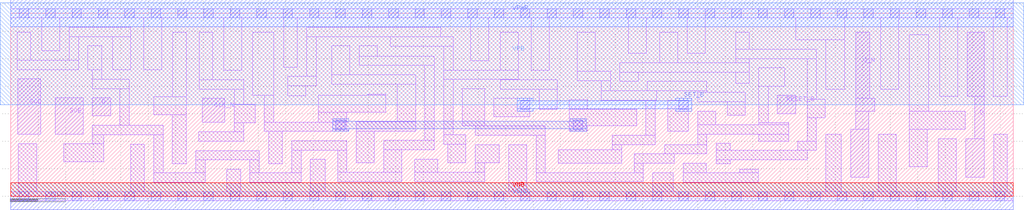
<source format=lef>
# Copyright 2020 The SkyWater PDK Authors
#
# Licensed under the Apache License, Version 2.0 (the "License");
# you may not use this file except in compliance with the License.
# You may obtain a copy of the License at
#
#     https://www.apache.org/licenses/LICENSE-2.0
#
# Unless required by applicable law or agreed to in writing, software
# distributed under the License is distributed on an "AS IS" BASIS,
# WITHOUT WARRANTIES OR CONDITIONS OF ANY KIND, either express or implied.
# See the License for the specific language governing permissions and
# limitations under the License.
#
# SPDX-License-Identifier: Apache-2.0

VERSION 5.7 ;
  NOWIREEXTENSIONATPIN ON ;
  DIVIDERCHAR "/" ;
  BUSBITCHARS "[]" ;
MACRO sky130_fd_sc_hs__a2111o_1
  CLASS CORE ;
  FOREIGN sky130_fd_sc_hs__a2111o_1 ;
  ORIGIN  0.000000  0.000000 ;
  SIZE  4.320000 BY  3.330000 ;
  SYMMETRY X Y ;
  SITE unit ;
  PIN A1
    ANTENNAGATEAREA  0.246000 ;
    DIRECTION INPUT ;
    USE SIGNAL ;
    PORT
      LAYER li1 ;
        RECT 0.125000 0.440000 0.840000 0.670000 ;
        RECT 0.510000 0.255000 0.840000 0.440000 ;
    END
  END A1
  PIN A2
    ANTENNAGATEAREA  0.246000 ;
    DIRECTION INPUT ;
    USE SIGNAL ;
    PORT
      LAYER li1 ;
        RECT 1.050000 1.500000 2.275000 1.800000 ;
    END
  END A2
  PIN B1
    ANTENNAGATEAREA  0.246000 ;
    DIRECTION INPUT ;
    USE SIGNAL ;
    PORT
      LAYER li1 ;
        RECT 1.435000 0.255000 1.795000 0.490000 ;
        RECT 1.595000 0.490000 1.795000 0.670000 ;
    END
  END B1
  PIN C1
    ANTENNAGATEAREA  0.246000 ;
    DIRECTION INPUT ;
    USE SIGNAL ;
    PORT
      LAYER li1 ;
        RECT 2.005000 0.255000 2.335000 0.490000 ;
        RECT 2.005000 0.490000 2.245000 0.670000 ;
    END
  END C1
  PIN D1
    ANTENNAGATEAREA  0.246000 ;
    DIRECTION INPUT ;
    USE SIGNAL ;
    PORT
      LAYER li1 ;
        RECT 2.445000 1.500000 2.775000 1.800000 ;
    END
  END D1
  PIN X
    ANTENNADIFFAREA  0.504100 ;
    DIRECTION OUTPUT ;
    USE SIGNAL ;
    PORT
      LAYER li1 ;
        RECT 3.860000 0.370000 4.195000 2.980000 ;
    END
  END X
  PIN VGND
    DIRECTION INOUT ;
    USE GROUND ;
    PORT
      LAYER met1 ;
        RECT 0.000000 -0.245000 4.320000 0.245000 ;
    END
  END VGND
  PIN VNB
    DIRECTION INOUT ;
    USE GROUND ;
    PORT
      LAYER pwell ;
        RECT 0.000000 0.000000 4.320000 0.245000 ;
    END
  END VNB
  PIN VPB
    DIRECTION INOUT ;
    USE POWER ;
    PORT
      LAYER nwell ;
        RECT -0.190000 1.660000 4.510000 3.520000 ;
    END
  END VPB
  PIN VPWR
    DIRECTION INOUT ;
    USE POWER ;
    PORT
      LAYER met1 ;
        RECT 0.000000 3.085000 4.320000 3.575000 ;
    END
  END VPWR
  OBS
    LAYER li1 ;
      RECT 0.000000 -0.085000 4.320000 0.085000 ;
      RECT 0.000000  3.245000 4.320000 3.415000 ;
      RECT 0.360000  1.940000 0.690000 1.970000 ;
      RECT 0.360000  1.970000 1.630000 2.140000 ;
      RECT 0.360000  2.140000 0.690000 2.980000 ;
      RECT 0.385000  0.840000 0.715000 1.160000 ;
      RECT 0.385000  1.160000 3.115000 1.320000 ;
      RECT 0.385000  1.320000 3.690000 1.330000 ;
      RECT 0.385000  1.330000 0.715000 1.340000 ;
      RECT 0.890000  2.310000 1.100000 3.245000 ;
      RECT 1.095000  0.085000 1.265000 0.660000 ;
      RECT 1.095000  0.660000 1.425000 0.990000 ;
      RECT 1.300000  2.140000 1.630000 2.980000 ;
      RECT 1.715000  0.840000 2.045000 1.160000 ;
      RECT 2.415000  0.660000 2.675000 0.990000 ;
      RECT 2.505000  0.085000 2.675000 0.660000 ;
      RECT 2.530000  1.970000 3.115000 2.140000 ;
      RECT 2.530000  2.140000 2.860000 2.980000 ;
      RECT 2.845000  0.660000 3.115000 1.160000 ;
      RECT 2.945000  1.330000 3.690000 1.650000 ;
      RECT 2.945000  1.650000 3.115000 1.970000 ;
      RECT 3.410000  1.820000 3.660000 3.245000 ;
      RECT 3.435000  0.085000 3.685000 1.150000 ;
    LAYER mcon ;
      RECT 0.155000 -0.085000 0.325000 0.085000 ;
      RECT 0.155000  3.245000 0.325000 3.415000 ;
      RECT 0.635000 -0.085000 0.805000 0.085000 ;
      RECT 0.635000  3.245000 0.805000 3.415000 ;
      RECT 1.115000 -0.085000 1.285000 0.085000 ;
      RECT 1.115000  3.245000 1.285000 3.415000 ;
      RECT 1.595000 -0.085000 1.765000 0.085000 ;
      RECT 1.595000  3.245000 1.765000 3.415000 ;
      RECT 2.075000 -0.085000 2.245000 0.085000 ;
      RECT 2.075000  3.245000 2.245000 3.415000 ;
      RECT 2.555000 -0.085000 2.725000 0.085000 ;
      RECT 2.555000  3.245000 2.725000 3.415000 ;
      RECT 3.035000 -0.085000 3.205000 0.085000 ;
      RECT 3.035000  3.245000 3.205000 3.415000 ;
      RECT 3.515000 -0.085000 3.685000 0.085000 ;
      RECT 3.515000  3.245000 3.685000 3.415000 ;
      RECT 3.995000 -0.085000 4.165000 0.085000 ;
      RECT 3.995000  3.245000 4.165000 3.415000 ;
  END
END sky130_fd_sc_hs__a2111o_1
MACRO sky130_fd_sc_hs__a2111o_2
  CLASS CORE ;
  FOREIGN sky130_fd_sc_hs__a2111o_2 ;
  ORIGIN  0.000000  0.000000 ;
  SIZE  4.800000 BY  3.330000 ;
  SYMMETRY X Y ;
  SITE unit ;
  PIN A1
    ANTENNAGATEAREA  0.279000 ;
    DIRECTION INPUT ;
    USE SIGNAL ;
    PORT
      LAYER li1 ;
        RECT 4.365000 1.350000 4.695000 1.780000 ;
    END
  END A1
  PIN A2
    ANTENNAGATEAREA  0.279000 ;
    DIRECTION INPUT ;
    USE SIGNAL ;
    PORT
      LAYER li1 ;
        RECT 3.485000 1.350000 4.195000 1.780000 ;
    END
  END A2
  PIN B1
    ANTENNAGATEAREA  0.279000 ;
    DIRECTION INPUT ;
    USE SIGNAL ;
    PORT
      LAYER li1 ;
        RECT 2.985000 1.350000 3.315000 1.780000 ;
    END
  END B1
  PIN C1
    ANTENNAGATEAREA  0.279000 ;
    DIRECTION INPUT ;
    USE SIGNAL ;
    PORT
      LAYER li1 ;
        RECT 2.445000 1.350000 2.775000 2.890000 ;
    END
  END C1
  PIN D1
    ANTENNAGATEAREA  0.279000 ;
    DIRECTION INPUT ;
    USE SIGNAL ;
    PORT
      LAYER li1 ;
        RECT 1.565000 1.350000 2.275000 1.780000 ;
    END
  END D1
  PIN X
    ANTENNADIFFAREA  0.543200 ;
    DIRECTION OUTPUT ;
    USE SIGNAL ;
    PORT
      LAYER li1 ;
        RECT 0.605000 1.550000 0.860000 2.980000 ;
        RECT 0.690000 0.350000 0.860000 1.550000 ;
    END
  END X
  PIN VGND
    DIRECTION INOUT ;
    USE GROUND ;
    PORT
      LAYER met1 ;
        RECT 0.000000 -0.245000 4.800000 0.245000 ;
    END
  END VGND
  PIN VNB
    DIRECTION INOUT ;
    USE GROUND ;
    PORT
      LAYER pwell ;
        RECT 0.000000 0.000000 4.800000 0.245000 ;
    END
  END VNB
  PIN VPB
    DIRECTION INOUT ;
    USE POWER ;
    PORT
      LAYER nwell ;
        RECT -0.190000 1.660000 4.990000 3.520000 ;
    END
  END VPB
  PIN VPWR
    DIRECTION INOUT ;
    USE POWER ;
    PORT
      LAYER met1 ;
        RECT 0.000000 3.085000 4.800000 3.575000 ;
    END
  END VPWR
  OBS
    LAYER li1 ;
      RECT 0.000000 -0.085000 4.800000 0.085000 ;
      RECT 0.000000  3.245000 4.800000 3.415000 ;
      RECT 0.155000  1.820000 0.405000 3.245000 ;
      RECT 0.180000  0.085000 0.510000 1.130000 ;
      RECT 1.030000  1.220000 1.360000 1.550000 ;
      RECT 1.040000  0.085000 1.370000 0.840000 ;
      RECT 1.055000  2.290000 1.385000 3.245000 ;
      RECT 1.190000  1.010000 4.520000 1.180000 ;
      RECT 1.190000  1.180000 1.360000 1.220000 ;
      RECT 1.190000  1.550000 1.360000 1.950000 ;
      RECT 1.190000  1.950000 2.085000 2.120000 ;
      RECT 1.755000  2.120000 2.085000 2.980000 ;
      RECT 1.780000  0.350000 2.030000 1.010000 ;
      RECT 2.210000  0.085000 2.580000 0.840000 ;
      RECT 2.760000  0.350000 3.010000 1.010000 ;
      RECT 3.135000  1.950000 4.545000 2.120000 ;
      RECT 3.135000  2.120000 3.505000 2.980000 ;
      RECT 3.180000  0.085000 3.730000 0.840000 ;
      RECT 3.675000  2.290000 4.045000 3.245000 ;
      RECT 4.190000  0.350000 4.520000 1.010000 ;
      RECT 4.215000  2.120000 4.545000 2.980000 ;
    LAYER mcon ;
      RECT 0.155000 -0.085000 0.325000 0.085000 ;
      RECT 0.155000  3.245000 0.325000 3.415000 ;
      RECT 0.635000 -0.085000 0.805000 0.085000 ;
      RECT 0.635000  3.245000 0.805000 3.415000 ;
      RECT 1.115000 -0.085000 1.285000 0.085000 ;
      RECT 1.115000  3.245000 1.285000 3.415000 ;
      RECT 1.595000 -0.085000 1.765000 0.085000 ;
      RECT 1.595000  3.245000 1.765000 3.415000 ;
      RECT 2.075000 -0.085000 2.245000 0.085000 ;
      RECT 2.075000  3.245000 2.245000 3.415000 ;
      RECT 2.555000 -0.085000 2.725000 0.085000 ;
      RECT 2.555000  3.245000 2.725000 3.415000 ;
      RECT 3.035000 -0.085000 3.205000 0.085000 ;
      RECT 3.035000  3.245000 3.205000 3.415000 ;
      RECT 3.515000 -0.085000 3.685000 0.085000 ;
      RECT 3.515000  3.245000 3.685000 3.415000 ;
      RECT 3.995000 -0.085000 4.165000 0.085000 ;
      RECT 3.995000  3.245000 4.165000 3.415000 ;
      RECT 4.475000 -0.085000 4.645000 0.085000 ;
      RECT 4.475000  3.245000 4.645000 3.415000 ;
  END
END sky130_fd_sc_hs__a2111o_2
MACRO sky130_fd_sc_hs__a2111o_4
  CLASS CORE ;
  FOREIGN sky130_fd_sc_hs__a2111o_4 ;
  ORIGIN  0.000000  0.000000 ;
  SIZE  8.160000 BY  3.330000 ;
  SYMMETRY X Y ;
  SITE unit ;
  PIN A1
    ANTENNAGATEAREA  0.492000 ;
    DIRECTION INPUT ;
    USE SIGNAL ;
    PORT
      LAYER li1 ;
        RECT 6.285000 1.450000 7.075000 1.780000 ;
    END
  END A1
  PIN A2
    ANTENNAGATEAREA  0.492000 ;
    DIRECTION INPUT ;
    USE SIGNAL ;
    PORT
      LAYER li1 ;
        RECT 7.245000 1.260000 8.035000 1.780000 ;
    END
  END A2
  PIN B1
    ANTENNAGATEAREA  0.492000 ;
    DIRECTION INPUT ;
    USE SIGNAL ;
    PORT
      LAYER li1 ;
        RECT 5.405000 1.450000 6.115000 1.780000 ;
    END
  END B1
  PIN C1
    ANTENNAGATEAREA  0.492000 ;
    DIRECTION INPUT ;
    USE SIGNAL ;
    PORT
      LAYER li1 ;
        RECT 3.965000 1.450000 5.155000 1.780000 ;
    END
  END C1
  PIN D1
    ANTENNAGATEAREA  0.492000 ;
    DIRECTION INPUT ;
    USE SIGNAL ;
    PORT
      LAYER li1 ;
        RECT 3.385000 1.260000 3.715000 1.780000 ;
    END
  END D1
  PIN X
    ANTENNADIFFAREA  1.086400 ;
    DIRECTION OUTPUT ;
    USE SIGNAL ;
    PORT
      LAYER li1 ;
        RECT 0.125000 0.960000 2.445000 1.130000 ;
        RECT 0.125000 1.130000 0.650000 1.800000 ;
        RECT 0.125000 1.800000 2.065000 1.970000 ;
        RECT 0.835000 1.970000 1.165000 2.980000 ;
        RECT 1.415000 0.350000 1.665000 0.960000 ;
        RECT 1.735000 1.970000 2.065000 2.980000 ;
        RECT 2.195000 0.350000 2.445000 0.960000 ;
    END
  END X
  PIN VGND
    DIRECTION INOUT ;
    USE GROUND ;
    PORT
      LAYER met1 ;
        RECT 0.000000 -0.245000 8.160000 0.245000 ;
    END
  END VGND
  PIN VNB
    DIRECTION INOUT ;
    USE GROUND ;
    PORT
      LAYER pwell ;
        RECT 0.000000 0.000000 8.160000 0.245000 ;
    END
  END VNB
  PIN VPB
    DIRECTION INOUT ;
    USE POWER ;
    PORT
      LAYER nwell ;
        RECT -0.190000 1.660000 8.350000 3.520000 ;
    END
  END VPB
  PIN VPWR
    DIRECTION INOUT ;
    USE POWER ;
    PORT
      LAYER met1 ;
        RECT 0.000000 3.085000 8.160000 3.575000 ;
    END
  END VPWR
  OBS
    LAYER li1 ;
      RECT 0.000000 -0.085000 8.160000 0.085000 ;
      RECT 0.000000  3.245000 8.160000 3.415000 ;
      RECT 0.385000  2.140000 0.635000 3.245000 ;
      RECT 0.870000  1.300000 3.215000 1.630000 ;
      RECT 0.905000  0.085000 1.235000 0.790000 ;
      RECT 1.365000  2.140000 1.535000 3.245000 ;
      RECT 1.845000  0.085000 2.015000 0.790000 ;
      RECT 2.265000  1.820000 2.515000 3.245000 ;
      RECT 2.625000  0.085000 2.875000 1.030000 ;
      RECT 2.705000  2.290000 3.035000 2.905000 ;
      RECT 2.705000  2.905000 4.835000 3.075000 ;
      RECT 3.045000  0.350000 3.350000 0.920000 ;
      RECT 3.045000  0.920000 4.220000 1.090000 ;
      RECT 3.045000  1.090000 3.215000 1.300000 ;
      RECT 3.045000  1.630000 3.215000 1.950000 ;
      RECT 3.045000  1.950000 3.405000 2.120000 ;
      RECT 3.235000  2.120000 3.405000 2.735000 ;
      RECT 3.530000  0.085000 3.870000 0.750000 ;
      RECT 3.605000  1.950000 3.935000 2.905000 ;
      RECT 4.050000  0.350000 4.220000 0.920000 ;
      RECT 4.050000  1.090000 4.220000 1.110000 ;
      RECT 4.050000  1.110000 6.770000 1.280000 ;
      RECT 4.135000  1.950000 5.805000 2.120000 ;
      RECT 4.135000  2.120000 4.305000 2.735000 ;
      RECT 4.400000  0.085000 4.740000 0.940000 ;
      RECT 4.505000  2.290000 4.835000 2.905000 ;
      RECT 4.920000  0.350000 5.090000 1.110000 ;
      RECT 5.025000  2.290000 5.305000 2.905000 ;
      RECT 5.025000  2.905000 6.175000 3.075000 ;
      RECT 5.270000  0.085000 5.600000 0.940000 ;
      RECT 5.475000  2.120000 5.805000 2.735000 ;
      RECT 6.005000  1.950000 8.055000 2.120000 ;
      RECT 6.005000  2.120000 6.175000 2.905000 ;
      RECT 6.010000  0.285000 7.120000 0.455000 ;
      RECT 6.010000  0.455000 6.340000 0.940000 ;
      RECT 6.375000  2.290000 6.705000 3.245000 ;
      RECT 6.510000  0.625000 6.770000 1.110000 ;
      RECT 6.905000  2.120000 7.075000 2.980000 ;
      RECT 6.950000  0.455000 7.120000 0.920000 ;
      RECT 6.950000  0.920000 8.060000 1.090000 ;
      RECT 7.275000  2.290000 7.525000 3.245000 ;
      RECT 7.300000  0.085000 7.630000 0.750000 ;
      RECT 7.725000  2.120000 8.055000 2.980000 ;
      RECT 7.810000  0.350000 8.060000 0.920000 ;
    LAYER mcon ;
      RECT 0.155000 -0.085000 0.325000 0.085000 ;
      RECT 0.155000  3.245000 0.325000 3.415000 ;
      RECT 0.635000 -0.085000 0.805000 0.085000 ;
      RECT 0.635000  3.245000 0.805000 3.415000 ;
      RECT 1.115000 -0.085000 1.285000 0.085000 ;
      RECT 1.115000  3.245000 1.285000 3.415000 ;
      RECT 1.595000 -0.085000 1.765000 0.085000 ;
      RECT 1.595000  3.245000 1.765000 3.415000 ;
      RECT 2.075000 -0.085000 2.245000 0.085000 ;
      RECT 2.075000  3.245000 2.245000 3.415000 ;
      RECT 2.555000 -0.085000 2.725000 0.085000 ;
      RECT 2.555000  3.245000 2.725000 3.415000 ;
      RECT 3.035000 -0.085000 3.205000 0.085000 ;
      RECT 3.035000  3.245000 3.205000 3.415000 ;
      RECT 3.515000 -0.085000 3.685000 0.085000 ;
      RECT 3.515000  3.245000 3.685000 3.415000 ;
      RECT 3.995000 -0.085000 4.165000 0.085000 ;
      RECT 3.995000  3.245000 4.165000 3.415000 ;
      RECT 4.475000 -0.085000 4.645000 0.085000 ;
      RECT 4.475000  3.245000 4.645000 3.415000 ;
      RECT 4.955000 -0.085000 5.125000 0.085000 ;
      RECT 4.955000  3.245000 5.125000 3.415000 ;
      RECT 5.435000 -0.085000 5.605000 0.085000 ;
      RECT 5.435000  3.245000 5.605000 3.415000 ;
      RECT 5.915000 -0.085000 6.085000 0.085000 ;
      RECT 5.915000  3.245000 6.085000 3.415000 ;
      RECT 6.395000 -0.085000 6.565000 0.085000 ;
      RECT 6.395000  3.245000 6.565000 3.415000 ;
      RECT 6.875000 -0.085000 7.045000 0.085000 ;
      RECT 6.875000  3.245000 7.045000 3.415000 ;
      RECT 7.355000 -0.085000 7.525000 0.085000 ;
      RECT 7.355000  3.245000 7.525000 3.415000 ;
      RECT 7.835000 -0.085000 8.005000 0.085000 ;
      RECT 7.835000  3.245000 8.005000 3.415000 ;
  END
END sky130_fd_sc_hs__a2111o_4
MACRO sky130_fd_sc_hs__a2111oi_1
  CLASS CORE ;
  FOREIGN sky130_fd_sc_hs__a2111oi_1 ;
  ORIGIN  0.000000  0.000000 ;
  SIZE  3.360000 BY  3.330000 ;
  SYMMETRY X Y ;
  SITE unit ;
  PIN A1
    ANTENNAGATEAREA  0.279000 ;
    DIRECTION INPUT ;
    USE SIGNAL ;
    PORT
      LAYER li1 ;
        RECT 2.045000 1.350000 2.415000 1.780000 ;
    END
  END A1
  PIN A2
    ANTENNAGATEAREA  0.279000 ;
    DIRECTION INPUT ;
    USE SIGNAL ;
    PORT
      LAYER li1 ;
        RECT 2.625000 1.180000 3.235000 1.550000 ;
    END
  END A2
  PIN B1
    ANTENNAGATEAREA  0.279000 ;
    DIRECTION INPUT ;
    USE SIGNAL ;
    PORT
      LAYER li1 ;
        RECT 1.545000 1.350000 1.875000 1.780000 ;
    END
  END B1
  PIN C1
    ANTENNAGATEAREA  0.279000 ;
    DIRECTION INPUT ;
    USE SIGNAL ;
    PORT
      LAYER li1 ;
        RECT 1.005000 1.350000 1.335000 1.780000 ;
    END
  END C1
  PIN D1
    ANTENNAGATEAREA  0.279000 ;
    DIRECTION INPUT ;
    USE SIGNAL ;
    PORT
      LAYER li1 ;
        RECT 0.465000 1.350000 0.835000 1.780000 ;
    END
  END D1
  PIN Y
    ANTENNADIFFAREA  0.722400 ;
    DIRECTION OUTPUT ;
    USE SIGNAL ;
    PORT
      LAYER li1 ;
        RECT 0.125000 1.010000 2.180000 1.180000 ;
        RECT 0.125000 1.180000 0.295000 1.950000 ;
        RECT 0.125000 1.950000 1.315000 2.980000 ;
        RECT 0.850000 0.350000 1.100000 1.010000 ;
        RECT 1.850000 0.350000 2.180000 1.010000 ;
    END
  END Y
  PIN VGND
    DIRECTION INOUT ;
    USE GROUND ;
    PORT
      LAYER met1 ;
        RECT 0.000000 -0.245000 3.360000 0.245000 ;
    END
  END VGND
  PIN VNB
    DIRECTION INOUT ;
    USE GROUND ;
    PORT
      LAYER pwell ;
        RECT 0.000000 0.000000 3.360000 0.245000 ;
    END
  END VNB
  PIN VPB
    DIRECTION INOUT ;
    USE POWER ;
    PORT
      LAYER nwell ;
        RECT -0.190000 1.660000 3.550000 3.520000 ;
    END
  END VPB
  PIN VPWR
    DIRECTION INOUT ;
    USE POWER ;
    PORT
      LAYER met1 ;
        RECT 0.000000 3.085000 3.360000 3.575000 ;
    END
  END VPWR
  OBS
    LAYER li1 ;
      RECT 0.000000 -0.085000 3.360000 0.085000 ;
      RECT 0.000000  3.245000 3.360000 3.415000 ;
      RECT 0.340000  0.085000 0.670000 0.840000 ;
      RECT 1.270000  0.085000 1.680000 0.840000 ;
      RECT 1.695000  1.950000 3.105000 2.120000 ;
      RECT 1.695000  2.120000 2.065000 2.980000 ;
      RECT 2.235000  2.290000 2.605000 3.245000 ;
      RECT 2.750000  0.085000 3.080000 1.010000 ;
      RECT 2.775000  1.820000 3.105000 1.950000 ;
      RECT 2.775000  2.120000 3.105000 2.980000 ;
    LAYER mcon ;
      RECT 0.155000 -0.085000 0.325000 0.085000 ;
      RECT 0.155000  3.245000 0.325000 3.415000 ;
      RECT 0.635000 -0.085000 0.805000 0.085000 ;
      RECT 0.635000  3.245000 0.805000 3.415000 ;
      RECT 1.115000 -0.085000 1.285000 0.085000 ;
      RECT 1.115000  3.245000 1.285000 3.415000 ;
      RECT 1.595000 -0.085000 1.765000 0.085000 ;
      RECT 1.595000  3.245000 1.765000 3.415000 ;
      RECT 2.075000 -0.085000 2.245000 0.085000 ;
      RECT 2.075000  3.245000 2.245000 3.415000 ;
      RECT 2.555000 -0.085000 2.725000 0.085000 ;
      RECT 2.555000  3.245000 2.725000 3.415000 ;
      RECT 3.035000 -0.085000 3.205000 0.085000 ;
      RECT 3.035000  3.245000 3.205000 3.415000 ;
  END
END sky130_fd_sc_hs__a2111oi_1
MACRO sky130_fd_sc_hs__a2111oi_2
  CLASS CORE ;
  FOREIGN sky130_fd_sc_hs__a2111oi_2 ;
  ORIGIN  0.000000  0.000000 ;
  SIZE  5.760000 BY  3.330000 ;
  SYMMETRY X Y ;
  SITE unit ;
  PIN A1
    ANTENNAGATEAREA  0.558000 ;
    DIRECTION INPUT ;
    USE SIGNAL ;
    PORT
      LAYER li1 ;
        RECT 3.965000 1.350000 4.675000 1.780000 ;
    END
  END A1
  PIN A2
    ANTENNAGATEAREA  0.558000 ;
    DIRECTION INPUT ;
    USE SIGNAL ;
    PORT
      LAYER li1 ;
        RECT 4.850000 1.350000 5.180000 1.780000 ;
    END
  END A2
  PIN B1
    ANTENNAGATEAREA  0.447000 ;
    DIRECTION INPUT ;
    USE SIGNAL ;
    PORT
      LAYER li1 ;
        RECT 3.005000 1.180000 3.715000 1.550000 ;
    END
  END B1
  PIN C1
    ANTENNAGATEAREA  0.447000 ;
    DIRECTION INPUT ;
    USE SIGNAL ;
    PORT
      LAYER li1 ;
        RECT 1.505000 1.350000 2.755000 1.780000 ;
    END
  END C1
  PIN D1
    ANTENNAGATEAREA  0.447000 ;
    DIRECTION INPUT ;
    USE SIGNAL ;
    PORT
      LAYER li1 ;
        RECT 0.605000 1.350000 1.315000 1.780000 ;
    END
  END D1
  PIN Y
    ANTENNADIFFAREA  1.027900 ;
    DIRECTION OUTPUT ;
    USE SIGNAL ;
    PORT
      LAYER li1 ;
        RECT 0.125000 1.010000 2.500000 1.180000 ;
        RECT 0.125000 1.180000 0.355000 1.950000 ;
        RECT 0.125000 1.950000 1.085000 2.120000 ;
        RECT 0.755000 2.120000 1.085000 2.735000 ;
        RECT 1.160000 0.350000 1.490000 1.010000 ;
        RECT 2.170000 0.350000 2.500000 0.770000 ;
        RECT 2.170000 0.770000 4.330000 0.975000 ;
        RECT 2.170000 0.975000 2.500000 1.010000 ;
        RECT 4.000000 0.975000 4.330000 1.130000 ;
    END
  END Y
  PIN VGND
    DIRECTION INOUT ;
    USE GROUND ;
    PORT
      LAYER met1 ;
        RECT 0.000000 -0.245000 5.760000 0.245000 ;
    END
  END VGND
  PIN VNB
    DIRECTION INOUT ;
    USE GROUND ;
    PORT
      LAYER pwell ;
        RECT 0.000000 0.000000 5.760000 0.245000 ;
    END
  END VNB
  PIN VPB
    DIRECTION INOUT ;
    USE POWER ;
    PORT
      LAYER nwell ;
        RECT -0.190000 1.660000 5.950000 3.520000 ;
    END
  END VPB
  PIN VPWR
    DIRECTION INOUT ;
    USE POWER ;
    PORT
      LAYER met1 ;
        RECT 0.000000 3.085000 5.760000 3.575000 ;
    END
  END VPWR
  OBS
    LAYER li1 ;
      RECT 0.000000 -0.085000 5.760000 0.085000 ;
      RECT 0.000000  3.245000 5.760000 3.415000 ;
      RECT 0.305000  2.290000 0.555000 2.905000 ;
      RECT 0.305000  2.905000 2.435000 3.075000 ;
      RECT 0.660000  0.085000 0.990000 0.840000 ;
      RECT 1.285000  1.950000 1.455000 2.905000 ;
      RECT 1.655000  1.950000 3.325000 2.120000 ;
      RECT 1.655000  2.120000 1.985000 2.735000 ;
      RECT 1.660000  0.085000 2.000000 0.840000 ;
      RECT 2.185000  2.290000 2.435000 2.905000 ;
      RECT 2.625000  2.290000 2.905000 2.905000 ;
      RECT 2.625000  2.905000 3.855000 3.075000 ;
      RECT 3.075000  1.820000 3.325000 1.950000 ;
      RECT 3.075000  2.120000 3.325000 2.735000 ;
      RECT 3.525000  1.950000 5.655000 2.120000 ;
      RECT 3.525000  2.120000 3.855000 2.905000 ;
      RECT 3.570000  0.350000 4.680000 0.600000 ;
      RECT 4.055000  2.290000 4.225000 3.245000 ;
      RECT 4.425000  2.120000 4.675000 2.980000 ;
      RECT 4.510000  0.600000 4.680000 1.010000 ;
      RECT 4.510000  1.010000 5.630000 1.180000 ;
      RECT 4.860000  0.085000 5.200000 0.840000 ;
      RECT 4.875000  2.290000 5.205000 3.245000 ;
      RECT 5.380000  0.350000 5.630000 1.010000 ;
      RECT 5.405000  1.820000 5.655000 1.950000 ;
      RECT 5.405000  2.120000 5.655000 2.980000 ;
    LAYER mcon ;
      RECT 0.155000 -0.085000 0.325000 0.085000 ;
      RECT 0.155000  3.245000 0.325000 3.415000 ;
      RECT 0.635000 -0.085000 0.805000 0.085000 ;
      RECT 0.635000  3.245000 0.805000 3.415000 ;
      RECT 1.115000 -0.085000 1.285000 0.085000 ;
      RECT 1.115000  3.245000 1.285000 3.415000 ;
      RECT 1.595000 -0.085000 1.765000 0.085000 ;
      RECT 1.595000  3.245000 1.765000 3.415000 ;
      RECT 2.075000 -0.085000 2.245000 0.085000 ;
      RECT 2.075000  3.245000 2.245000 3.415000 ;
      RECT 2.555000 -0.085000 2.725000 0.085000 ;
      RECT 2.555000  3.245000 2.725000 3.415000 ;
      RECT 3.035000 -0.085000 3.205000 0.085000 ;
      RECT 3.035000  3.245000 3.205000 3.415000 ;
      RECT 3.515000 -0.085000 3.685000 0.085000 ;
      RECT 3.515000  3.245000 3.685000 3.415000 ;
      RECT 3.995000 -0.085000 4.165000 0.085000 ;
      RECT 3.995000  3.245000 4.165000 3.415000 ;
      RECT 4.475000 -0.085000 4.645000 0.085000 ;
      RECT 4.475000  3.245000 4.645000 3.415000 ;
      RECT 4.955000 -0.085000 5.125000 0.085000 ;
      RECT 4.955000  3.245000 5.125000 3.415000 ;
      RECT 5.435000 -0.085000 5.605000 0.085000 ;
      RECT 5.435000  3.245000 5.605000 3.415000 ;
  END
END sky130_fd_sc_hs__a2111oi_2
MACRO sky130_fd_sc_hs__a2111oi_4
  CLASS CORE ;
  FOREIGN sky130_fd_sc_hs__a2111oi_4 ;
  ORIGIN  0.000000  0.000000 ;
  SIZE  10.08000 BY  3.330000 ;
  SYMMETRY X Y ;
  SITE unit ;
  PIN A1
    ANTENNAGATEAREA  1.116000 ;
    DIRECTION INPUT ;
    USE SIGNAL ;
    PORT
      LAYER li1 ;
        RECT 6.450000 1.350000 8.035000 1.780000 ;
    END
  END A1
  PIN A2
    ANTENNAGATEAREA  1.116000 ;
    DIRECTION INPUT ;
    USE SIGNAL ;
    PORT
      LAYER li1 ;
        RECT 8.205000 1.350000 9.555000 1.780000 ;
    END
  END A2
  PIN B1
    ANTENNAGATEAREA  0.894000 ;
    DIRECTION INPUT ;
    USE SIGNAL ;
    PORT
      LAYER li1 ;
        RECT 4.275000 1.350000 6.075000 1.780000 ;
    END
  END B1
  PIN C1
    ANTENNAGATEAREA  0.894000 ;
    DIRECTION INPUT ;
    USE SIGNAL ;
    PORT
      LAYER li1 ;
        RECT 2.235000 1.350000 3.510000 1.780000 ;
    END
  END C1
  PIN D1
    ANTENNAGATEAREA  0.894000 ;
    DIRECTION INPUT ;
    USE SIGNAL ;
    PORT
      LAYER li1 ;
        RECT 0.555000 1.180000 1.905000 1.550000 ;
    END
  END D1
  PIN Y
    ANTENNADIFFAREA  1.708000 ;
    DIRECTION OUTPUT ;
    USE SIGNAL ;
    PORT
      LAYER li1 ;
        RECT 0.125000 0.840000 2.640000 1.010000 ;
        RECT 0.125000 1.010000 0.355000 1.720000 ;
        RECT 0.125000 1.720000 1.705000 1.890000 ;
        RECT 0.555000 1.890000 0.885000 2.735000 ;
        RECT 1.455000 1.890000 1.705000 2.735000 ;
        RECT 1.530000 0.330000 1.700000 0.840000 ;
        RECT 2.390000 0.350000 2.640000 0.840000 ;
        RECT 2.390000 1.010000 7.740000 1.130000 ;
        RECT 2.390000 1.130000 6.880000 1.180000 ;
        RECT 4.070000 0.350000 4.320000 0.975000 ;
        RECT 4.070000 0.975000 7.740000 1.010000 ;
        RECT 6.550000 0.770000 6.880000 0.915000 ;
        RECT 6.550000 0.915000 7.740000 0.975000 ;
        RECT 7.410000 0.770000 7.740000 0.915000 ;
    END
  END Y
  PIN VGND
    DIRECTION INOUT ;
    USE GROUND ;
    PORT
      LAYER met1 ;
        RECT 0.000000 -0.245000 10.080000 0.245000 ;
    END
  END VGND
  PIN VNB
    DIRECTION INOUT ;
    USE GROUND ;
    PORT
      LAYER pwell ;
        RECT 0.000000 0.000000 10.080000 0.245000 ;
    END
  END VNB
  PIN VPB
    DIRECTION INOUT ;
    USE POWER ;
    PORT
      LAYER nwell ;
        RECT -0.190000 1.660000 10.270000 3.520000 ;
    END
  END VPB
  PIN VPWR
    DIRECTION INOUT ;
    USE POWER ;
    PORT
      LAYER met1 ;
        RECT 0.000000 3.085000 10.080000 3.575000 ;
    END
  END VPWR
  OBS
    LAYER li1 ;
      RECT 0.000000 -0.085000 10.080000 0.085000 ;
      RECT 0.000000  3.245000 10.080000 3.415000 ;
      RECT 0.105000  2.060000  0.355000 2.905000 ;
      RECT 0.105000  2.905000  2.235000 3.075000 ;
      RECT 1.020000  0.085000  1.350000 0.670000 ;
      RECT 1.085000  2.060000  1.255000 2.905000 ;
      RECT 1.880000  0.085000  2.210000 0.670000 ;
      RECT 1.905000  1.950000  4.035000 2.120000 ;
      RECT 1.905000  2.120000  2.235000 2.905000 ;
      RECT 2.435000  2.290000  2.685000 2.905000 ;
      RECT 2.435000  2.905000  5.925000 3.075000 ;
      RECT 2.810000  0.085000  3.900000 0.840000 ;
      RECT 2.855000  2.120000  3.085000 2.735000 ;
      RECT 3.255000  2.290000  3.585000 2.905000 ;
      RECT 3.705000  1.820000  4.035000 1.950000 ;
      RECT 3.755000  2.120000  4.035000 2.735000 ;
      RECT 4.245000  1.950000  9.975000 2.120000 ;
      RECT 4.245000  2.120000  4.525000 2.735000 ;
      RECT 4.500000  0.085000  4.830000 0.805000 ;
      RECT 4.695000  2.290000  5.025000 2.905000 ;
      RECT 5.195000  2.120000  5.425000 2.735000 ;
      RECT 5.595000  2.290000  5.925000 2.905000 ;
      RECT 6.120000  0.350000  8.090000 0.600000 ;
      RECT 6.120000  0.600000  6.380000 0.680000 ;
      RECT 6.125000  2.120000  6.295000 2.980000 ;
      RECT 6.495000  2.290000  6.825000 3.245000 ;
      RECT 7.025000  2.120000  7.195000 2.980000 ;
      RECT 7.040000  0.600000  7.250000 0.680000 ;
      RECT 7.395000  2.290000  7.725000 3.245000 ;
      RECT 7.920000  0.600000  8.090000 1.010000 ;
      RECT 7.920000  1.010000  9.890000 1.180000 ;
      RECT 7.925000  2.120000  8.095000 2.980000 ;
      RECT 8.270000  0.085000  8.600000 0.840000 ;
      RECT 8.295000  2.290000  8.545000 3.245000 ;
      RECT 8.745000  2.120000  9.075000 2.980000 ;
      RECT 8.780000  0.350000  8.950000 1.010000 ;
      RECT 9.130000  0.085000  9.460000 0.840000 ;
      RECT 9.275000  2.290000  9.525000 3.245000 ;
      RECT 9.640000  0.350000  9.890000 1.010000 ;
      RECT 9.725000  1.820000  9.975000 1.950000 ;
      RECT 9.725000  2.120000  9.975000 2.980000 ;
    LAYER mcon ;
      RECT 0.155000 -0.085000 0.325000 0.085000 ;
      RECT 0.155000  3.245000 0.325000 3.415000 ;
      RECT 0.635000 -0.085000 0.805000 0.085000 ;
      RECT 0.635000  3.245000 0.805000 3.415000 ;
      RECT 1.115000 -0.085000 1.285000 0.085000 ;
      RECT 1.115000  3.245000 1.285000 3.415000 ;
      RECT 1.595000 -0.085000 1.765000 0.085000 ;
      RECT 1.595000  3.245000 1.765000 3.415000 ;
      RECT 2.075000 -0.085000 2.245000 0.085000 ;
      RECT 2.075000  3.245000 2.245000 3.415000 ;
      RECT 2.555000 -0.085000 2.725000 0.085000 ;
      RECT 2.555000  3.245000 2.725000 3.415000 ;
      RECT 3.035000 -0.085000 3.205000 0.085000 ;
      RECT 3.035000  3.245000 3.205000 3.415000 ;
      RECT 3.515000 -0.085000 3.685000 0.085000 ;
      RECT 3.515000  3.245000 3.685000 3.415000 ;
      RECT 3.995000 -0.085000 4.165000 0.085000 ;
      RECT 3.995000  3.245000 4.165000 3.415000 ;
      RECT 4.475000 -0.085000 4.645000 0.085000 ;
      RECT 4.475000  3.245000 4.645000 3.415000 ;
      RECT 4.955000 -0.085000 5.125000 0.085000 ;
      RECT 4.955000  3.245000 5.125000 3.415000 ;
      RECT 5.435000 -0.085000 5.605000 0.085000 ;
      RECT 5.435000  3.245000 5.605000 3.415000 ;
      RECT 5.915000 -0.085000 6.085000 0.085000 ;
      RECT 5.915000  3.245000 6.085000 3.415000 ;
      RECT 6.395000 -0.085000 6.565000 0.085000 ;
      RECT 6.395000  3.245000 6.565000 3.415000 ;
      RECT 6.875000 -0.085000 7.045000 0.085000 ;
      RECT 6.875000  3.245000 7.045000 3.415000 ;
      RECT 7.355000 -0.085000 7.525000 0.085000 ;
      RECT 7.355000  3.245000 7.525000 3.415000 ;
      RECT 7.835000 -0.085000 8.005000 0.085000 ;
      RECT 7.835000  3.245000 8.005000 3.415000 ;
      RECT 8.315000 -0.085000 8.485000 0.085000 ;
      RECT 8.315000  3.245000 8.485000 3.415000 ;
      RECT 8.795000 -0.085000 8.965000 0.085000 ;
      RECT 8.795000  3.245000 8.965000 3.415000 ;
      RECT 9.275000 -0.085000 9.445000 0.085000 ;
      RECT 9.275000  3.245000 9.445000 3.415000 ;
      RECT 9.755000 -0.085000 9.925000 0.085000 ;
      RECT 9.755000  3.245000 9.925000 3.415000 ;
  END
END sky130_fd_sc_hs__a2111oi_4
MACRO sky130_fd_sc_hs__a211o_1
  CLASS CORE ;
  FOREIGN sky130_fd_sc_hs__a211o_1 ;
  ORIGIN  0.000000  0.000000 ;
  SIZE  3.840000 BY  3.330000 ;
  SYMMETRY X Y ;
  SITE unit ;
  PIN A1
    ANTENNAGATEAREA  0.246000 ;
    DIRECTION INPUT ;
    USE SIGNAL ;
    PORT
      LAYER li1 ;
        RECT 2.045000 1.450000 2.755000 1.780000 ;
    END
  END A1
  PIN A2
    ANTENNAGATEAREA  0.246000 ;
    DIRECTION INPUT ;
    USE SIGNAL ;
    PORT
      LAYER li1 ;
        RECT 1.585000 1.450000 1.835000 1.780000 ;
    END
  END A2
  PIN B1
    ANTENNAGATEAREA  0.246000 ;
    DIRECTION INPUT ;
    USE SIGNAL ;
    PORT
      LAYER li1 ;
        RECT 2.045000 0.255000 2.875000 0.570000 ;
        RECT 2.045000 0.570000 2.275000 0.670000 ;
    END
  END B1
  PIN C1
    ANTENNAGATEAREA  0.246000 ;
    DIRECTION INPUT ;
    USE SIGNAL ;
    PORT
      LAYER li1 ;
        RECT 3.385000 0.255000 3.715000 0.670000 ;
    END
  END C1
  PIN X
    ANTENNADIFFAREA  0.504100 ;
    DIRECTION OUTPUT ;
    USE SIGNAL ;
    PORT
      LAYER li1 ;
        RECT 0.085000 0.435000 1.075000 1.130000 ;
        RECT 0.085000 1.130000 0.255000 1.820000 ;
        RECT 0.085000 1.820000 0.435000 2.980000 ;
        RECT 0.825000 0.345000 1.075000 0.435000 ;
    END
  END X
  PIN VGND
    DIRECTION INOUT ;
    USE GROUND ;
    PORT
      LAYER met1 ;
        RECT 0.000000 -0.245000 3.840000 0.245000 ;
    END
  END VGND
  PIN VNB
    DIRECTION INOUT ;
    USE GROUND ;
    PORT
      LAYER pwell ;
        RECT 0.000000 0.000000 3.840000 0.245000 ;
    END
  END VNB
  PIN VPB
    DIRECTION INOUT ;
    USE POWER ;
    PORT
      LAYER nwell ;
        RECT -0.190000 1.660000 4.030000 3.520000 ;
    END
  END VPB
  PIN VPWR
    DIRECTION INOUT ;
    USE POWER ;
    PORT
      LAYER met1 ;
        RECT 0.000000 3.085000 3.840000 3.575000 ;
    END
  END VPWR
  OBS
    LAYER li1 ;
      RECT 0.000000 -0.085000 3.840000 0.085000 ;
      RECT 0.000000  3.245000 3.840000 3.415000 ;
      RECT 0.425000  1.400000 1.415000 1.650000 ;
      RECT 0.635000  1.820000 0.885000 3.245000 ;
      RECT 1.245000  1.110000 3.540000 1.280000 ;
      RECT 1.245000  1.280000 1.415000 1.400000 ;
      RECT 1.255000  0.085000 1.705000 0.940000 ;
      RECT 1.355000  1.950000 2.615000 2.120000 ;
      RECT 1.355000  2.120000 1.685000 2.980000 ;
      RECT 1.885000  2.290000 2.085000 3.245000 ;
      RECT 2.280000  0.840000 2.610000 1.080000 ;
      RECT 2.280000  1.080000 3.540000 1.110000 ;
      RECT 2.285000  2.120000 2.615000 2.980000 ;
      RECT 2.780000  0.740000 3.215000 0.910000 ;
      RECT 3.045000  0.085000 3.215000 0.740000 ;
      RECT 3.125000  1.280000 3.540000 2.980000 ;
    LAYER mcon ;
      RECT 0.155000 -0.085000 0.325000 0.085000 ;
      RECT 0.155000  3.245000 0.325000 3.415000 ;
      RECT 0.635000 -0.085000 0.805000 0.085000 ;
      RECT 0.635000  3.245000 0.805000 3.415000 ;
      RECT 1.115000 -0.085000 1.285000 0.085000 ;
      RECT 1.115000  3.245000 1.285000 3.415000 ;
      RECT 1.595000 -0.085000 1.765000 0.085000 ;
      RECT 1.595000  3.245000 1.765000 3.415000 ;
      RECT 2.075000 -0.085000 2.245000 0.085000 ;
      RECT 2.075000  3.245000 2.245000 3.415000 ;
      RECT 2.555000 -0.085000 2.725000 0.085000 ;
      RECT 2.555000  3.245000 2.725000 3.415000 ;
      RECT 3.035000 -0.085000 3.205000 0.085000 ;
      RECT 3.035000  3.245000 3.205000 3.415000 ;
      RECT 3.515000 -0.085000 3.685000 0.085000 ;
      RECT 3.515000  3.245000 3.685000 3.415000 ;
  END
END sky130_fd_sc_hs__a211o_1
MACRO sky130_fd_sc_hs__a211o_2
  CLASS CORE ;
  FOREIGN sky130_fd_sc_hs__a211o_2 ;
  ORIGIN  0.000000  0.000000 ;
  SIZE  3.840000 BY  3.330000 ;
  SYMMETRY X Y ;
  SITE unit ;
  PIN A1
    ANTENNAGATEAREA  0.261000 ;
    DIRECTION INPUT ;
    USE SIGNAL ;
    PORT
      LAYER li1 ;
        RECT 2.045000 1.260000 2.535000 1.780000 ;
    END
  END A1
  PIN A2
    ANTENNAGATEAREA  0.261000 ;
    DIRECTION INPUT ;
    USE SIGNAL ;
    PORT
      LAYER li1 ;
        RECT 1.545000 1.260000 1.875000 1.780000 ;
    END
  END A2
  PIN B1
    ANTENNAGATEAREA  0.261000 ;
    DIRECTION INPUT ;
    USE SIGNAL ;
    PORT
      LAYER li1 ;
        RECT 2.745000 1.260000 3.235000 1.780000 ;
    END
  END B1
  PIN C1
    ANTENNAGATEAREA  0.261000 ;
    DIRECTION INPUT ;
    USE SIGNAL ;
    PORT
      LAYER li1 ;
        RECT 3.405000 1.450000 3.735000 1.780000 ;
    END
  END C1
  PIN X
    ANTENNADIFFAREA  0.543200 ;
    DIRECTION OUTPUT ;
    USE SIGNAL ;
    PORT
      LAYER li1 ;
        RECT 0.575000 1.010000 0.980000 1.180000 ;
        RECT 0.575000 1.180000 0.835000 2.980000 ;
        RECT 0.810000 0.350000 0.980000 1.010000 ;
    END
  END X
  PIN VGND
    DIRECTION INOUT ;
    USE GROUND ;
    PORT
      LAYER met1 ;
        RECT 0.000000 -0.245000 3.840000 0.245000 ;
    END
  END VGND
  PIN VNB
    DIRECTION INOUT ;
    USE GROUND ;
    PORT
      LAYER pwell ;
        RECT 0.000000 0.000000 3.840000 0.245000 ;
    END
  END VNB
  PIN VPB
    DIRECTION INOUT ;
    USE POWER ;
    PORT
      LAYER nwell ;
        RECT -0.190000 1.660000 4.030000 3.520000 ;
    END
  END VPB
  PIN VPWR
    DIRECTION INOUT ;
    USE POWER ;
    PORT
      LAYER met1 ;
        RECT 0.000000 3.085000 3.840000 3.575000 ;
    END
  END VPWR
  OBS
    LAYER li1 ;
      RECT 0.000000 -0.085000 3.840000 0.085000 ;
      RECT 0.000000  3.245000 3.840000 3.415000 ;
      RECT 0.125000  1.820000 0.375000 3.245000 ;
      RECT 0.300000  0.085000 0.630000 0.840000 ;
      RECT 1.005000  1.350000 1.335000 1.680000 ;
      RECT 1.025000  2.290000 1.355000 3.245000 ;
      RECT 1.160000  0.085000 1.330000 0.350000 ;
      RECT 1.160000  0.350000 1.870000 0.750000 ;
      RECT 1.165000  0.920000 3.740000 1.090000 ;
      RECT 1.165000  1.090000 1.335000 1.350000 ;
      RECT 1.165000  1.680000 1.335000 1.950000 ;
      RECT 1.165000  1.950000 3.735000 2.120000 ;
      RECT 1.545000  2.290000 2.865000 2.460000 ;
      RECT 1.545000  2.460000 1.875000 2.980000 ;
      RECT 2.075000  2.630000 2.365000 3.245000 ;
      RECT 2.330000  0.350000 2.700000 0.920000 ;
      RECT 2.535000  2.460000 2.865000 2.980000 ;
      RECT 2.870000  0.085000 3.040000 0.350000 ;
      RECT 2.870000  0.350000 3.310000 0.750000 ;
      RECT 3.405000  2.120000 3.735000 2.980000 ;
      RECT 3.490000  0.350000 3.740000 0.920000 ;
      RECT 3.490000  1.090000 3.740000 1.130000 ;
    LAYER mcon ;
      RECT 0.155000 -0.085000 0.325000 0.085000 ;
      RECT 0.155000  3.245000 0.325000 3.415000 ;
      RECT 0.635000 -0.085000 0.805000 0.085000 ;
      RECT 0.635000  3.245000 0.805000 3.415000 ;
      RECT 1.115000 -0.085000 1.285000 0.085000 ;
      RECT 1.115000  3.245000 1.285000 3.415000 ;
      RECT 1.595000 -0.085000 1.765000 0.085000 ;
      RECT 1.595000  3.245000 1.765000 3.415000 ;
      RECT 2.075000 -0.085000 2.245000 0.085000 ;
      RECT 2.075000  3.245000 2.245000 3.415000 ;
      RECT 2.555000 -0.085000 2.725000 0.085000 ;
      RECT 2.555000  3.245000 2.725000 3.415000 ;
      RECT 3.035000 -0.085000 3.205000 0.085000 ;
      RECT 3.035000  3.245000 3.205000 3.415000 ;
      RECT 3.515000 -0.085000 3.685000 0.085000 ;
      RECT 3.515000  3.245000 3.685000 3.415000 ;
  END
END sky130_fd_sc_hs__a211o_2
MACRO sky130_fd_sc_hs__a211o_4
  CLASS CORE ;
  FOREIGN sky130_fd_sc_hs__a211o_4 ;
  ORIGIN  0.000000  0.000000 ;
  SIZE  7.200000 BY  3.330000 ;
  SYMMETRY X Y ;
  SITE unit ;
  PIN A1
    ANTENNAGATEAREA  0.492000 ;
    DIRECTION INPUT ;
    USE SIGNAL ;
    PORT
      LAYER li1 ;
        RECT 4.925000 1.450000 6.115000 1.780000 ;
    END
  END A1
  PIN A2
    ANTENNAGATEAREA  0.492000 ;
    DIRECTION INPUT ;
    USE SIGNAL ;
    PORT
      LAYER li1 ;
        RECT 4.925000 0.255000 5.320000 0.505000 ;
        RECT 4.925000 0.505000 5.125000 0.670000 ;
    END
  END A2
  PIN B1
    ANTENNAGATEAREA  0.492000 ;
    DIRECTION INPUT ;
    USE SIGNAL ;
    PORT
      LAYER li1 ;
        RECT 2.785000 1.470000 3.105000 1.720000 ;
        RECT 2.785000 1.720000 4.515000 1.890000 ;
        RECT 3.965000 1.470000 4.515000 1.720000 ;
        RECT 3.995000 1.890000 4.195000 2.150000 ;
    END
  END B1
  PIN C1
    ANTENNAGATEAREA  0.492000 ;
    DIRECTION INPUT ;
    USE SIGNAL ;
    PORT
      LAYER li1 ;
        RECT 3.450000 1.210000 3.780000 1.550000 ;
    END
  END C1
  PIN X
    ANTENNADIFFAREA  1.086400 ;
    DIRECTION OUTPUT ;
    USE SIGNAL ;
    PORT
      LAYER li1 ;
        RECT 0.675000 1.240000 1.795000 1.410000 ;
        RECT 0.675000 1.410000 0.925000 1.720000 ;
        RECT 0.675000 1.720000 1.905000 1.890000 ;
        RECT 0.675000 1.890000 0.925000 2.980000 ;
        RECT 1.330000 0.350000 1.500000 0.790000 ;
        RECT 1.330000 0.790000 2.370000 0.960000 ;
        RECT 1.330000 0.960000 1.795000 1.240000 ;
        RECT 1.575000 1.890000 1.905000 2.980000 ;
        RECT 2.180000 0.545000 2.370000 0.790000 ;
    END
  END X
  PIN VGND
    DIRECTION INOUT ;
    USE GROUND ;
    PORT
      LAYER met1 ;
        RECT 0.000000 -0.245000 7.200000 0.245000 ;
    END
  END VGND
  PIN VNB
    DIRECTION INOUT ;
    USE GROUND ;
    PORT
      LAYER pwell ;
        RECT 0.000000 0.000000 7.200000 0.245000 ;
    END
  END VNB
  PIN VPB
    DIRECTION INOUT ;
    USE POWER ;
    PORT
      LAYER nwell ;
        RECT -0.190000 1.660000 7.390000 3.520000 ;
    END
  END VPB
  PIN VPWR
    DIRECTION INOUT ;
    USE POWER ;
    PORT
      LAYER met1 ;
        RECT 0.000000 3.085000 7.200000 3.575000 ;
    END
  END VPWR
  OBS
    LAYER li1 ;
      RECT 0.000000 -0.085000 7.200000 0.085000 ;
      RECT 0.000000  3.245000 7.200000 3.415000 ;
      RECT 0.225000  1.820000 0.475000 3.245000 ;
      RECT 0.820000  0.085000 1.150000 1.050000 ;
      RECT 1.125000  2.060000 1.375000 3.245000 ;
      RECT 1.680000  0.085000 2.010000 0.620000 ;
      RECT 1.965000  1.130000 3.280000 1.300000 ;
      RECT 1.965000  1.300000 2.615000 1.550000 ;
      RECT 2.105000  1.820000 2.275000 3.245000 ;
      RECT 2.445000  1.550000 2.615000 2.060000 ;
      RECT 2.445000  2.060000 3.825000 2.230000 ;
      RECT 2.540000  0.085000 2.870000 0.960000 ;
      RECT 2.545000  2.400000 4.710000 2.570000 ;
      RECT 2.545000  2.570000 2.875000 2.780000 ;
      RECT 3.040000  0.450000 3.280000 0.870000 ;
      RECT 3.040000  0.870000 4.245000 1.040000 ;
      RECT 3.040000  1.040000 3.280000 1.130000 ;
      RECT 3.045000  2.740000 4.300000 2.990000 ;
      RECT 3.460000  0.085000 3.790000 0.700000 ;
      RECT 3.960000  0.595000 4.245000 0.870000 ;
      RECT 3.960000  1.040000 4.245000 1.110000 ;
      RECT 3.960000  1.110000 6.055000 1.280000 ;
      RECT 4.420000  2.060000 6.910000 2.120000 ;
      RECT 4.420000  2.120000 5.960000 2.230000 ;
      RECT 4.420000  2.230000 4.710000 2.400000 ;
      RECT 4.425000  0.085000 4.755000 0.940000 ;
      RECT 4.500000  2.570000 4.710000 2.990000 ;
      RECT 4.880000  2.400000 5.555000 3.245000 ;
      RECT 5.295000  0.675000 6.405000 0.845000 ;
      RECT 5.680000  1.950000 6.910000 2.060000 ;
      RECT 5.725000  1.015000 6.055000 1.110000 ;
      RECT 5.725000  2.230000 5.960000 2.980000 ;
      RECT 6.130000  2.290000 6.460000 3.245000 ;
      RECT 6.235000  0.595000 6.405000 0.675000 ;
      RECT 6.235000  0.845000 6.405000 1.275000 ;
      RECT 6.580000  1.940000 6.910000 1.950000 ;
      RECT 6.585000  0.085000 6.915000 1.275000 ;
      RECT 6.630000  2.120000 6.910000 2.980000 ;
    LAYER mcon ;
      RECT 0.155000 -0.085000 0.325000 0.085000 ;
      RECT 0.155000  3.245000 0.325000 3.415000 ;
      RECT 0.635000 -0.085000 0.805000 0.085000 ;
      RECT 0.635000  3.245000 0.805000 3.415000 ;
      RECT 1.115000 -0.085000 1.285000 0.085000 ;
      RECT 1.115000  3.245000 1.285000 3.415000 ;
      RECT 1.595000 -0.085000 1.765000 0.085000 ;
      RECT 1.595000  3.245000 1.765000 3.415000 ;
      RECT 2.075000 -0.085000 2.245000 0.085000 ;
      RECT 2.075000  3.245000 2.245000 3.415000 ;
      RECT 2.555000 -0.085000 2.725000 0.085000 ;
      RECT 2.555000  3.245000 2.725000 3.415000 ;
      RECT 3.035000 -0.085000 3.205000 0.085000 ;
      RECT 3.035000  3.245000 3.205000 3.415000 ;
      RECT 3.515000 -0.085000 3.685000 0.085000 ;
      RECT 3.515000  3.245000 3.685000 3.415000 ;
      RECT 3.995000 -0.085000 4.165000 0.085000 ;
      RECT 3.995000  3.245000 4.165000 3.415000 ;
      RECT 4.475000 -0.085000 4.645000 0.085000 ;
      RECT 4.475000  3.245000 4.645000 3.415000 ;
      RECT 4.955000 -0.085000 5.125000 0.085000 ;
      RECT 4.955000  3.245000 5.125000 3.415000 ;
      RECT 5.435000 -0.085000 5.605000 0.085000 ;
      RECT 5.435000  3.245000 5.605000 3.415000 ;
      RECT 5.915000 -0.085000 6.085000 0.085000 ;
      RECT 5.915000  3.245000 6.085000 3.415000 ;
      RECT 6.395000 -0.085000 6.565000 0.085000 ;
      RECT 6.395000  3.245000 6.565000 3.415000 ;
      RECT 6.875000 -0.085000 7.045000 0.085000 ;
      RECT 6.875000  3.245000 7.045000 3.415000 ;
  END
END sky130_fd_sc_hs__a211o_4
MACRO sky130_fd_sc_hs__a211oi_1
  CLASS CORE ;
  FOREIGN sky130_fd_sc_hs__a211oi_1 ;
  ORIGIN  0.000000  0.000000 ;
  SIZE  2.880000 BY  3.330000 ;
  SYMMETRY X Y ;
  SITE unit ;
  PIN A1
    ANTENNAGATEAREA  0.279000 ;
    DIRECTION INPUT ;
    USE SIGNAL ;
    PORT
      LAYER li1 ;
        RECT 1.005000 1.350000 1.335000 1.780000 ;
    END
  END A1
  PIN A2
    ANTENNAGATEAREA  0.279000 ;
    DIRECTION INPUT ;
    USE SIGNAL ;
    PORT
      LAYER li1 ;
        RECT 0.465000 1.350000 0.835000 1.780000 ;
    END
  END A2
  PIN B1
    ANTENNAGATEAREA  0.279000 ;
    DIRECTION INPUT ;
    USE SIGNAL ;
    PORT
      LAYER li1 ;
        RECT 1.545000 1.350000 1.875000 1.780000 ;
    END
  END B1
  PIN C1
    ANTENNAGATEAREA  0.279000 ;
    DIRECTION INPUT ;
    USE SIGNAL ;
    PORT
      LAYER li1 ;
        RECT 2.445000 1.180000 2.775000 1.550000 ;
    END
  END C1
  PIN Y
    ANTENNADIFFAREA  0.792700 ;
    DIRECTION OUTPUT ;
    USE SIGNAL ;
    PORT
      LAYER li1 ;
        RECT 1.085000 0.350000 1.500000 0.810000 ;
        RECT 1.085000 0.810000 2.540000 1.010000 ;
        RECT 1.085000 1.010000 2.275000 1.025000 ;
        RECT 1.085000 1.025000 2.215000 1.180000 ;
        RECT 2.045000 1.180000 2.215000 1.820000 ;
        RECT 2.045000 1.820000 2.565000 2.980000 ;
        RECT 2.210000 0.350000 2.540000 0.810000 ;
    END
  END Y
  PIN VGND
    DIRECTION INOUT ;
    USE GROUND ;
    PORT
      LAYER met1 ;
        RECT 0.000000 -0.245000 2.880000 0.245000 ;
    END
  END VGND
  PIN VNB
    DIRECTION INOUT ;
    USE GROUND ;
    PORT
      LAYER pwell ;
        RECT 0.000000 0.000000 2.880000 0.245000 ;
    END
  END VNB
  PIN VPB
    DIRECTION INOUT ;
    USE POWER ;
    PORT
      LAYER nwell ;
        RECT -0.190000 1.660000 3.070000 3.520000 ;
    END
  END VPB
  PIN VPWR
    DIRECTION INOUT ;
    USE POWER ;
    PORT
      LAYER met1 ;
        RECT 0.000000 3.085000 2.880000 3.575000 ;
    END
  END VPWR
  OBS
    LAYER li1 ;
      RECT 0.000000 -0.085000 2.880000 0.085000 ;
      RECT 0.000000  3.245000 2.880000 3.415000 ;
      RECT 0.315000  1.950000 1.635000 2.120000 ;
      RECT 0.315000  2.120000 0.645000 2.980000 ;
      RECT 0.340000  0.085000 0.670000 1.130000 ;
      RECT 0.815000  2.290000 1.135000 3.245000 ;
      RECT 1.305000  2.120000 1.635000 2.980000 ;
      RECT 1.670000  0.085000 2.040000 0.640000 ;
    LAYER mcon ;
      RECT 0.155000 -0.085000 0.325000 0.085000 ;
      RECT 0.155000  3.245000 0.325000 3.415000 ;
      RECT 0.635000 -0.085000 0.805000 0.085000 ;
      RECT 0.635000  3.245000 0.805000 3.415000 ;
      RECT 1.115000 -0.085000 1.285000 0.085000 ;
      RECT 1.115000  3.245000 1.285000 3.415000 ;
      RECT 1.595000 -0.085000 1.765000 0.085000 ;
      RECT 1.595000  3.245000 1.765000 3.415000 ;
      RECT 2.075000 -0.085000 2.245000 0.085000 ;
      RECT 2.075000  3.245000 2.245000 3.415000 ;
      RECT 2.555000 -0.085000 2.725000 0.085000 ;
      RECT 2.555000  3.245000 2.725000 3.415000 ;
  END
END sky130_fd_sc_hs__a211oi_1
MACRO sky130_fd_sc_hs__a211oi_2
  CLASS CORE ;
  FOREIGN sky130_fd_sc_hs__a211oi_2 ;
  ORIGIN  0.000000  0.000000 ;
  SIZE  4.800000 BY  3.330000 ;
  SYMMETRY X Y ;
  SITE unit ;
  PIN A1
    ANTENNAGATEAREA  0.558000 ;
    DIRECTION INPUT ;
    USE SIGNAL ;
    PORT
      LAYER li1 ;
        RECT 0.125000 1.180000 0.480000 1.550000 ;
    END
  END A1
  PIN A2
    ANTENNAGATEAREA  0.558000 ;
    DIRECTION INPUT ;
    USE SIGNAL ;
    PORT
      LAYER li1 ;
        RECT 1.085000 1.430000 2.275000 1.780000 ;
    END
  END A2
  PIN B1
    ANTENNAGATEAREA  0.447000 ;
    DIRECTION INPUT ;
    USE SIGNAL ;
    PORT
      LAYER li1 ;
        RECT 3.005000 1.180000 3.715000 1.550000 ;
    END
  END B1
  PIN C1
    ANTENNAGATEAREA  0.447000 ;
    DIRECTION INPUT ;
    USE SIGNAL ;
    PORT
      LAYER li1 ;
        RECT 3.965000 1.180000 4.675000 1.550000 ;
    END
  END C1
  PIN Y
    ANTENNADIFFAREA  1.076000 ;
    DIRECTION OUTPUT ;
    USE SIGNAL ;
    PORT
      LAYER li1 ;
        RECT 0.650000 0.635000 0.830000 1.090000 ;
        RECT 0.650000 1.090000 2.755000 1.260000 ;
        RECT 2.525000 1.260000 2.755000 1.720000 ;
        RECT 2.525000 1.720000 4.145000 1.890000 ;
        RECT 2.585000 0.840000 3.590000 1.010000 ;
        RECT 2.585000 1.010000 2.755000 1.090000 ;
        RECT 2.960000 0.330000 3.590000 0.840000 ;
        RECT 3.815000 1.890000 4.145000 2.735000 ;
    END
  END Y
  PIN VGND
    DIRECTION INOUT ;
    USE GROUND ;
    PORT
      LAYER met1 ;
        RECT 0.000000 -0.245000 4.800000 0.245000 ;
    END
  END VGND
  PIN VNB
    DIRECTION INOUT ;
    USE GROUND ;
    PORT
      LAYER pwell ;
        RECT 0.000000 0.000000 4.800000 0.245000 ;
    END
  END VNB
  PIN VPB
    DIRECTION INOUT ;
    USE POWER ;
    PORT
      LAYER nwell ;
        RECT -0.190000 1.660000 4.990000 3.520000 ;
    END
  END VPB
  PIN VPWR
    DIRECTION INOUT ;
    USE POWER ;
    PORT
      LAYER met1 ;
        RECT 0.000000 3.085000 4.800000 3.575000 ;
    END
  END VPWR
  OBS
    LAYER li1 ;
      RECT 0.000000 -0.085000 4.800000 0.085000 ;
      RECT 0.000000  3.245000 4.800000 3.415000 ;
      RECT 0.105000  1.820000 0.355000 3.245000 ;
      RECT 0.150000  0.255000 1.260000 0.425000 ;
      RECT 0.150000  0.425000 0.480000 1.010000 ;
      RECT 0.555000  1.820000 0.805000 1.950000 ;
      RECT 0.555000  1.950000 2.355000 2.060000 ;
      RECT 0.555000  2.060000 3.245000 2.120000 ;
      RECT 0.555000  2.120000 0.805000 2.980000 ;
      RECT 1.005000  2.290000 1.335000 3.245000 ;
      RECT 1.010000  0.425000 1.260000 0.750000 ;
      RECT 1.010000  0.750000 2.240000 0.920000 ;
      RECT 1.440000  0.085000 1.610000 0.330000 ;
      RECT 1.440000  0.330000 1.810000 0.580000 ;
      RECT 1.535000  2.120000 3.245000 2.230000 ;
      RECT 1.535000  2.230000 1.705000 2.980000 ;
      RECT 1.905000  2.400000 2.235000 3.245000 ;
      RECT 1.990000  0.330000 2.240000 0.750000 ;
      RECT 2.460000  0.085000 2.790000 0.670000 ;
      RECT 2.465000  2.400000 2.795000 2.905000 ;
      RECT 2.465000  2.905000 4.595000 3.075000 ;
      RECT 2.965000  2.230000 3.245000 2.735000 ;
      RECT 3.445000  2.060000 3.615000 2.905000 ;
      RECT 3.760000  0.085000 4.090000 1.010000 ;
      RECT 4.345000  1.820000 4.595000 2.905000 ;
    LAYER mcon ;
      RECT 0.155000 -0.085000 0.325000 0.085000 ;
      RECT 0.155000  3.245000 0.325000 3.415000 ;
      RECT 0.635000 -0.085000 0.805000 0.085000 ;
      RECT 0.635000  3.245000 0.805000 3.415000 ;
      RECT 1.115000 -0.085000 1.285000 0.085000 ;
      RECT 1.115000  3.245000 1.285000 3.415000 ;
      RECT 1.595000 -0.085000 1.765000 0.085000 ;
      RECT 1.595000  3.245000 1.765000 3.415000 ;
      RECT 2.075000 -0.085000 2.245000 0.085000 ;
      RECT 2.075000  3.245000 2.245000 3.415000 ;
      RECT 2.555000 -0.085000 2.725000 0.085000 ;
      RECT 2.555000  3.245000 2.725000 3.415000 ;
      RECT 3.035000 -0.085000 3.205000 0.085000 ;
      RECT 3.035000  3.245000 3.205000 3.415000 ;
      RECT 3.515000 -0.085000 3.685000 0.085000 ;
      RECT 3.515000  3.245000 3.685000 3.415000 ;
      RECT 3.995000 -0.085000 4.165000 0.085000 ;
      RECT 3.995000  3.245000 4.165000 3.415000 ;
      RECT 4.475000 -0.085000 4.645000 0.085000 ;
      RECT 4.475000  3.245000 4.645000 3.415000 ;
  END
END sky130_fd_sc_hs__a211oi_2
MACRO sky130_fd_sc_hs__a211oi_4
  CLASS CORE ;
  FOREIGN sky130_fd_sc_hs__a211oi_4 ;
  ORIGIN  0.000000  0.000000 ;
  SIZE  8.640000 BY  3.330000 ;
  SYMMETRY X Y ;
  SITE unit ;
  PIN A1
    ANTENNAGATEAREA  1.116000 ;
    DIRECTION INPUT ;
    USE SIGNAL ;
    PORT
      LAYER li1 ;
        RECT 2.505000 1.350000 3.855000 1.780000 ;
    END
  END A1
  PIN A2
    ANTENNAGATEAREA  1.116000 ;
    DIRECTION INPUT ;
    USE SIGNAL ;
    PORT
      LAYER li1 ;
        RECT 0.125000 1.350000 2.275000 1.780000 ;
    END
  END A2
  PIN B1
    ANTENNAGATEAREA  0.894000 ;
    DIRECTION INPUT ;
    USE SIGNAL ;
    PORT
      LAYER li1 ;
        RECT 4.445000 1.300000 6.115000 1.780000 ;
    END
  END B1
  PIN C1
    ANTENNAGATEAREA  0.894000 ;
    DIRECTION INPUT ;
    USE SIGNAL ;
    PORT
      LAYER li1 ;
        RECT 6.365000 1.350000 7.555000 1.780000 ;
    END
  END C1
  PIN Y
    ANTENNADIFFAREA  1.685800 ;
    DIRECTION OUTPUT ;
    USE SIGNAL ;
    PORT
      LAYER li1 ;
        RECT 2.570000 0.785000 3.760000 0.960000 ;
        RECT 2.570000 0.960000 6.490000 1.010000 ;
        RECT 2.570000 1.010000 8.515000 1.130000 ;
        RECT 5.380000 0.350000 5.630000 0.960000 ;
        RECT 6.320000 0.350000 6.490000 0.960000 ;
        RECT 6.320000 1.130000 8.515000 1.180000 ;
        RECT 6.795000 1.950000 7.895000 2.120000 ;
        RECT 6.795000 2.120000 6.965000 2.735000 ;
        RECT 7.180000 0.350000 8.515000 1.010000 ;
        RECT 7.695000 2.120000 7.895000 2.735000 ;
        RECT 7.725000 1.180000 8.515000 1.950000 ;
    END
  END Y
  PIN VGND
    DIRECTION INOUT ;
    USE GROUND ;
    PORT
      LAYER met1 ;
        RECT 0.000000 -0.245000 8.640000 0.245000 ;
    END
  END VGND
  PIN VNB
    DIRECTION INOUT ;
    USE GROUND ;
    PORT
      LAYER pwell ;
        RECT 0.000000 0.000000 8.640000 0.245000 ;
    END
  END VNB
  PIN VPB
    DIRECTION INOUT ;
    USE POWER ;
    PORT
      LAYER nwell ;
        RECT -0.190000 1.660000 8.830000 3.520000 ;
    END
  END VPB
  PIN VPWR
    DIRECTION INOUT ;
    USE POWER ;
    PORT
      LAYER met1 ;
        RECT 0.000000 3.085000 8.640000 3.575000 ;
    END
  END VPWR
  OBS
    LAYER li1 ;
      RECT 0.000000 -0.085000 8.640000 0.085000 ;
      RECT 0.000000  3.245000 8.640000 3.415000 ;
      RECT 0.345000  1.950000 6.145000 2.120000 ;
      RECT 0.345000  2.120000 0.675000 2.980000 ;
      RECT 0.420000  0.350000 0.670000 1.010000 ;
      RECT 0.420000  1.010000 2.390000 1.180000 ;
      RECT 0.850000  0.085000 1.180000 0.840000 ;
      RECT 0.875000  2.290000 1.045000 3.245000 ;
      RECT 1.245000  2.120000 1.495000 2.980000 ;
      RECT 1.360000  0.350000 1.530000 1.010000 ;
      RECT 1.695000  2.290000 2.025000 3.245000 ;
      RECT 1.710000  0.085000 2.040000 0.840000 ;
      RECT 2.220000  0.350000 4.190000 0.615000 ;
      RECT 2.220000  0.615000 2.390000 1.010000 ;
      RECT 2.225000  2.120000 2.395000 2.980000 ;
      RECT 2.595000  2.290000 2.925000 3.245000 ;
      RECT 3.125000  2.120000 3.295000 2.980000 ;
      RECT 3.495000  2.290000 3.825000 3.245000 ;
      RECT 4.025000  1.820000 4.275000 1.950000 ;
      RECT 4.025000  2.120000 4.275000 2.980000 ;
      RECT 4.465000  2.290000 4.795000 2.905000 ;
      RECT 4.465000  2.905000 8.395000 3.075000 ;
      RECT 4.995000  2.120000 5.165000 2.735000 ;
      RECT 5.365000  2.290000 5.695000 2.905000 ;
      RECT 5.810000  0.085000 6.140000 0.790000 ;
      RECT 5.895000  2.120000 6.145000 2.735000 ;
      RECT 6.315000  1.950000 6.595000 2.905000 ;
      RECT 6.670000  0.085000 7.000000 0.840000 ;
      RECT 7.165000  2.290000 7.495000 2.905000 ;
      RECT 8.065000  2.120000 8.395000 2.905000 ;
    LAYER mcon ;
      RECT 0.155000 -0.085000 0.325000 0.085000 ;
      RECT 0.155000  3.245000 0.325000 3.415000 ;
      RECT 0.635000 -0.085000 0.805000 0.085000 ;
      RECT 0.635000  3.245000 0.805000 3.415000 ;
      RECT 1.115000 -0.085000 1.285000 0.085000 ;
      RECT 1.115000  3.245000 1.285000 3.415000 ;
      RECT 1.595000 -0.085000 1.765000 0.085000 ;
      RECT 1.595000  3.245000 1.765000 3.415000 ;
      RECT 2.075000 -0.085000 2.245000 0.085000 ;
      RECT 2.075000  3.245000 2.245000 3.415000 ;
      RECT 2.555000 -0.085000 2.725000 0.085000 ;
      RECT 2.555000  3.245000 2.725000 3.415000 ;
      RECT 3.035000 -0.085000 3.205000 0.085000 ;
      RECT 3.035000  3.245000 3.205000 3.415000 ;
      RECT 3.515000 -0.085000 3.685000 0.085000 ;
      RECT 3.515000  3.245000 3.685000 3.415000 ;
      RECT 3.995000 -0.085000 4.165000 0.085000 ;
      RECT 3.995000  3.245000 4.165000 3.415000 ;
      RECT 4.475000 -0.085000 4.645000 0.085000 ;
      RECT 4.475000  3.245000 4.645000 3.415000 ;
      RECT 4.955000 -0.085000 5.125000 0.085000 ;
      RECT 4.955000  3.245000 5.125000 3.415000 ;
      RECT 5.435000 -0.085000 5.605000 0.085000 ;
      RECT 5.435000  3.245000 5.605000 3.415000 ;
      RECT 5.915000 -0.085000 6.085000 0.085000 ;
      RECT 5.915000  3.245000 6.085000 3.415000 ;
      RECT 6.395000 -0.085000 6.565000 0.085000 ;
      RECT 6.395000  3.245000 6.565000 3.415000 ;
      RECT 6.875000 -0.085000 7.045000 0.085000 ;
      RECT 6.875000  3.245000 7.045000 3.415000 ;
      RECT 7.355000 -0.085000 7.525000 0.085000 ;
      RECT 7.355000  3.245000 7.525000 3.415000 ;
      RECT 7.835000 -0.085000 8.005000 0.085000 ;
      RECT 7.835000  3.245000 8.005000 3.415000 ;
      RECT 8.315000 -0.085000 8.485000 0.085000 ;
      RECT 8.315000  3.245000 8.485000 3.415000 ;
  END
END sky130_fd_sc_hs__a211oi_4
MACRO sky130_fd_sc_hs__a21bo_1
  CLASS CORE ;
  FOREIGN sky130_fd_sc_hs__a21bo_1 ;
  ORIGIN  0.000000  0.000000 ;
  SIZE  3.840000 BY  3.330000 ;
  SYMMETRY X Y ;
  SITE unit ;
  PIN A1
    ANTENNAGATEAREA  0.246000 ;
    DIRECTION INPUT ;
    USE SIGNAL ;
    PORT
      LAYER li1 ;
        RECT 0.655000 1.450000 1.315000 1.780000 ;
    END
  END A1
  PIN A2
    ANTENNAGATEAREA  0.246000 ;
    DIRECTION INPUT ;
    USE SIGNAL ;
    PORT
      LAYER li1 ;
        RECT 0.105000 0.255000 0.435000 0.670000 ;
    END
  END A2
  PIN B1_N
    ANTENNAGATEAREA  0.208500 ;
    DIRECTION INPUT ;
    USE SIGNAL ;
    PORT
      LAYER li1 ;
        RECT 2.515000 1.180000 2.845000 1.550000 ;
    END
  END B1_N
  PIN X
    ANTENNADIFFAREA  0.504100 ;
    DIRECTION OUTPUT ;
    USE SIGNAL ;
    PORT
      LAYER li1 ;
        RECT 3.295000 0.350000 3.755000 1.130000 ;
        RECT 3.430000 1.820000 3.755000 2.980000 ;
        RECT 3.585000 1.130000 3.755000 1.820000 ;
    END
  END X
  PIN VGND
    DIRECTION INOUT ;
    USE GROUND ;
    PORT
      LAYER met1 ;
        RECT 0.000000 -0.245000 3.840000 0.245000 ;
    END
  END VGND
  PIN VNB
    DIRECTION INOUT ;
    USE GROUND ;
    PORT
      LAYER pwell ;
        RECT 0.000000 0.000000 3.840000 0.245000 ;
    END
  END VNB
  PIN VPB
    DIRECTION INOUT ;
    USE POWER ;
    PORT
      LAYER nwell ;
        RECT -0.190000 1.660000 4.030000 3.520000 ;
    END
  END VPB
  PIN VPWR
    DIRECTION INOUT ;
    USE POWER ;
    PORT
      LAYER met1 ;
        RECT 0.000000 3.085000 3.840000 3.575000 ;
    END
  END VPWR
  OBS
    LAYER li1 ;
      RECT 0.000000 -0.085000 3.840000 0.085000 ;
      RECT 0.000000  3.245000 3.840000 3.415000 ;
      RECT 0.130000  1.940000 0.460000 1.950000 ;
      RECT 0.130000  1.950000 1.390000 2.120000 ;
      RECT 0.130000  2.120000 0.460000 2.980000 ;
      RECT 0.155000  0.840000 0.775000 1.095000 ;
      RECT 0.155000  1.095000 0.485000 1.340000 ;
      RECT 0.605000  0.085000 0.775000 0.840000 ;
      RECT 0.660000  2.290000 0.860000 3.245000 ;
      RECT 0.945000  0.660000 1.315000 1.110000 ;
      RECT 0.945000  1.110000 1.745000 1.280000 ;
      RECT 1.060000  2.120000 1.390000 2.980000 ;
      RECT 1.485000  0.085000 1.815000 0.930000 ;
      RECT 1.575000  1.280000 1.745000 1.940000 ;
      RECT 1.575000  1.940000 1.760000 2.240000 ;
      RECT 1.575000  2.240000 3.255000 2.410000 ;
      RECT 1.575000  2.410000 1.760000 2.980000 ;
      RECT 1.915000  1.100000 2.245000 1.770000 ;
      RECT 2.075000  0.350000 2.720000 0.940000 ;
      RECT 2.075000  0.940000 2.245000 1.100000 ;
      RECT 2.075000  1.770000 2.245000 1.820000 ;
      RECT 2.075000  1.820000 2.695000 2.070000 ;
      RECT 2.900000  0.085000 3.115000 0.895000 ;
      RECT 2.900000  2.580000 3.230000 3.245000 ;
      RECT 3.085000  1.320000 3.415000 1.650000 ;
      RECT 3.085000  1.650000 3.255000 2.240000 ;
    LAYER mcon ;
      RECT 0.155000 -0.085000 0.325000 0.085000 ;
      RECT 0.155000  3.245000 0.325000 3.415000 ;
      RECT 0.635000 -0.085000 0.805000 0.085000 ;
      RECT 0.635000  3.245000 0.805000 3.415000 ;
      RECT 1.115000 -0.085000 1.285000 0.085000 ;
      RECT 1.115000  3.245000 1.285000 3.415000 ;
      RECT 1.595000 -0.085000 1.765000 0.085000 ;
      RECT 1.595000  3.245000 1.765000 3.415000 ;
      RECT 2.075000 -0.085000 2.245000 0.085000 ;
      RECT 2.075000  3.245000 2.245000 3.415000 ;
      RECT 2.555000 -0.085000 2.725000 0.085000 ;
      RECT 2.555000  3.245000 2.725000 3.415000 ;
      RECT 3.035000 -0.085000 3.205000 0.085000 ;
      RECT 3.035000  3.245000 3.205000 3.415000 ;
      RECT 3.515000 -0.085000 3.685000 0.085000 ;
      RECT 3.515000  3.245000 3.685000 3.415000 ;
  END
END sky130_fd_sc_hs__a21bo_1
MACRO sky130_fd_sc_hs__a21bo_2
  CLASS CORE ;
  FOREIGN sky130_fd_sc_hs__a21bo_2 ;
  ORIGIN  0.000000  0.000000 ;
  SIZE  3.840000 BY  3.330000 ;
  SYMMETRY X Y ;
  SITE unit ;
  PIN A1
    ANTENNAGATEAREA  0.261000 ;
    DIRECTION INPUT ;
    USE SIGNAL ;
    PORT
      LAYER li1 ;
        RECT 2.725000 1.260000 3.235000 1.780000 ;
    END
  END A1
  PIN A2
    ANTENNAGATEAREA  0.261000 ;
    DIRECTION INPUT ;
    USE SIGNAL ;
    PORT
      LAYER li1 ;
        RECT 3.405000 1.450000 3.735000 1.780000 ;
    END
  END A2
  PIN B1_N
    ANTENNAGATEAREA  0.208500 ;
    DIRECTION INPUT ;
    USE SIGNAL ;
    PORT
      LAYER li1 ;
        RECT 0.125000 1.180000 0.510000 1.550000 ;
    END
  END B1_N
  PIN X
    ANTENNADIFFAREA  0.543200 ;
    DIRECTION OUTPUT ;
    USE SIGNAL ;
    PORT
      LAYER li1 ;
        RECT 1.020000 0.840000 1.395000 1.040000 ;
        RECT 1.020000 1.040000 1.190000 1.820000 ;
        RECT 1.020000 1.820000 1.415000 2.070000 ;
        RECT 1.225000 0.350000 1.565000 0.750000 ;
        RECT 1.225000 0.750000 1.395000 0.840000 ;
    END
  END X
  PIN VGND
    DIRECTION INOUT ;
    USE GROUND ;
    PORT
      LAYER met1 ;
        RECT 0.000000 -0.245000 3.840000 0.245000 ;
    END
  END VGND
  PIN VNB
    DIRECTION INOUT ;
    USE GROUND ;
    PORT
      LAYER pwell ;
        RECT 0.000000 0.000000 3.840000 0.245000 ;
    END
  END VNB
  PIN VPB
    DIRECTION INOUT ;
    USE POWER ;
    PORT
      LAYER nwell ;
        RECT -0.190000 1.660000 4.030000 3.520000 ;
    END
  END VPB
  PIN VPWR
    DIRECTION INOUT ;
    USE POWER ;
    PORT
      LAYER met1 ;
        RECT 0.000000 3.085000 3.840000 3.575000 ;
    END
  END VPWR
  OBS
    LAYER li1 ;
      RECT 0.000000 -0.085000 3.840000 0.085000 ;
      RECT 0.000000  3.245000 3.840000 3.415000 ;
      RECT 0.120000  1.820000 0.450000 2.240000 ;
      RECT 0.120000  2.240000 1.810000 2.410000 ;
      RECT 0.120000  2.410000 0.450000 2.700000 ;
      RECT 0.270000  0.540000 0.600000 0.840000 ;
      RECT 0.270000  0.840000 0.850000 1.010000 ;
      RECT 0.635000  2.580000 0.965000 3.245000 ;
      RECT 0.680000  1.010000 0.850000 2.240000 ;
      RECT 0.805000  0.085000 1.055000 0.670000 ;
      RECT 1.360000  1.220000 1.735000 1.550000 ;
      RECT 1.535000  2.580000 1.865000 3.245000 ;
      RECT 1.565000  0.920000 2.810000 1.090000 ;
      RECT 1.565000  1.090000 1.735000 1.220000 ;
      RECT 1.605000  1.720000 2.075000 1.890000 ;
      RECT 1.605000  1.890000 1.810000 2.240000 ;
      RECT 1.735000  0.085000 2.310000 0.750000 ;
      RECT 1.905000  1.260000 2.215000 1.590000 ;
      RECT 1.905000  1.590000 2.075000 1.720000 ;
      RECT 2.055000  2.060000 2.415000 2.980000 ;
      RECT 2.245000  1.760000 2.555000 1.930000 ;
      RECT 2.245000  1.930000 2.415000 2.060000 ;
      RECT 2.385000  1.090000 2.555000 1.760000 ;
      RECT 2.480000  0.350000 2.810000 0.920000 ;
      RECT 2.585000  2.100000 3.735000 2.270000 ;
      RECT 2.585000  2.270000 2.755000 2.980000 ;
      RECT 2.955000  2.440000 3.205000 3.245000 ;
      RECT 3.380000  0.085000 3.710000 1.090000 ;
      RECT 3.405000  1.950000 3.735000 2.100000 ;
      RECT 3.405000  2.270000 3.735000 2.980000 ;
    LAYER mcon ;
      RECT 0.155000 -0.085000 0.325000 0.085000 ;
      RECT 0.155000  3.245000 0.325000 3.415000 ;
      RECT 0.635000 -0.085000 0.805000 0.085000 ;
      RECT 0.635000  3.245000 0.805000 3.415000 ;
      RECT 1.115000 -0.085000 1.285000 0.085000 ;
      RECT 1.115000  3.245000 1.285000 3.415000 ;
      RECT 1.595000 -0.085000 1.765000 0.085000 ;
      RECT 1.595000  3.245000 1.765000 3.415000 ;
      RECT 2.075000 -0.085000 2.245000 0.085000 ;
      RECT 2.075000  3.245000 2.245000 3.415000 ;
      RECT 2.555000 -0.085000 2.725000 0.085000 ;
      RECT 2.555000  3.245000 2.725000 3.415000 ;
      RECT 3.035000 -0.085000 3.205000 0.085000 ;
      RECT 3.035000  3.245000 3.205000 3.415000 ;
      RECT 3.515000 -0.085000 3.685000 0.085000 ;
      RECT 3.515000  3.245000 3.685000 3.415000 ;
  END
END sky130_fd_sc_hs__a21bo_2
MACRO sky130_fd_sc_hs__a21bo_4
  CLASS CORE ;
  FOREIGN sky130_fd_sc_hs__a21bo_4 ;
  ORIGIN  0.000000  0.000000 ;
  SIZE  6.240000 BY  3.330000 ;
  SYMMETRY X Y ;
  SITE unit ;
  PIN A1
    ANTENNAGATEAREA  0.492000 ;
    DIRECTION INPUT ;
    USE SIGNAL ;
    PORT
      LAYER li1 ;
        RECT 4.445000 1.450000 5.200000 1.780000 ;
    END
  END A1
  PIN A2
    ANTENNAGATEAREA  0.492000 ;
    DIRECTION INPUT ;
    USE SIGNAL ;
    PORT
      LAYER li1 ;
        RECT 3.935000 0.255000 4.265000 0.670000 ;
    END
  END A2
  PIN B1_N
    ANTENNAGATEAREA  0.246000 ;
    DIRECTION INPUT ;
    USE SIGNAL ;
    PORT
      LAYER li1 ;
        RECT 0.125000 0.255000 0.625000 0.505000 ;
        RECT 0.125000 0.505000 0.355000 0.670000 ;
    END
  END B1_N
  PIN X
    ANTENNADIFFAREA  1.086400 ;
    DIRECTION OUTPUT ;
    USE SIGNAL ;
    PORT
      LAYER li1 ;
        RECT 0.605000 1.510000 1.420000 1.850000 ;
        RECT 0.605000 1.850000 2.300000 2.100000 ;
        RECT 1.250000 0.480000 1.555000 1.010000 ;
        RECT 1.250000 1.010000 2.415000 1.180000 ;
        RECT 1.250000 1.180000 1.420000 1.510000 ;
        RECT 2.165000 0.480000 2.415000 1.010000 ;
    END
  END X
  PIN VGND
    DIRECTION INOUT ;
    USE GROUND ;
    PORT
      LAYER met1 ;
        RECT 0.000000 -0.245000 6.240000 0.245000 ;
    END
  END VGND
  PIN VNB
    DIRECTION INOUT ;
    USE GROUND ;
    PORT
      LAYER pwell ;
        RECT 0.000000 0.000000 6.240000 0.245000 ;
    END
  END VNB
  PIN VPB
    DIRECTION INOUT ;
    USE POWER ;
    PORT
      LAYER nwell ;
        RECT -0.190000 1.660000 6.430000 3.520000 ;
    END
  END VPB
  PIN VPWR
    DIRECTION INOUT ;
    USE POWER ;
    PORT
      LAYER met1 ;
        RECT 0.000000 3.085000 6.240000 3.575000 ;
    END
  END VPWR
  OBS
    LAYER li1 ;
      RECT 0.000000 -0.085000 6.240000 0.085000 ;
      RECT 0.000000  3.245000 6.240000 3.415000 ;
      RECT 0.105000  0.840000 0.615000 1.275000 ;
      RECT 0.105000  1.275000 0.435000 2.270000 ;
      RECT 0.105000  2.270000 2.640000 2.440000 ;
      RECT 0.105000  2.440000 0.435000 2.980000 ;
      RECT 0.620000  2.610000 0.950000 3.245000 ;
      RECT 0.795000  0.085000 1.045000 1.275000 ;
      RECT 1.520000  2.610000 1.850000 3.245000 ;
      RECT 1.590000  1.350000 2.755000 1.680000 ;
      RECT 1.735000  0.085000 1.985000 0.840000 ;
      RECT 2.420000  2.610000 2.750000 3.245000 ;
      RECT 2.470000  1.850000 3.290000 2.020000 ;
      RECT 2.470000  2.020000 2.640000 2.270000 ;
      RECT 2.585000  1.110000 5.035000 1.280000 ;
      RECT 2.585000  1.280000 2.755000 1.350000 ;
      RECT 2.595000  0.085000 2.845000 0.940000 ;
      RECT 2.940000  2.190000 3.270000 2.905000 ;
      RECT 2.940000  2.905000 4.090000 3.075000 ;
      RECT 2.960000  1.450000 3.290000 1.850000 ;
      RECT 3.085000  0.595000 3.415000 1.110000 ;
      RECT 3.470000  1.280000 3.720000 2.735000 ;
      RECT 3.595000  0.085000 3.765000 0.940000 ;
      RECT 3.920000  1.940000 4.090000 1.950000 ;
      RECT 3.920000  1.950000 5.970000 2.120000 ;
      RECT 3.920000  2.120000 4.090000 2.905000 ;
      RECT 4.290000  2.290000 4.540000 3.245000 ;
      RECT 4.435000  0.255000 5.545000 0.425000 ;
      RECT 4.435000  0.425000 4.605000 0.940000 ;
      RECT 4.740000  2.120000 5.070000 2.980000 ;
      RECT 4.785000  0.595000 5.035000 1.110000 ;
      RECT 5.215000  0.425000 5.545000 1.275000 ;
      RECT 5.270000  2.290000 5.520000 3.245000 ;
      RECT 5.720000  1.940000 5.970000 1.950000 ;
      RECT 5.720000  2.120000 5.970000 2.980000 ;
      RECT 5.725000  0.085000 5.975000 1.275000 ;
    LAYER mcon ;
      RECT 0.155000 -0.085000 0.325000 0.085000 ;
      RECT 0.155000  3.245000 0.325000 3.415000 ;
      RECT 0.635000 -0.085000 0.805000 0.085000 ;
      RECT 0.635000  3.245000 0.805000 3.415000 ;
      RECT 1.115000 -0.085000 1.285000 0.085000 ;
      RECT 1.115000  3.245000 1.285000 3.415000 ;
      RECT 1.595000 -0.085000 1.765000 0.085000 ;
      RECT 1.595000  3.245000 1.765000 3.415000 ;
      RECT 2.075000 -0.085000 2.245000 0.085000 ;
      RECT 2.075000  3.245000 2.245000 3.415000 ;
      RECT 2.555000 -0.085000 2.725000 0.085000 ;
      RECT 2.555000  3.245000 2.725000 3.415000 ;
      RECT 3.035000 -0.085000 3.205000 0.085000 ;
      RECT 3.035000  3.245000 3.205000 3.415000 ;
      RECT 3.515000 -0.085000 3.685000 0.085000 ;
      RECT 3.515000  3.245000 3.685000 3.415000 ;
      RECT 3.995000 -0.085000 4.165000 0.085000 ;
      RECT 3.995000  3.245000 4.165000 3.415000 ;
      RECT 4.475000 -0.085000 4.645000 0.085000 ;
      RECT 4.475000  3.245000 4.645000 3.415000 ;
      RECT 4.955000 -0.085000 5.125000 0.085000 ;
      RECT 4.955000  3.245000 5.125000 3.415000 ;
      RECT 5.435000 -0.085000 5.605000 0.085000 ;
      RECT 5.435000  3.245000 5.605000 3.415000 ;
      RECT 5.915000 -0.085000 6.085000 0.085000 ;
      RECT 5.915000  3.245000 6.085000 3.415000 ;
  END
END sky130_fd_sc_hs__a21bo_4
MACRO sky130_fd_sc_hs__a21boi_1
  CLASS CORE ;
  FOREIGN sky130_fd_sc_hs__a21boi_1 ;
  ORIGIN  0.000000  0.000000 ;
  SIZE  3.360000 BY  3.330000 ;
  SYMMETRY X Y ;
  SITE unit ;
  PIN A1
    ANTENNAGATEAREA  0.279000 ;
    DIRECTION INPUT ;
    USE SIGNAL ;
    PORT
      LAYER li1 ;
        RECT 2.045000 1.350000 2.295000 1.780000 ;
    END
  END A1
  PIN A2
    ANTENNAGATEAREA  0.279000 ;
    DIRECTION INPUT ;
    USE SIGNAL ;
    PORT
      LAYER li1 ;
        RECT 2.505000 1.180000 3.235000 1.550000 ;
    END
  END A2
  PIN B1_N
    ANTENNAGATEAREA  0.208500 ;
    DIRECTION INPUT ;
    USE SIGNAL ;
    PORT
      LAYER li1 ;
        RECT 0.120000 0.255000 0.450000 1.605000 ;
    END
  END B1_N
  PIN Y
    ANTENNADIFFAREA  0.515200 ;
    DIRECTION OUTPUT ;
    USE SIGNAL ;
    PORT
      LAYER li1 ;
        RECT 1.085000 1.920000 1.525000 2.980000 ;
        RECT 1.275000 1.720000 1.875000 1.890000 ;
        RECT 1.275000 1.890000 1.525000 1.920000 ;
        RECT 1.705000 1.010000 2.060000 1.180000 ;
        RECT 1.705000 1.180000 1.875000 1.720000 ;
        RECT 1.810000 0.350000 2.060000 1.010000 ;
    END
  END Y
  PIN VGND
    DIRECTION INOUT ;
    USE GROUND ;
    PORT
      LAYER met1 ;
        RECT 0.000000 -0.245000 3.360000 0.245000 ;
    END
  END VGND
  PIN VNB
    DIRECTION INOUT ;
    USE GROUND ;
    PORT
      LAYER pwell ;
        RECT 0.000000 0.000000 3.360000 0.245000 ;
    END
  END VNB
  PIN VPB
    DIRECTION INOUT ;
    USE POWER ;
    PORT
      LAYER nwell ;
        RECT -0.190000 1.660000 3.550000 3.520000 ;
    END
  END VPB
  PIN VPWR
    DIRECTION INOUT ;
    USE POWER ;
    PORT
      LAYER met1 ;
        RECT 0.000000 3.085000 3.360000 3.575000 ;
    END
  END VPWR
  OBS
    LAYER li1 ;
      RECT 0.000000 -0.085000 3.360000 0.085000 ;
      RECT 0.000000  3.245000 3.360000 3.415000 ;
      RECT 0.105000  1.775000 0.915000 1.945000 ;
      RECT 0.105000  1.945000 0.435000 2.980000 ;
      RECT 0.620000  0.540000 0.950000 1.050000 ;
      RECT 0.635000  2.115000 0.885000 3.245000 ;
      RECT 0.745000  1.050000 0.950000 1.220000 ;
      RECT 0.745000  1.220000 1.535000 1.550000 ;
      RECT 0.745000  1.550000 0.915000 1.775000 ;
      RECT 1.120000  0.085000 1.630000 0.760000 ;
      RECT 1.120000  0.760000 1.450000 1.050000 ;
      RECT 1.725000  2.060000 2.985000 2.230000 ;
      RECT 1.725000  2.230000 2.020000 2.980000 ;
      RECT 2.190000  2.400000 2.520000 3.245000 ;
      RECT 2.630000  0.085000 2.960000 1.010000 ;
      RECT 2.655000  1.820000 2.985000 2.060000 ;
      RECT 2.690000  2.230000 2.985000 2.980000 ;
    LAYER mcon ;
      RECT 0.155000 -0.085000 0.325000 0.085000 ;
      RECT 0.155000  3.245000 0.325000 3.415000 ;
      RECT 0.635000 -0.085000 0.805000 0.085000 ;
      RECT 0.635000  3.245000 0.805000 3.415000 ;
      RECT 1.115000 -0.085000 1.285000 0.085000 ;
      RECT 1.115000  3.245000 1.285000 3.415000 ;
      RECT 1.595000 -0.085000 1.765000 0.085000 ;
      RECT 1.595000  3.245000 1.765000 3.415000 ;
      RECT 2.075000 -0.085000 2.245000 0.085000 ;
      RECT 2.075000  3.245000 2.245000 3.415000 ;
      RECT 2.555000 -0.085000 2.725000 0.085000 ;
      RECT 2.555000  3.245000 2.725000 3.415000 ;
      RECT 3.035000 -0.085000 3.205000 0.085000 ;
      RECT 3.035000  3.245000 3.205000 3.415000 ;
  END
END sky130_fd_sc_hs__a21boi_1
MACRO sky130_fd_sc_hs__a21boi_2
  CLASS CORE ;
  FOREIGN sky130_fd_sc_hs__a21boi_2 ;
  ORIGIN  0.000000  0.000000 ;
  SIZE  4.320000 BY  3.330000 ;
  SYMMETRY X Y ;
  SITE unit ;
  PIN A1
    ANTENNAGATEAREA  0.558000 ;
    DIRECTION INPUT ;
    USE SIGNAL ;
    PORT
      LAYER li1 ;
        RECT 2.485000 1.320000 2.815000 1.780000 ;
    END
  END A1
  PIN A2
    ANTENNAGATEAREA  0.558000 ;
    DIRECTION INPUT ;
    USE SIGNAL ;
    PORT
      LAYER li1 ;
        RECT 3.265000 1.220000 3.715000 1.550000 ;
        RECT 3.485000 1.180000 3.715000 1.220000 ;
    END
  END A2
  PIN B1_N
    ANTENNAGATEAREA  0.246000 ;
    DIRECTION INPUT ;
    USE SIGNAL ;
    PORT
      LAYER li1 ;
        RECT 0.125000 1.450000 0.475000 1.780000 ;
    END
  END B1_N
  PIN Y
    ANTENNADIFFAREA  0.750400 ;
    DIRECTION OUTPUT ;
    USE SIGNAL ;
    PORT
      LAYER li1 ;
        RECT 1.270000 0.350000 1.440000 0.980000 ;
        RECT 1.270000 0.980000 2.900000 1.150000 ;
        RECT 1.615000 1.150000 2.275000 1.410000 ;
        RECT 1.615000 1.410000 1.945000 2.735000 ;
        RECT 2.570000 0.770000 2.900000 0.980000 ;
    END
  END Y
  PIN VGND
    DIRECTION INOUT ;
    USE GROUND ;
    PORT
      LAYER met1 ;
        RECT 0.000000 -0.245000 4.320000 0.245000 ;
    END
  END VGND
  PIN VNB
    DIRECTION INOUT ;
    USE GROUND ;
    PORT
      LAYER pwell ;
        RECT 0.000000 0.000000 4.320000 0.245000 ;
    END
  END VNB
  PIN VPB
    DIRECTION INOUT ;
    USE POWER ;
    PORT
      LAYER nwell ;
        RECT -0.190000 1.660000 4.510000 3.520000 ;
    END
  END VPB
  PIN VPWR
    DIRECTION INOUT ;
    USE POWER ;
    PORT
      LAYER met1 ;
        RECT 0.000000 3.085000 4.320000 3.575000 ;
    END
  END VPWR
  OBS
    LAYER li1 ;
      RECT 0.000000 -0.085000 4.320000 0.085000 ;
      RECT 0.000000  3.245000 4.320000 3.415000 ;
      RECT 0.195000  1.950000 0.445000 3.245000 ;
      RECT 0.270000  0.450000 0.520000 1.110000 ;
      RECT 0.270000  1.110000 0.975000 1.280000 ;
      RECT 0.645000  1.940000 0.975000 2.980000 ;
      RECT 0.760000  0.085000 1.090000 0.940000 ;
      RECT 0.805000  1.280000 0.975000 1.320000 ;
      RECT 0.805000  1.320000 1.395000 1.650000 ;
      RECT 0.805000  1.650000 0.975000 1.940000 ;
      RECT 1.165000  1.820000 1.415000 2.905000 ;
      RECT 1.165000  2.905000 2.315000 3.075000 ;
      RECT 1.620000  0.085000 1.950000 0.810000 ;
      RECT 2.115000  1.820000 2.315000 1.950000 ;
      RECT 2.115000  1.950000 3.215000 2.120000 ;
      RECT 2.115000  2.120000 2.315000 2.905000 ;
      RECT 2.140000  0.350000 3.250000 0.600000 ;
      RECT 2.515000  2.290000 2.845000 3.245000 ;
      RECT 3.045000  1.720000 4.215000 1.890000 ;
      RECT 3.045000  1.890000 3.215000 1.950000 ;
      RECT 3.045000  2.120000 3.215000 2.980000 ;
      RECT 3.080000  0.600000 3.250000 0.840000 ;
      RECT 3.080000  0.840000 4.190000 1.010000 ;
      RECT 3.080000  1.010000 3.250000 1.050000 ;
      RECT 3.415000  2.060000 3.765000 3.245000 ;
      RECT 3.430000  0.085000 3.760000 0.670000 ;
      RECT 3.940000  0.350000 4.190000 0.840000 ;
      RECT 3.940000  1.010000 4.190000 1.130000 ;
      RECT 3.965000  1.890000 4.215000 2.980000 ;
    LAYER mcon ;
      RECT 0.155000 -0.085000 0.325000 0.085000 ;
      RECT 0.155000  3.245000 0.325000 3.415000 ;
      RECT 0.635000 -0.085000 0.805000 0.085000 ;
      RECT 0.635000  3.245000 0.805000 3.415000 ;
      RECT 1.115000 -0.085000 1.285000 0.085000 ;
      RECT 1.115000  3.245000 1.285000 3.415000 ;
      RECT 1.595000 -0.085000 1.765000 0.085000 ;
      RECT 1.595000  3.245000 1.765000 3.415000 ;
      RECT 2.075000 -0.085000 2.245000 0.085000 ;
      RECT 2.075000  3.245000 2.245000 3.415000 ;
      RECT 2.555000 -0.085000 2.725000 0.085000 ;
      RECT 2.555000  3.245000 2.725000 3.415000 ;
      RECT 3.035000 -0.085000 3.205000 0.085000 ;
      RECT 3.035000  3.245000 3.205000 3.415000 ;
      RECT 3.515000 -0.085000 3.685000 0.085000 ;
      RECT 3.515000  3.245000 3.685000 3.415000 ;
      RECT 3.995000 -0.085000 4.165000 0.085000 ;
      RECT 3.995000  3.245000 4.165000 3.415000 ;
  END
END sky130_fd_sc_hs__a21boi_2
MACRO sky130_fd_sc_hs__a21boi_4
  CLASS CORE ;
  FOREIGN sky130_fd_sc_hs__a21boi_4 ;
  ORIGIN  0.000000  0.000000 ;
  SIZE  7.680000 BY  3.330000 ;
  SYMMETRY X Y ;
  SITE unit ;
  PIN A1
    ANTENNAGATEAREA  1.116000 ;
    DIRECTION INPUT ;
    USE SIGNAL ;
    PORT
      LAYER li1 ;
        RECT 0.125000 1.430000 1.795000 1.780000 ;
    END
  END A1
  PIN A2
    ANTENNAGATEAREA  1.116000 ;
    DIRECTION INPUT ;
    USE SIGNAL ;
    PORT
      LAYER li1 ;
        RECT 2.365000 1.430000 3.715000 1.780000 ;
    END
  END A2
  PIN B1_N
    ANTENNAGATEAREA  0.363000 ;
    DIRECTION INPUT ;
    USE SIGNAL ;
    PORT
      LAYER li1 ;
        RECT 6.365000 1.490000 7.555000 1.820000 ;
    END
  END B1_N
  PIN Y
    ANTENNADIFFAREA  1.500800 ;
    DIRECTION OUTPUT ;
    USE SIGNAL ;
    PORT
      LAYER li1 ;
        RECT 0.700000 0.770000 1.810000 0.940000 ;
        RECT 0.700000 0.940000 0.950000 1.130000 ;
        RECT 1.480000 0.940000 1.810000 1.090000 ;
        RECT 1.480000 1.090000 5.720000 1.150000 ;
        RECT 1.480000 1.150000 4.745000 1.260000 ;
        RECT 3.965000 1.260000 4.745000 1.780000 ;
        RECT 4.165000 1.780000 4.745000 1.820000 ;
        RECT 4.165000 1.820000 5.395000 1.990000 ;
        RECT 4.165000 1.990000 4.495000 2.735000 ;
        RECT 4.575000 0.980000 5.720000 1.090000 ;
        RECT 4.610000 0.350000 4.860000 0.980000 ;
        RECT 5.065000 1.990000 5.395000 2.735000 ;
        RECT 5.470000 0.350000 5.720000 0.980000 ;
    END
  END Y
  PIN VGND
    DIRECTION INOUT ;
    USE GROUND ;
    PORT
      LAYER met1 ;
        RECT 0.000000 -0.245000 7.680000 0.245000 ;
    END
  END VGND
  PIN VNB
    DIRECTION INOUT ;
    USE GROUND ;
    PORT
      LAYER pwell ;
        RECT 0.000000 0.000000 7.680000 0.245000 ;
    END
  END VNB
  PIN VPB
    DIRECTION INOUT ;
    USE POWER ;
    PORT
      LAYER nwell ;
        RECT -0.190000 1.660000 7.870000 3.520000 ;
    END
  END VPB
  PIN VPWR
    DIRECTION INOUT ;
    USE POWER ;
    PORT
      LAYER met1 ;
        RECT 0.000000 3.085000 7.680000 3.575000 ;
    END
  END VPWR
  OBS
    LAYER li1 ;
      RECT 0.000000 -0.085000 7.680000 0.085000 ;
      RECT 0.000000  3.245000 7.680000 3.415000 ;
      RECT 0.115000  1.950000 3.995000 2.120000 ;
      RECT 0.115000  2.120000 0.365000 2.980000 ;
      RECT 0.190000  0.350000 2.160000 0.600000 ;
      RECT 0.190000  0.600000 0.520000 1.130000 ;
      RECT 0.565000  2.290000 0.895000 3.245000 ;
      RECT 1.095000  2.120000 1.265000 2.980000 ;
      RECT 1.465000  2.290000 1.795000 3.245000 ;
      RECT 1.990000  0.600000 2.160000 0.750000 ;
      RECT 1.990000  0.750000 3.960000 0.920000 ;
      RECT 1.995000  1.820000 2.165000 1.950000 ;
      RECT 1.995000  2.120000 2.165000 2.980000 ;
      RECT 2.340000  0.085000 2.670000 0.580000 ;
      RECT 2.365000  2.290000 2.615000 3.245000 ;
      RECT 2.815000  2.120000 3.145000 2.980000 ;
      RECT 2.850000  0.510000 3.020000 0.750000 ;
      RECT 3.200000  0.085000 3.530000 0.580000 ;
      RECT 3.345000  2.290000 3.515000 3.245000 ;
      RECT 3.710000  0.510000 3.960000 0.750000 ;
      RECT 3.715000  2.120000 3.995000 2.905000 ;
      RECT 3.715000  2.905000 5.845000 3.075000 ;
      RECT 4.180000  0.085000 4.430000 0.880000 ;
      RECT 4.665000  2.160000 4.895000 2.905000 ;
      RECT 4.915000  1.320000 6.195000 1.650000 ;
      RECT 5.040000  0.085000 5.290000 0.810000 ;
      RECT 5.565000  1.820000 5.845000 2.905000 ;
      RECT 5.900000  0.085000 6.230000 0.980000 ;
      RECT 6.025000  1.150000 6.660000 1.320000 ;
      RECT 6.025000  1.650000 6.195000 1.990000 ;
      RECT 6.025000  1.990000 6.815000 2.160000 ;
      RECT 6.035000  2.330000 6.365000 3.245000 ;
      RECT 6.400000  0.350000 6.660000 1.150000 ;
      RECT 6.535000  2.160000 6.815000 2.980000 ;
      RECT 7.015000  2.100000 7.265000 3.245000 ;
    LAYER mcon ;
      RECT 0.155000 -0.085000 0.325000 0.085000 ;
      RECT 0.155000  3.245000 0.325000 3.415000 ;
      RECT 0.635000 -0.085000 0.805000 0.085000 ;
      RECT 0.635000  3.245000 0.805000 3.415000 ;
      RECT 1.115000 -0.085000 1.285000 0.085000 ;
      RECT 1.115000  3.245000 1.285000 3.415000 ;
      RECT 1.595000 -0.085000 1.765000 0.085000 ;
      RECT 1.595000  3.245000 1.765000 3.415000 ;
      RECT 2.075000 -0.085000 2.245000 0.085000 ;
      RECT 2.075000  3.245000 2.245000 3.415000 ;
      RECT 2.555000 -0.085000 2.725000 0.085000 ;
      RECT 2.555000  3.245000 2.725000 3.415000 ;
      RECT 3.035000 -0.085000 3.205000 0.085000 ;
      RECT 3.035000  3.245000 3.205000 3.415000 ;
      RECT 3.515000 -0.085000 3.685000 0.085000 ;
      RECT 3.515000  3.245000 3.685000 3.415000 ;
      RECT 3.995000 -0.085000 4.165000 0.085000 ;
      RECT 3.995000  3.245000 4.165000 3.415000 ;
      RECT 4.475000 -0.085000 4.645000 0.085000 ;
      RECT 4.475000  3.245000 4.645000 3.415000 ;
      RECT 4.955000 -0.085000 5.125000 0.085000 ;
      RECT 4.955000  3.245000 5.125000 3.415000 ;
      RECT 5.435000 -0.085000 5.605000 0.085000 ;
      RECT 5.435000  3.245000 5.605000 3.415000 ;
      RECT 5.915000 -0.085000 6.085000 0.085000 ;
      RECT 5.915000  3.245000 6.085000 3.415000 ;
      RECT 6.395000 -0.085000 6.565000 0.085000 ;
      RECT 6.395000  3.245000 6.565000 3.415000 ;
      RECT 6.875000 -0.085000 7.045000 0.085000 ;
      RECT 6.875000  3.245000 7.045000 3.415000 ;
      RECT 7.355000 -0.085000 7.525000 0.085000 ;
      RECT 7.355000  3.245000 7.525000 3.415000 ;
  END
END sky130_fd_sc_hs__a21boi_4
MACRO sky130_fd_sc_hs__a21o_1
  CLASS CORE ;
  FOREIGN sky130_fd_sc_hs__a21o_1 ;
  ORIGIN  0.000000  0.000000 ;
  SIZE  3.360000 BY  3.330000 ;
  SYMMETRY X Y ;
  SITE unit ;
  PIN A1
    ANTENNAGATEAREA  0.246000 ;
    DIRECTION INPUT ;
    USE SIGNAL ;
    PORT
      LAYER li1 ;
        RECT 2.045000 1.450000 2.375000 1.780000 ;
    END
  END A1
  PIN A2
    ANTENNAGATEAREA  0.246000 ;
    DIRECTION INPUT ;
    USE SIGNAL ;
    PORT
      LAYER li1 ;
        RECT 2.645000 0.255000 3.235000 0.570000 ;
        RECT 3.005000 0.570000 3.235000 0.670000 ;
    END
  END A2
  PIN B1
    ANTENNAGATEAREA  0.246000 ;
    DIRECTION INPUT ;
    USE SIGNAL ;
    PORT
      LAYER li1 ;
        RECT 1.585000 1.450000 1.835000 1.780000 ;
    END
  END B1
  PIN X
    ANTENNADIFFAREA  0.504100 ;
    DIRECTION OUTPUT ;
    USE SIGNAL ;
    PORT
      LAYER li1 ;
        RECT 0.085000 0.980000 1.075000 1.150000 ;
        RECT 0.085000 1.150000 0.255000 1.820000 ;
        RECT 0.085000 1.820000 0.435000 2.980000 ;
        RECT 0.825000 0.670000 1.075000 0.980000 ;
    END
  END X
  PIN VGND
    DIRECTION INOUT ;
    USE GROUND ;
    PORT
      LAYER met1 ;
        RECT 0.000000 -0.245000 3.360000 0.245000 ;
    END
  END VGND
  PIN VNB
    DIRECTION INOUT ;
    USE GROUND ;
    PORT
      LAYER pwell ;
        RECT 0.000000 0.000000 3.360000 0.245000 ;
    END
  END VNB
  PIN VPB
    DIRECTION INOUT ;
    USE POWER ;
    PORT
      LAYER nwell ;
        RECT -0.190000 1.660000 3.550000 3.520000 ;
    END
  END VPB
  PIN VPWR
    DIRECTION INOUT ;
    USE POWER ;
    PORT
      LAYER met1 ;
        RECT 0.000000 3.085000 3.360000 3.575000 ;
    END
  END VPWR
  OBS
    LAYER li1 ;
      RECT 0.000000 -0.085000 3.360000 0.085000 ;
      RECT 0.000000  3.245000 3.360000 3.415000 ;
      RECT 0.425000  1.320000 1.415000 1.650000 ;
      RECT 0.635000  1.820000 0.885000 3.245000 ;
      RECT 1.245000  1.110000 2.135000 1.280000 ;
      RECT 1.245000  1.280000 1.415000 1.320000 ;
      RECT 1.245000  1.650000 1.415000 1.950000 ;
      RECT 1.245000  1.950000 1.605000 2.980000 ;
      RECT 1.255000  0.085000 1.585000 0.940000 ;
      RECT 1.805000  0.660000 2.135000 1.110000 ;
      RECT 1.805000  1.950000 3.065000 2.120000 ;
      RECT 1.805000  2.120000 2.135000 2.980000 ;
      RECT 2.305000  0.085000 2.475000 0.840000 ;
      RECT 2.305000  0.840000 3.040000 1.010000 ;
      RECT 2.335000  2.290000 2.535000 3.245000 ;
      RECT 2.710000  1.010000 3.040000 1.340000 ;
      RECT 2.735000  1.940000 3.065000 1.950000 ;
      RECT 2.735000  2.120000 3.065000 2.980000 ;
    LAYER mcon ;
      RECT 0.155000 -0.085000 0.325000 0.085000 ;
      RECT 0.155000  3.245000 0.325000 3.415000 ;
      RECT 0.635000 -0.085000 0.805000 0.085000 ;
      RECT 0.635000  3.245000 0.805000 3.415000 ;
      RECT 1.115000 -0.085000 1.285000 0.085000 ;
      RECT 1.115000  3.245000 1.285000 3.415000 ;
      RECT 1.595000 -0.085000 1.765000 0.085000 ;
      RECT 1.595000  3.245000 1.765000 3.415000 ;
      RECT 2.075000 -0.085000 2.245000 0.085000 ;
      RECT 2.075000  3.245000 2.245000 3.415000 ;
      RECT 2.555000 -0.085000 2.725000 0.085000 ;
      RECT 2.555000  3.245000 2.725000 3.415000 ;
      RECT 3.035000 -0.085000 3.205000 0.085000 ;
      RECT 3.035000  3.245000 3.205000 3.415000 ;
  END
END sky130_fd_sc_hs__a21o_1
MACRO sky130_fd_sc_hs__a21o_2
  CLASS CORE ;
  FOREIGN sky130_fd_sc_hs__a21o_2 ;
  ORIGIN  0.000000  0.000000 ;
  SIZE  3.360000 BY  3.330000 ;
  SYMMETRY X Y ;
  SITE unit ;
  PIN A1
    ANTENNAGATEAREA  0.261000 ;
    DIRECTION INPUT ;
    USE SIGNAL ;
    PORT
      LAYER li1 ;
        RECT 2.200000 1.180000 2.755000 1.550000 ;
    END
  END A1
  PIN A2
    ANTENNAGATEAREA  0.261000 ;
    DIRECTION INPUT ;
    USE SIGNAL ;
    PORT
      LAYER li1 ;
        RECT 2.925000 1.180000 3.255000 1.550000 ;
    END
  END A2
  PIN B1
    ANTENNAGATEAREA  0.261000 ;
    DIRECTION INPUT ;
    USE SIGNAL ;
    PORT
      LAYER li1 ;
        RECT 1.565000 1.180000 1.990000 1.535000 ;
    END
  END B1
  PIN X
    ANTENNADIFFAREA  0.543200 ;
    DIRECTION OUTPUT ;
    USE SIGNAL ;
    PORT
      LAYER li1 ;
        RECT 0.570000 1.550000 0.900000 1.890000 ;
        RECT 0.570000 1.890000 0.850000 2.980000 ;
        RECT 0.725000 0.350000 1.055000 1.050000 ;
        RECT 0.725000 1.050000 0.900000 1.550000 ;
    END
  END X
  PIN VGND
    DIRECTION INOUT ;
    USE GROUND ;
    PORT
      LAYER met1 ;
        RECT 0.000000 -0.245000 3.360000 0.245000 ;
    END
  END VGND
  PIN VNB
    DIRECTION INOUT ;
    USE GROUND ;
    PORT
      LAYER pwell ;
        RECT 0.000000 0.000000 3.360000 0.245000 ;
    END
  END VNB
  PIN VPB
    DIRECTION INOUT ;
    USE POWER ;
    PORT
      LAYER nwell ;
        RECT -0.190000 1.660000 3.550000 3.520000 ;
    END
  END VPB
  PIN VPWR
    DIRECTION INOUT ;
    USE POWER ;
    PORT
      LAYER met1 ;
        RECT 0.000000 3.085000 3.360000 3.575000 ;
    END
  END VPWR
  OBS
    LAYER li1 ;
      RECT 0.000000 -0.085000 3.360000 0.085000 ;
      RECT 0.000000  3.245000 3.360000 3.415000 ;
      RECT 0.120000  1.820000 0.370000 3.245000 ;
      RECT 0.295000  0.085000 0.545000 1.130000 ;
      RECT 1.020000  2.045000 1.350000 3.245000 ;
      RECT 1.070000  1.220000 1.395000 1.705000 ;
      RECT 1.070000  1.705000 1.790000 1.875000 ;
      RECT 1.225000  0.085000 1.795000 0.670000 ;
      RECT 1.225000  0.840000 2.295000 1.010000 ;
      RECT 1.225000  1.010000 1.395000 1.220000 ;
      RECT 1.540000  1.875000 1.790000 2.980000 ;
      RECT 1.965000  0.350000 2.295000 0.840000 ;
      RECT 1.990000  1.720000 3.220000 1.890000 ;
      RECT 1.990000  1.890000 2.240000 2.980000 ;
      RECT 2.440000  2.060000 2.770000 3.245000 ;
      RECT 2.865000  0.085000 3.195000 1.010000 ;
      RECT 2.970000  1.890000 3.220000 2.980000 ;
    LAYER mcon ;
      RECT 0.155000 -0.085000 0.325000 0.085000 ;
      RECT 0.155000  3.245000 0.325000 3.415000 ;
      RECT 0.635000 -0.085000 0.805000 0.085000 ;
      RECT 0.635000  3.245000 0.805000 3.415000 ;
      RECT 1.115000 -0.085000 1.285000 0.085000 ;
      RECT 1.115000  3.245000 1.285000 3.415000 ;
      RECT 1.595000 -0.085000 1.765000 0.085000 ;
      RECT 1.595000  3.245000 1.765000 3.415000 ;
      RECT 2.075000 -0.085000 2.245000 0.085000 ;
      RECT 2.075000  3.245000 2.245000 3.415000 ;
      RECT 2.555000 -0.085000 2.725000 0.085000 ;
      RECT 2.555000  3.245000 2.725000 3.415000 ;
      RECT 3.035000 -0.085000 3.205000 0.085000 ;
      RECT 3.035000  3.245000 3.205000 3.415000 ;
  END
END sky130_fd_sc_hs__a21o_2
MACRO sky130_fd_sc_hs__a21o_4
  CLASS CORE ;
  FOREIGN sky130_fd_sc_hs__a21o_4 ;
  ORIGIN  0.000000  0.000000 ;
  SIZE  5.760000 BY  3.330000 ;
  SYMMETRY X Y ;
  SITE unit ;
  PIN A1
    ANTENNAGATEAREA  0.492000 ;
    DIRECTION INPUT ;
    USE SIGNAL ;
    PORT
      LAYER li1 ;
        RECT 3.485000 1.450000 4.195000 1.780000 ;
    END
  END A1
  PIN A2
    ANTENNAGATEAREA  0.492000 ;
    DIRECTION INPUT ;
    USE SIGNAL ;
    PORT
      LAYER li1 ;
        RECT 4.445000 1.260000 4.905000 1.780000 ;
    END
  END A2
  PIN B1
    ANTENNAGATEAREA  0.492000 ;
    DIRECTION INPUT ;
    USE SIGNAL ;
    PORT
      LAYER li1 ;
        RECT 2.425000 1.435000 2.755000 1.780000 ;
    END
  END B1
  PIN X
    ANTENNADIFFAREA  1.086400 ;
    DIRECTION OUTPUT ;
    USE SIGNAL ;
    PORT
      LAYER li1 ;
        RECT 0.125000 0.960000 1.690000 1.130000 ;
        RECT 0.125000 1.130000 0.355000 1.800000 ;
        RECT 0.125000 1.800000 1.835000 1.970000 ;
        RECT 0.660000 0.350000 0.830000 0.960000 ;
        RECT 0.685000 1.970000 0.855000 2.980000 ;
        RECT 1.440000 0.350000 1.690000 0.960000 ;
        RECT 1.505000 1.970000 1.835000 2.980000 ;
    END
  END X
  PIN VGND
    DIRECTION INOUT ;
    USE GROUND ;
    PORT
      LAYER met1 ;
        RECT 0.000000 -0.245000 5.760000 0.245000 ;
    END
  END VGND
  PIN VNB
    DIRECTION INOUT ;
    USE GROUND ;
    PORT
      LAYER pwell ;
        RECT 0.000000 0.000000 5.760000 0.245000 ;
    END
  END VNB
  PIN VPB
    DIRECTION INOUT ;
    USE POWER ;
    PORT
      LAYER nwell ;
        RECT -0.190000 1.660000 5.950000 3.520000 ;
    END
  END VPB
  PIN VPWR
    DIRECTION INOUT ;
    USE POWER ;
    PORT
      LAYER met1 ;
        RECT 0.000000 3.085000 5.760000 3.575000 ;
    END
  END VPWR
  OBS
    LAYER li1 ;
      RECT 0.000000 -0.085000 5.760000 0.085000 ;
      RECT 0.000000  3.245000 5.760000 3.415000 ;
      RECT 0.150000  0.085000 0.480000 0.790000 ;
      RECT 0.155000  2.140000 0.485000 3.245000 ;
      RECT 0.635000  1.300000 2.205000 1.630000 ;
      RECT 1.010000  0.085000 1.260000 0.790000 ;
      RECT 1.055000  2.140000 1.305000 3.245000 ;
      RECT 1.870000  0.085000 2.120000 0.925000 ;
      RECT 1.870000  1.095000 3.255000 1.110000 ;
      RECT 1.870000  1.110000 4.220000 1.265000 ;
      RECT 1.870000  1.265000 2.205000 1.300000 ;
      RECT 2.035000  1.950000 2.285000 3.245000 ;
      RECT 2.360000  0.450000 2.610000 1.095000 ;
      RECT 2.475000  1.950000 2.725000 2.905000 ;
      RECT 2.475000  2.905000 3.625000 3.075000 ;
      RECT 2.790000  0.085000 3.120000 0.925000 ;
      RECT 2.925000  1.265000 4.220000 1.280000 ;
      RECT 2.925000  1.280000 3.255000 2.735000 ;
      RECT 3.455000  1.950000 5.505000 2.120000 ;
      RECT 3.455000  2.120000 3.625000 2.905000 ;
      RECT 3.460000  0.255000 4.570000 0.425000 ;
      RECT 3.460000  0.425000 3.790000 0.940000 ;
      RECT 3.825000  2.290000 4.075000 3.245000 ;
      RECT 3.960000  0.595000 4.220000 1.110000 ;
      RECT 4.275000  2.120000 4.525000 2.980000 ;
      RECT 4.400000  0.425000 4.570000 0.920000 ;
      RECT 4.400000  0.920000 5.510000 1.090000 ;
      RECT 4.725000  2.290000 5.055000 3.245000 ;
      RECT 4.750000  0.085000 5.080000 0.750000 ;
      RECT 5.255000  1.940000 5.505000 1.950000 ;
      RECT 5.255000  2.120000 5.505000 2.980000 ;
      RECT 5.260000  0.350000 5.510000 0.920000 ;
    LAYER mcon ;
      RECT 0.155000 -0.085000 0.325000 0.085000 ;
      RECT 0.155000  3.245000 0.325000 3.415000 ;
      RECT 0.635000 -0.085000 0.805000 0.085000 ;
      RECT 0.635000  3.245000 0.805000 3.415000 ;
      RECT 1.115000 -0.085000 1.285000 0.085000 ;
      RECT 1.115000  3.245000 1.285000 3.415000 ;
      RECT 1.595000 -0.085000 1.765000 0.085000 ;
      RECT 1.595000  3.245000 1.765000 3.415000 ;
      RECT 2.075000 -0.085000 2.245000 0.085000 ;
      RECT 2.075000  3.245000 2.245000 3.415000 ;
      RECT 2.555000 -0.085000 2.725000 0.085000 ;
      RECT 2.555000  3.245000 2.725000 3.415000 ;
      RECT 3.035000 -0.085000 3.205000 0.085000 ;
      RECT 3.035000  3.245000 3.205000 3.415000 ;
      RECT 3.515000 -0.085000 3.685000 0.085000 ;
      RECT 3.515000  3.245000 3.685000 3.415000 ;
      RECT 3.995000 -0.085000 4.165000 0.085000 ;
      RECT 3.995000  3.245000 4.165000 3.415000 ;
      RECT 4.475000 -0.085000 4.645000 0.085000 ;
      RECT 4.475000  3.245000 4.645000 3.415000 ;
      RECT 4.955000 -0.085000 5.125000 0.085000 ;
      RECT 4.955000  3.245000 5.125000 3.415000 ;
      RECT 5.435000 -0.085000 5.605000 0.085000 ;
      RECT 5.435000  3.245000 5.605000 3.415000 ;
  END
END sky130_fd_sc_hs__a21o_4
MACRO sky130_fd_sc_hs__a21oi_1
  CLASS CORE ;
  FOREIGN sky130_fd_sc_hs__a21oi_1 ;
  ORIGIN  0.000000  0.000000 ;
  SIZE  1.920000 BY  3.330000 ;
  SYMMETRY X Y ;
  SITE unit ;
  PIN A1
    ANTENNAGATEAREA  0.279000 ;
    DIRECTION INPUT ;
    USE SIGNAL ;
    PORT
      LAYER li1 ;
        RECT 0.605000 1.350000 1.050000 1.780000 ;
    END
  END A1
  PIN A2
    ANTENNAGATEAREA  0.279000 ;
    DIRECTION INPUT ;
    USE SIGNAL ;
    PORT
      LAYER li1 ;
        RECT 0.105000 1.180000 0.435000 1.550000 ;
    END
  END A2
  PIN B1
    ANTENNAGATEAREA  0.279000 ;
    DIRECTION INPUT ;
    USE SIGNAL ;
    PORT
      LAYER li1 ;
        RECT 1.560000 1.190000 1.815000 1.550000 ;
    END
  END B1
  PIN Y
    ANTENNADIFFAREA  0.596600 ;
    DIRECTION OUTPUT ;
    USE SIGNAL ;
    PORT
      LAYER li1 ;
        RECT 0.920000 0.350000 1.290000 1.010000 ;
        RECT 0.920000 1.010000 1.390000 1.180000 ;
        RECT 1.220000 1.180000 1.390000 1.720000 ;
        RECT 1.220000 1.720000 1.815000 1.890000 ;
        RECT 1.565000 1.890000 1.815000 2.980000 ;
    END
  END Y
  PIN VGND
    DIRECTION INOUT ;
    USE GROUND ;
    PORT
      LAYER met1 ;
        RECT 0.000000 -0.245000 1.920000 0.245000 ;
    END
  END VGND
  PIN VNB
    DIRECTION INOUT ;
    USE GROUND ;
    PORT
      LAYER pwell ;
        RECT 0.000000 0.000000 1.920000 0.245000 ;
    END
  END VNB
  PIN VPB
    DIRECTION INOUT ;
    USE POWER ;
    PORT
      LAYER nwell ;
        RECT -0.190000 1.660000 2.110000 3.520000 ;
    END
  END VPB
  PIN VPWR
    DIRECTION INOUT ;
    USE POWER ;
    PORT
      LAYER met1 ;
        RECT 0.000000 3.085000 1.920000 3.575000 ;
    END
  END VPWR
  OBS
    LAYER li1 ;
      RECT 0.000000 -0.085000 1.920000 0.085000 ;
      RECT 0.000000  3.245000 1.920000 3.415000 ;
      RECT 0.105000  1.820000 0.435000 1.985000 ;
      RECT 0.105000  1.985000 0.955000 2.060000 ;
      RECT 0.105000  2.060000 1.365000 2.230000 ;
      RECT 0.105000  2.230000 0.400000 2.980000 ;
      RECT 0.130000  0.085000 0.460000 1.010000 ;
      RECT 0.570000  2.400000 0.900000 3.245000 ;
      RECT 1.070000  2.230000 1.365000 2.980000 ;
      RECT 1.560000  0.085000 1.790000 1.020000 ;
    LAYER mcon ;
      RECT 0.155000 -0.085000 0.325000 0.085000 ;
      RECT 0.155000  3.245000 0.325000 3.415000 ;
      RECT 0.635000 -0.085000 0.805000 0.085000 ;
      RECT 0.635000  3.245000 0.805000 3.415000 ;
      RECT 1.115000 -0.085000 1.285000 0.085000 ;
      RECT 1.115000  3.245000 1.285000 3.415000 ;
      RECT 1.595000 -0.085000 1.765000 0.085000 ;
      RECT 1.595000  3.245000 1.765000 3.415000 ;
  END
END sky130_fd_sc_hs__a21oi_1
MACRO sky130_fd_sc_hs__a21oi_2
  CLASS CORE ;
  FOREIGN sky130_fd_sc_hs__a21oi_2 ;
  ORIGIN  0.000000  0.000000 ;
  SIZE  3.840000 BY  3.330000 ;
  SYMMETRY X Y ;
  SITE unit ;
  PIN A1
    ANTENNAGATEAREA  0.558000 ;
    DIRECTION INPUT ;
    USE SIGNAL ;
    PORT
      LAYER li1 ;
        RECT 3.005000 1.350000 3.350000 1.780000 ;
    END
  END A1
  PIN A2
    ANTENNAGATEAREA  0.558000 ;
    DIRECTION INPUT ;
    USE SIGNAL ;
    PORT
      LAYER li1 ;
        RECT 2.045000 1.180000 2.755000 1.780000 ;
    END
  END A2
  PIN B1
    ANTENNAGATEAREA  0.447000 ;
    DIRECTION INPUT ;
    USE SIGNAL ;
    PORT
      LAYER li1 ;
        RECT 0.105000 1.435000 0.435000 1.780000 ;
    END
  END B1
  PIN Y
    ANTENNADIFFAREA  0.739300 ;
    DIRECTION OUTPUT ;
    USE SIGNAL ;
    PORT
      LAYER li1 ;
        RECT 0.605000 0.350000 0.860000 0.750000 ;
        RECT 0.605000 0.750000 3.180000 0.920000 ;
        RECT 0.605000 0.920000 0.860000 1.550000 ;
        RECT 0.605000 1.550000 1.395000 1.780000 ;
        RECT 1.065000 1.780000 1.395000 2.735000 ;
        RECT 2.930000 0.920000 3.180000 1.130000 ;
    END
  END Y
  PIN VGND
    DIRECTION INOUT ;
    USE GROUND ;
    PORT
      LAYER met1 ;
        RECT 0.000000 -0.245000 3.840000 0.245000 ;
    END
  END VGND
  PIN VNB
    DIRECTION INOUT ;
    USE GROUND ;
    PORT
      LAYER pwell ;
        RECT 0.000000 0.000000 3.840000 0.245000 ;
    END
  END VNB
  PIN VPB
    DIRECTION INOUT ;
    USE POWER ;
    PORT
      LAYER nwell ;
        RECT -0.190000 1.660000 4.030000 3.520000 ;
    END
  END VPB
  PIN VPWR
    DIRECTION INOUT ;
    USE POWER ;
    PORT
      LAYER met1 ;
        RECT 0.000000 3.085000 3.840000 3.575000 ;
    END
  END VPWR
  OBS
    LAYER li1 ;
      RECT 0.000000 -0.085000 3.840000 0.085000 ;
      RECT 0.000000  3.245000 3.840000 3.415000 ;
      RECT 0.100000  0.085000 0.430000 1.130000 ;
      RECT 0.615000  1.950000 0.895000 2.905000 ;
      RECT 0.615000  2.905000 1.845000 3.075000 ;
      RECT 1.360000  1.090000 1.775000 1.260000 ;
      RECT 1.565000  1.260000 1.775000 1.950000 ;
      RECT 1.565000  1.950000 3.690000 2.120000 ;
      RECT 1.565000  2.290000 3.705000 2.460000 ;
      RECT 1.565000  2.460000 1.845000 2.905000 ;
      RECT 2.000000  0.085000 2.330000 0.580000 ;
      RECT 2.045000  2.630000 2.305000 3.245000 ;
      RECT 2.475000  2.460000 2.805000 2.980000 ;
      RECT 2.500000  0.330000 3.690000 0.580000 ;
      RECT 3.005000  2.630000 3.175000 3.245000 ;
      RECT 3.360000  0.580000 3.690000 1.130000 ;
      RECT 3.375000  2.460000 3.705000 2.980000 ;
      RECT 3.520000  1.130000 3.690000 1.950000 ;
    LAYER mcon ;
      RECT 0.155000 -0.085000 0.325000 0.085000 ;
      RECT 0.155000  3.245000 0.325000 3.415000 ;
      RECT 0.635000 -0.085000 0.805000 0.085000 ;
      RECT 0.635000  3.245000 0.805000 3.415000 ;
      RECT 1.115000 -0.085000 1.285000 0.085000 ;
      RECT 1.115000  3.245000 1.285000 3.415000 ;
      RECT 1.595000 -0.085000 1.765000 0.085000 ;
      RECT 1.595000  3.245000 1.765000 3.415000 ;
      RECT 2.075000 -0.085000 2.245000 0.085000 ;
      RECT 2.075000  3.245000 2.245000 3.415000 ;
      RECT 2.555000 -0.085000 2.725000 0.085000 ;
      RECT 2.555000  3.245000 2.725000 3.415000 ;
      RECT 3.035000 -0.085000 3.205000 0.085000 ;
      RECT 3.035000  3.245000 3.205000 3.415000 ;
      RECT 3.515000 -0.085000 3.685000 0.085000 ;
      RECT 3.515000  3.245000 3.685000 3.415000 ;
  END
END sky130_fd_sc_hs__a21oi_2
MACRO sky130_fd_sc_hs__a21oi_4
  CLASS CORE ;
  FOREIGN sky130_fd_sc_hs__a21oi_4 ;
  ORIGIN  0.000000  0.000000 ;
  SIZE  6.240000 BY  3.330000 ;
  SYMMETRY X Y ;
  SITE unit ;
  PIN A1
    ANTENNAGATEAREA  1.116000 ;
    DIRECTION INPUT ;
    USE SIGNAL ;
    PORT
      LAYER li1 ;
        RECT 2.925000 1.350000 3.935000 1.780000 ;
    END
  END A1
  PIN A2
    ANTENNAGATEAREA  1.116000 ;
    DIRECTION INPUT ;
    USE SIGNAL ;
    PORT
      LAYER li1 ;
        RECT 0.785000 1.350000 2.275000 1.780000 ;
    END
  END A2
  PIN B1
    ANTENNAGATEAREA  0.894000 ;
    DIRECTION INPUT ;
    USE SIGNAL ;
    PORT
      LAYER li1 ;
        RECT 4.235000 1.350000 5.245000 1.780000 ;
    END
  END B1
  PIN Y
    ANTENNADIFFAREA  1.478600 ;
    DIRECTION OUTPUT ;
    USE SIGNAL ;
    PORT
      LAYER li1 ;
        RECT 2.525000 0.595000 2.780000 0.880000 ;
        RECT 2.525000 0.880000 4.650000 1.010000 ;
        RECT 2.525000 1.010000 5.590000 1.180000 ;
        RECT 2.525000 1.180000 2.755000 1.950000 ;
        RECT 2.525000 1.950000 5.585000 2.120000 ;
        RECT 4.355000 2.120000 4.685000 2.735000 ;
        RECT 4.400000 0.350000 4.650000 0.880000 ;
        RECT 5.255000 2.120000 5.585000 2.735000 ;
        RECT 5.340000 0.350000 5.590000 1.010000 ;
    END
  END Y
  PIN VGND
    DIRECTION INOUT ;
    USE GROUND ;
    PORT
      LAYER met1 ;
        RECT 0.000000 -0.245000 6.240000 0.245000 ;
    END
  END VGND
  PIN VNB
    DIRECTION INOUT ;
    USE GROUND ;
    PORT
      LAYER pwell ;
        RECT 0.000000 0.000000 6.240000 0.245000 ;
    END
  END VNB
  PIN VPB
    DIRECTION INOUT ;
    USE POWER ;
    PORT
      LAYER nwell ;
        RECT -0.190000 1.660000 6.430000 3.520000 ;
    END
  END VPB
  PIN VPWR
    DIRECTION INOUT ;
    USE POWER ;
    PORT
      LAYER met1 ;
        RECT 0.000000 3.085000 6.240000 3.575000 ;
    END
  END VPWR
  OBS
    LAYER li1 ;
      RECT 0.000000 -0.085000 6.240000 0.085000 ;
      RECT 0.000000  3.245000 6.240000 3.415000 ;
      RECT 0.305000  1.820000 0.555000 1.950000 ;
      RECT 0.305000  1.950000 2.355000 2.120000 ;
      RECT 0.305000  2.120000 0.555000 2.980000 ;
      RECT 0.380000  0.350000 0.630000 1.010000 ;
      RECT 0.380000  1.010000 2.350000 1.180000 ;
      RECT 0.755000  2.290000 1.005000 3.245000 ;
      RECT 0.810000  0.085000 1.140000 0.840000 ;
      RECT 1.205000  2.120000 1.535000 2.980000 ;
      RECT 1.320000  0.350000 1.490000 1.010000 ;
      RECT 1.670000  0.085000 2.000000 0.840000 ;
      RECT 1.735000  2.290000 1.905000 3.245000 ;
      RECT 2.105000  2.120000 2.355000 2.290000 ;
      RECT 2.105000  2.290000 4.155000 2.460000 ;
      RECT 2.105000  2.460000 2.355000 2.980000 ;
      RECT 2.180000  0.255000 4.150000 0.425000 ;
      RECT 2.180000  0.425000 2.350000 1.010000 ;
      RECT 2.555000  2.630000 2.805000 3.245000 ;
      RECT 2.960000  0.425000 3.290000 0.710000 ;
      RECT 3.005000  2.460000 3.335000 2.980000 ;
      RECT 3.535000  2.630000 3.705000 3.245000 ;
      RECT 3.820000  0.425000 4.150000 0.710000 ;
      RECT 3.905000  2.460000 4.155000 2.905000 ;
      RECT 3.905000  2.905000 6.035000 3.075000 ;
      RECT 4.830000  0.085000 5.160000 0.840000 ;
      RECT 4.885000  2.290000 5.055000 2.905000 ;
      RECT 5.785000  1.820000 6.035000 2.905000 ;
    LAYER mcon ;
      RECT 0.155000 -0.085000 0.325000 0.085000 ;
      RECT 0.155000  3.245000 0.325000 3.415000 ;
      RECT 0.635000 -0.085000 0.805000 0.085000 ;
      RECT 0.635000  3.245000 0.805000 3.415000 ;
      RECT 1.115000 -0.085000 1.285000 0.085000 ;
      RECT 1.115000  3.245000 1.285000 3.415000 ;
      RECT 1.595000 -0.085000 1.765000 0.085000 ;
      RECT 1.595000  3.245000 1.765000 3.415000 ;
      RECT 2.075000 -0.085000 2.245000 0.085000 ;
      RECT 2.075000  3.245000 2.245000 3.415000 ;
      RECT 2.555000 -0.085000 2.725000 0.085000 ;
      RECT 2.555000  3.245000 2.725000 3.415000 ;
      RECT 3.035000 -0.085000 3.205000 0.085000 ;
      RECT 3.035000  3.245000 3.205000 3.415000 ;
      RECT 3.515000 -0.085000 3.685000 0.085000 ;
      RECT 3.515000  3.245000 3.685000 3.415000 ;
      RECT 3.995000 -0.085000 4.165000 0.085000 ;
      RECT 3.995000  3.245000 4.165000 3.415000 ;
      RECT 4.475000 -0.085000 4.645000 0.085000 ;
      RECT 4.475000  3.245000 4.645000 3.415000 ;
      RECT 4.955000 -0.085000 5.125000 0.085000 ;
      RECT 4.955000  3.245000 5.125000 3.415000 ;
      RECT 5.435000 -0.085000 5.605000 0.085000 ;
      RECT 5.435000  3.245000 5.605000 3.415000 ;
      RECT 5.915000 -0.085000 6.085000 0.085000 ;
      RECT 5.915000  3.245000 6.085000 3.415000 ;
  END
END sky130_fd_sc_hs__a21oi_4
MACRO sky130_fd_sc_hs__a221o_1
  CLASS CORE ;
  FOREIGN sky130_fd_sc_hs__a221o_1 ;
  ORIGIN  0.000000  0.000000 ;
  SIZE  4.320000 BY  3.330000 ;
  SYMMETRY X Y ;
  SITE unit ;
  PIN A1
    ANTENNAGATEAREA  0.246000 ;
    DIRECTION INPUT ;
    USE SIGNAL ;
    PORT
      LAYER li1 ;
        RECT 1.965000 1.470000 2.295000 1.800000 ;
    END
  END A1
  PIN A2
    ANTENNAGATEAREA  0.246000 ;
    DIRECTION INPUT ;
    USE SIGNAL ;
    PORT
      LAYER li1 ;
        RECT 1.375000 1.350000 1.795000 1.780000 ;
    END
  END A2
  PIN B1
    ANTENNAGATEAREA  0.246000 ;
    DIRECTION INPUT ;
    USE SIGNAL ;
    PORT
      LAYER li1 ;
        RECT 2.525000 1.455000 2.985000 1.780000 ;
    END
  END B1
  PIN B2
    ANTENNAGATEAREA  0.246000 ;
    DIRECTION INPUT ;
    USE SIGNAL ;
    PORT
      LAYER li1 ;
        RECT 3.195000 1.455000 3.715000 1.780000 ;
    END
  END B2
  PIN C1
    ANTENNAGATEAREA  0.246000 ;
    DIRECTION INPUT ;
    USE SIGNAL ;
    PORT
      LAYER li1 ;
        RECT 3.865000 0.255000 4.195000 0.670000 ;
    END
  END C1
  PIN X
    ANTENNADIFFAREA  0.504100 ;
    DIRECTION OUTPUT ;
    USE SIGNAL ;
    PORT
      LAYER li1 ;
        RECT 0.125000 0.350000 0.865000 1.130000 ;
        RECT 0.125000 1.130000 0.500000 1.820000 ;
        RECT 0.125000 1.820000 0.900000 2.980000 ;
    END
  END X
  PIN VGND
    DIRECTION INOUT ;
    USE GROUND ;
    PORT
      LAYER met1 ;
        RECT 0.000000 -0.245000 4.320000 0.245000 ;
    END
  END VGND
  PIN VNB
    DIRECTION INOUT ;
    USE GROUND ;
    PORT
      LAYER pwell ;
        RECT 0.000000 0.000000 4.320000 0.245000 ;
    END
  END VNB
  PIN VPB
    DIRECTION INOUT ;
    USE POWER ;
    PORT
      LAYER nwell ;
        RECT -0.190000 1.660000 4.510000 3.520000 ;
    END
  END VPB
  PIN VPWR
    DIRECTION INOUT ;
    USE POWER ;
    PORT
      LAYER met1 ;
        RECT 0.000000 3.085000 4.320000 3.575000 ;
    END
  END VPWR
  OBS
    LAYER li1 ;
      RECT 0.000000 -0.085000 4.320000 0.085000 ;
      RECT 0.000000  3.245000 4.320000 3.415000 ;
      RECT 0.740000  1.300000 1.205000 1.630000 ;
      RECT 1.035000  1.010000 2.860000 1.115000 ;
      RECT 1.035000  1.115000 4.215000 1.180000 ;
      RECT 1.035000  1.180000 1.205000 1.300000 ;
      RECT 1.045000  0.085000 1.965000 0.840000 ;
      RECT 1.100000  1.950000 1.350000 3.245000 ;
      RECT 1.535000  1.950000 1.785000 1.970000 ;
      RECT 1.535000  1.970000 3.285000 2.140000 ;
      RECT 1.535000  2.140000 1.785000 2.980000 ;
      RECT 1.985000  2.310000 2.315000 3.245000 ;
      RECT 2.420000  0.375000 2.860000 1.010000 ;
      RECT 2.465000  1.180000 4.215000 1.285000 ;
      RECT 2.505000  2.310000 2.785000 2.905000 ;
      RECT 2.505000  2.905000 3.685000 3.075000 ;
      RECT 2.955000  1.950000 3.285000 1.970000 ;
      RECT 2.955000  2.140000 3.285000 2.735000 ;
      RECT 3.320000  0.085000 3.690000 0.945000 ;
      RECT 3.485000  1.950000 3.685000 2.905000 ;
      RECT 3.860000  0.840000 4.215000 1.115000 ;
      RECT 3.885000  1.285000 4.215000 2.980000 ;
    LAYER mcon ;
      RECT 0.155000 -0.085000 0.325000 0.085000 ;
      RECT 0.155000  3.245000 0.325000 3.415000 ;
      RECT 0.635000 -0.085000 0.805000 0.085000 ;
      RECT 0.635000  3.245000 0.805000 3.415000 ;
      RECT 1.115000 -0.085000 1.285000 0.085000 ;
      RECT 1.115000  3.245000 1.285000 3.415000 ;
      RECT 1.595000 -0.085000 1.765000 0.085000 ;
      RECT 1.595000  3.245000 1.765000 3.415000 ;
      RECT 2.075000 -0.085000 2.245000 0.085000 ;
      RECT 2.075000  3.245000 2.245000 3.415000 ;
      RECT 2.555000 -0.085000 2.725000 0.085000 ;
      RECT 2.555000  3.245000 2.725000 3.415000 ;
      RECT 3.035000 -0.085000 3.205000 0.085000 ;
      RECT 3.035000  3.245000 3.205000 3.415000 ;
      RECT 3.515000 -0.085000 3.685000 0.085000 ;
      RECT 3.515000  3.245000 3.685000 3.415000 ;
      RECT 3.995000 -0.085000 4.165000 0.085000 ;
      RECT 3.995000  3.245000 4.165000 3.415000 ;
  END
END sky130_fd_sc_hs__a221o_1
MACRO sky130_fd_sc_hs__a221o_2
  CLASS CORE ;
  FOREIGN sky130_fd_sc_hs__a221o_2 ;
  ORIGIN  0.000000  0.000000 ;
  SIZE  4.320000 BY  3.330000 ;
  SYMMETRY X Y ;
  SITE unit ;
  PIN A1
    ANTENNAGATEAREA  0.261000 ;
    DIRECTION INPUT ;
    USE SIGNAL ;
    PORT
      LAYER li1 ;
        RECT 1.935000 1.450000 2.275000 1.780000 ;
    END
  END A1
  PIN A2
    ANTENNAGATEAREA  0.261000 ;
    DIRECTION INPUT ;
    USE SIGNAL ;
    PORT
      LAYER li1 ;
        RECT 1.365000 1.260000 1.765000 1.780000 ;
    END
  END A2
  PIN B1
    ANTENNAGATEAREA  0.261000 ;
    DIRECTION INPUT ;
    USE SIGNAL ;
    PORT
      LAYER li1 ;
        RECT 2.455000 1.450000 2.760000 1.780000 ;
    END
  END B1
  PIN B2
    ANTENNAGATEAREA  0.261000 ;
    DIRECTION INPUT ;
    USE SIGNAL ;
    PORT
      LAYER li1 ;
        RECT 3.270000 1.180000 3.695000 1.550000 ;
    END
  END B2
  PIN C1
    ANTENNAGATEAREA  0.261000 ;
    DIRECTION INPUT ;
    USE SIGNAL ;
    PORT
      LAYER li1 ;
        RECT 3.865000 1.180000 4.195000 1.550000 ;
    END
  END C1
  PIN X
    ANTENNADIFFAREA  0.543200 ;
    DIRECTION OUTPUT ;
    USE SIGNAL ;
    PORT
      LAYER li1 ;
        RECT 0.100000 0.960000 0.855000 1.130000 ;
        RECT 0.100000 1.130000 0.335000 1.800000 ;
        RECT 0.100000 1.800000 0.930000 1.970000 ;
        RECT 0.600000 1.970000 0.930000 2.980000 ;
        RECT 0.605000 0.350000 0.855000 0.960000 ;
    END
  END X
  PIN VGND
    DIRECTION INOUT ;
    USE GROUND ;
    PORT
      LAYER met1 ;
        RECT 0.000000 -0.245000 4.320000 0.245000 ;
    END
  END VGND
  PIN VNB
    DIRECTION INOUT ;
    USE GROUND ;
    PORT
      LAYER pwell ;
        RECT 0.000000 0.000000 4.320000 0.245000 ;
    END
  END VNB
  PIN VPB
    DIRECTION INOUT ;
    USE POWER ;
    PORT
      LAYER nwell ;
        RECT -0.190000 1.660000 4.510000 3.520000 ;
    END
  END VPB
  PIN VPWR
    DIRECTION INOUT ;
    USE POWER ;
    PORT
      LAYER met1 ;
        RECT 0.000000 3.085000 4.320000 3.575000 ;
    END
  END VPWR
  OBS
    LAYER li1 ;
      RECT 0.000000 -0.085000 4.320000 0.085000 ;
      RECT 0.000000  3.245000 4.320000 3.415000 ;
      RECT 0.150000  2.140000 0.400000 3.245000 ;
      RECT 0.175000  0.085000 0.425000 0.790000 ;
      RECT 0.525000  1.300000 1.195000 1.630000 ;
      RECT 1.025000  0.920000 4.220000 1.010000 ;
      RECT 1.025000  1.010000 3.100000 1.090000 ;
      RECT 1.025000  1.090000 1.195000 1.300000 ;
      RECT 1.035000  0.085000 1.560000 0.750000 ;
      RECT 1.130000  1.950000 1.380000 3.245000 ;
      RECT 1.565000  1.950000 2.730000 2.060000 ;
      RECT 1.565000  2.060000 3.315000 2.120000 ;
      RECT 1.565000  2.120000 1.815000 2.980000 ;
      RECT 2.015000  2.290000 2.345000 3.245000 ;
      RECT 2.020000  0.350000 2.890000 0.840000 ;
      RECT 2.020000  0.840000 4.220000 0.920000 ;
      RECT 2.020000  1.090000 3.100000 1.130000 ;
      RECT 2.535000  2.400000 2.785000 2.905000 ;
      RECT 2.535000  2.905000 3.685000 3.075000 ;
      RECT 2.540000  2.120000 3.315000 2.230000 ;
      RECT 2.930000  1.130000 3.100000 1.720000 ;
      RECT 2.930000  1.720000 4.215000 1.890000 ;
      RECT 2.985000  2.230000 3.315000 2.735000 ;
      RECT 3.350000  0.085000 3.720000 0.670000 ;
      RECT 3.515000  2.060000 3.685000 2.905000 ;
      RECT 3.885000  1.890000 4.215000 2.980000 ;
      RECT 3.890000  0.350000 4.220000 0.840000 ;
    LAYER mcon ;
      RECT 0.155000 -0.085000 0.325000 0.085000 ;
      RECT 0.155000  3.245000 0.325000 3.415000 ;
      RECT 0.635000 -0.085000 0.805000 0.085000 ;
      RECT 0.635000  3.245000 0.805000 3.415000 ;
      RECT 1.115000 -0.085000 1.285000 0.085000 ;
      RECT 1.115000  3.245000 1.285000 3.415000 ;
      RECT 1.595000 -0.085000 1.765000 0.085000 ;
      RECT 1.595000  3.245000 1.765000 3.415000 ;
      RECT 2.075000 -0.085000 2.245000 0.085000 ;
      RECT 2.075000  3.245000 2.245000 3.415000 ;
      RECT 2.555000 -0.085000 2.725000 0.085000 ;
      RECT 2.555000  3.245000 2.725000 3.415000 ;
      RECT 3.035000 -0.085000 3.205000 0.085000 ;
      RECT 3.035000  3.245000 3.205000 3.415000 ;
      RECT 3.515000 -0.085000 3.685000 0.085000 ;
      RECT 3.515000  3.245000 3.685000 3.415000 ;
      RECT 3.995000 -0.085000 4.165000 0.085000 ;
      RECT 3.995000  3.245000 4.165000 3.415000 ;
  END
END sky130_fd_sc_hs__a221o_2
MACRO sky130_fd_sc_hs__a221o_4
  CLASS CORE ;
  FOREIGN sky130_fd_sc_hs__a221o_4 ;
  ORIGIN  0.000000  0.000000 ;
  SIZE  9.600000 BY  3.330000 ;
  SYMMETRY X Y ;
  SITE unit ;
  PIN A1
    ANTENNAGATEAREA  0.492000 ;
    DIRECTION INPUT ;
    USE SIGNAL ;
    PORT
      LAYER li1 ;
        RECT 1.435000 0.255000 1.765000 0.565000 ;
        RECT 1.595000 0.565000 1.765000 1.040000 ;
    END
  END A1
  PIN A2
    ANTENNAGATEAREA  0.492000 ;
    DIRECTION INPUT ;
    USE SIGNAL ;
    PORT
      LAYER li1 ;
        RECT 2.275000 0.255000 2.755000 0.505000 ;
        RECT 2.525000 0.505000 2.755000 0.670000 ;
    END
  END A2
  PIN B1
    ANTENNAGATEAREA  0.492000 ;
    DIRECTION INPUT ;
    USE SIGNAL ;
    PORT
      LAYER li1 ;
        RECT 8.615000 1.300000 9.495000 1.750000 ;
        RECT 9.095000 1.210000 9.495000 1.300000 ;
    END
  END B1
  PIN B2
    ANTENNAGATEAREA  0.492000 ;
    DIRECTION INPUT ;
    USE SIGNAL ;
    PORT
      LAYER li1 ;
        RECT 6.470000 0.255000 7.045000 0.505000 ;
        RECT 6.845000 0.505000 7.045000 0.670000 ;
    END
  END B2
  PIN C1
    ANTENNAGATEAREA  0.492000 ;
    DIRECTION INPUT ;
    USE SIGNAL ;
    PORT
      LAYER li1 ;
        RECT 5.405000 1.470000 5.735000 2.150000 ;
    END
  END C1
  PIN X
    ANTENNADIFFAREA  1.086400 ;
    DIRECTION OUTPUT ;
    USE SIGNAL ;
    PORT
      LAYER met1 ;
        RECT 0.095000 1.180000 0.385000 1.225000 ;
        RECT 0.095000 1.225000 3.265000 1.365000 ;
        RECT 0.095000 1.365000 0.385000 1.410000 ;
        RECT 2.975000 1.180000 3.265000 1.225000 ;
        RECT 2.975000 1.365000 3.265000 1.410000 ;
    END
  END X
  PIN VGND
    DIRECTION INOUT ;
    USE GROUND ;
    PORT
      LAYER met1 ;
        RECT 0.000000 -0.245000 9.600000 0.245000 ;
    END
  END VGND
  PIN VNB
    DIRECTION INOUT ;
    USE GROUND ;
    PORT
      LAYER pwell ;
        RECT 0.000000 0.000000 9.600000 0.245000 ;
    END
  END VNB
  PIN VPB
    DIRECTION INOUT ;
    USE POWER ;
    PORT
      LAYER nwell ;
        RECT -0.190000 1.660000 9.790000 3.520000 ;
    END
  END VPB
  PIN VPWR
    DIRECTION INOUT ;
    USE POWER ;
    PORT
      LAYER met1 ;
        RECT 0.000000 3.085000 9.600000 3.575000 ;
    END
  END VPWR
  OBS
    LAYER li1 ;
      RECT 0.000000 -0.085000 9.600000 0.085000 ;
      RECT 0.000000  3.245000 9.600000 3.415000 ;
      RECT 0.125000  1.180000 0.355000 1.920000 ;
      RECT 0.125000  1.920000 4.525000 2.090000 ;
      RECT 0.315000  0.655000 0.565000 0.735000 ;
      RECT 0.315000  0.735000 1.425000 0.905000 ;
      RECT 0.315000  0.905000 0.565000 1.010000 ;
      RECT 0.320000  2.260000 0.650000 3.245000 ;
      RECT 0.745000  1.075000 1.075000 1.580000 ;
      RECT 0.745000  1.580000 4.880000 1.750000 ;
      RECT 0.890000  2.260000 2.565000 2.360000 ;
      RECT 0.890000  2.360000 7.150000 2.430000 ;
      RECT 0.890000  2.430000 1.220000 2.900000 ;
      RECT 1.255000  0.905000 1.425000 1.240000 ;
      RECT 1.255000  1.240000 2.760000 1.410000 ;
      RECT 1.395000  2.600000 2.065000 3.245000 ;
      RECT 1.935000  0.085000 2.105000 0.675000 ;
      RECT 1.935000  0.675000 2.330000 1.070000 ;
      RECT 2.235000  2.430000 7.150000 2.530000 ;
      RECT 2.235000  2.530000 2.565000 2.900000 ;
      RECT 2.510000  0.840000 2.760000 1.240000 ;
      RECT 2.845000  2.700000 3.175000 3.245000 ;
      RECT 2.850000  2.090000 4.525000 2.190000 ;
      RECT 3.000000  0.085000 3.250000 0.840000 ;
      RECT 3.005000  1.010000 4.540000 1.180000 ;
      RECT 3.005000  1.180000 3.235000 1.410000 ;
      RECT 3.430000  0.440000 3.760000 1.010000 ;
      RECT 3.595000  1.350000 4.880000 1.580000 ;
      RECT 3.745000  2.700000 4.075000 3.245000 ;
      RECT 3.940000  0.085000 4.110000 0.840000 ;
      RECT 4.290000  0.480000 4.540000 1.010000 ;
      RECT 4.645000  2.700000 4.975000 3.245000 ;
      RECT 4.710000  1.130000 6.090000 1.300000 ;
      RECT 4.710000  1.300000 4.880000 1.350000 ;
      RECT 4.720000  0.085000 5.440000 0.960000 ;
      RECT 5.470000  2.700000 6.700000 2.905000 ;
      RECT 5.470000  2.905000 8.830000 3.075000 ;
      RECT 5.610000  0.580000 5.940000 1.130000 ;
      RECT 5.920000  1.300000 6.090000 1.600000 ;
      RECT 5.920000  1.600000 8.445000 1.770000 ;
      RECT 5.920000  1.770000 6.250000 2.190000 ;
      RECT 6.130000  0.085000 6.300000 0.675000 ;
      RECT 6.130000  0.675000 6.525000 0.960000 ;
      RECT 6.275000  0.960000 6.525000 1.280000 ;
      RECT 6.705000  0.840000 7.035000 1.260000 ;
      RECT 6.705000  1.260000 7.935000 1.430000 ;
      RECT 6.820000  1.940000 8.380000 2.110000 ;
      RECT 6.820000  2.110000 7.150000 2.360000 ;
      RECT 6.870000  2.530000 7.150000 2.735000 ;
      RECT 7.215000  0.085000 7.465000 1.090000 ;
      RECT 7.425000  2.280000 7.755000 2.905000 ;
      RECT 7.685000  0.255000 8.925000 0.425000 ;
      RECT 7.685000  0.425000 7.935000 1.260000 ;
      RECT 8.010000  2.110000 8.380000 2.735000 ;
      RECT 8.115000  0.595000 8.445000 1.600000 ;
      RECT 8.580000  1.940000 8.830000 2.905000 ;
      RECT 8.625000  0.425000 8.925000 1.040000 ;
    LAYER mcon ;
      RECT 0.155000 -0.085000 0.325000 0.085000 ;
      RECT 0.155000  1.210000 0.325000 1.380000 ;
      RECT 0.155000  3.245000 0.325000 3.415000 ;
      RECT 0.635000 -0.085000 0.805000 0.085000 ;
      RECT 0.635000  3.245000 0.805000 3.415000 ;
      RECT 1.115000 -0.085000 1.285000 0.085000 ;
      RECT 1.115000  3.245000 1.285000 3.415000 ;
      RECT 1.595000 -0.085000 1.765000 0.085000 ;
      RECT 1.595000  3.245000 1.765000 3.415000 ;
      RECT 2.075000 -0.085000 2.245000 0.085000 ;
      RECT 2.075000  3.245000 2.245000 3.415000 ;
      RECT 2.555000 -0.085000 2.725000 0.085000 ;
      RECT 2.555000  3.245000 2.725000 3.415000 ;
      RECT 3.035000 -0.085000 3.205000 0.085000 ;
      RECT 3.035000  1.210000 3.205000 1.380000 ;
      RECT 3.035000  3.245000 3.205000 3.415000 ;
      RECT 3.515000 -0.085000 3.685000 0.085000 ;
      RECT 3.515000  3.245000 3.685000 3.415000 ;
      RECT 3.995000 -0.085000 4.165000 0.085000 ;
      RECT 3.995000  3.245000 4.165000 3.415000 ;
      RECT 4.475000 -0.085000 4.645000 0.085000 ;
      RECT 4.475000  3.245000 4.645000 3.415000 ;
      RECT 4.955000 -0.085000 5.125000 0.085000 ;
      RECT 4.955000  3.245000 5.125000 3.415000 ;
      RECT 5.435000 -0.085000 5.605000 0.085000 ;
      RECT 5.435000  3.245000 5.605000 3.415000 ;
      RECT 5.915000 -0.085000 6.085000 0.085000 ;
      RECT 5.915000  3.245000 6.085000 3.415000 ;
      RECT 6.395000 -0.085000 6.565000 0.085000 ;
      RECT 6.395000  3.245000 6.565000 3.415000 ;
      RECT 6.875000 -0.085000 7.045000 0.085000 ;
      RECT 6.875000  3.245000 7.045000 3.415000 ;
      RECT 7.355000 -0.085000 7.525000 0.085000 ;
      RECT 7.355000  3.245000 7.525000 3.415000 ;
      RECT 7.835000 -0.085000 8.005000 0.085000 ;
      RECT 7.835000  3.245000 8.005000 3.415000 ;
      RECT 8.315000 -0.085000 8.485000 0.085000 ;
      RECT 8.315000  3.245000 8.485000 3.415000 ;
      RECT 8.795000 -0.085000 8.965000 0.085000 ;
      RECT 8.795000  3.245000 8.965000 3.415000 ;
      RECT 9.275000 -0.085000 9.445000 0.085000 ;
      RECT 9.275000  3.245000 9.445000 3.415000 ;
  END
END sky130_fd_sc_hs__a221o_4
MACRO sky130_fd_sc_hs__a221oi_1
  CLASS CORE ;
  FOREIGN sky130_fd_sc_hs__a221oi_1 ;
  ORIGIN  0.000000  0.000000 ;
  SIZE  3.840000 BY  3.330000 ;
  SYMMETRY X Y ;
  SITE unit ;
  PIN A1
    ANTENNAGATEAREA  0.279000 ;
    DIRECTION INPUT ;
    USE SIGNAL ;
    PORT
      LAYER li1 ;
        RECT 2.505000 1.350000 2.835000 1.780000 ;
    END
  END A1
  PIN A2
    ANTENNAGATEAREA  0.279000 ;
    DIRECTION INPUT ;
    USE SIGNAL ;
    PORT
      LAYER li1 ;
        RECT 3.005000 1.180000 3.715000 1.550000 ;
    END
  END A2
  PIN B1
    ANTENNAGATEAREA  0.279000 ;
    DIRECTION INPUT ;
    USE SIGNAL ;
    PORT
      LAYER li1 ;
        RECT 1.965000 1.350000 2.295000 1.780000 ;
    END
  END B1
  PIN B2
    ANTENNAGATEAREA  0.279000 ;
    DIRECTION INPUT ;
    USE SIGNAL ;
    PORT
      LAYER li1 ;
        RECT 1.085000 1.350000 1.795000 1.780000 ;
    END
  END B2
  PIN C1
    ANTENNAGATEAREA  0.279000 ;
    DIRECTION INPUT ;
    USE SIGNAL ;
    PORT
      LAYER li1 ;
        RECT 0.545000 1.350000 0.875000 1.780000 ;
    END
  END C1
  PIN Y
    ANTENNADIFFAREA  1.177500 ;
    DIRECTION OUTPUT ;
    USE SIGNAL ;
    PORT
      LAYER li1 ;
        RECT 0.125000 0.350000 1.090000 1.010000 ;
        RECT 0.125000 1.010000 2.575000 1.180000 ;
        RECT 0.125000 1.180000 0.375000 2.980000 ;
        RECT 2.160000 0.350000 2.575000 1.010000 ;
    END
  END Y
  PIN VGND
    DIRECTION INOUT ;
    USE GROUND ;
    PORT
      LAYER met1 ;
        RECT 0.000000 -0.245000 3.840000 0.245000 ;
    END
  END VGND
  PIN VNB
    DIRECTION INOUT ;
    USE GROUND ;
    PORT
      LAYER pwell ;
        RECT 0.000000 0.000000 3.840000 0.245000 ;
    END
  END VNB
  PIN VPB
    DIRECTION INOUT ;
    USE POWER ;
    PORT
      LAYER nwell ;
        RECT -0.190000 1.660000 4.030000 3.520000 ;
    END
  END VPB
  PIN VPWR
    DIRECTION INOUT ;
    USE POWER ;
    PORT
      LAYER met1 ;
        RECT 0.000000 3.085000 3.840000 3.575000 ;
    END
  END VPWR
  OBS
    LAYER li1 ;
      RECT 0.000000 -0.085000 3.840000 0.085000 ;
      RECT 0.000000  3.245000 3.840000 3.415000 ;
      RECT 0.575000  1.950000 0.905000 2.905000 ;
      RECT 0.575000  2.905000 2.055000 3.075000 ;
      RECT 1.260000  0.085000 1.630000 0.825000 ;
      RECT 1.275000  1.950000 3.525000 2.120000 ;
      RECT 1.275000  2.120000 1.545000 2.735000 ;
      RECT 1.725000  2.290000 2.055000 2.905000 ;
      RECT 2.255000  2.120000 2.505000 2.980000 ;
      RECT 2.675000  2.290000 3.025000 3.245000 ;
      RECT 3.170000  0.085000 3.500000 1.010000 ;
      RECT 3.195000  1.820000 3.525000 1.950000 ;
      RECT 3.195000  2.120000 3.525000 2.980000 ;
    LAYER mcon ;
      RECT 0.155000 -0.085000 0.325000 0.085000 ;
      RECT 0.155000  3.245000 0.325000 3.415000 ;
      RECT 0.635000 -0.085000 0.805000 0.085000 ;
      RECT 0.635000  3.245000 0.805000 3.415000 ;
      RECT 1.115000 -0.085000 1.285000 0.085000 ;
      RECT 1.115000  3.245000 1.285000 3.415000 ;
      RECT 1.595000 -0.085000 1.765000 0.085000 ;
      RECT 1.595000  3.245000 1.765000 3.415000 ;
      RECT 2.075000 -0.085000 2.245000 0.085000 ;
      RECT 2.075000  3.245000 2.245000 3.415000 ;
      RECT 2.555000 -0.085000 2.725000 0.085000 ;
      RECT 2.555000  3.245000 2.725000 3.415000 ;
      RECT 3.035000 -0.085000 3.205000 0.085000 ;
      RECT 3.035000  3.245000 3.205000 3.415000 ;
      RECT 3.515000 -0.085000 3.685000 0.085000 ;
      RECT 3.515000  3.245000 3.685000 3.415000 ;
  END
END sky130_fd_sc_hs__a221oi_1
MACRO sky130_fd_sc_hs__a221oi_2
  CLASS CORE ;
  FOREIGN sky130_fd_sc_hs__a221oi_2 ;
  ORIGIN  0.000000  0.000000 ;
  SIZE  5.760000 BY  3.330000 ;
  SYMMETRY X Y ;
  SITE unit ;
  PIN A1
    ANTENNAGATEAREA  0.558000 ;
    DIRECTION INPUT ;
    USE SIGNAL ;
    PORT
      LAYER li1 ;
        RECT 3.405000 1.430000 3.735000 1.950000 ;
        RECT 3.405000 1.950000 5.065000 2.120000 ;
        RECT 4.895000 1.430000 5.635000 1.780000 ;
        RECT 4.895000 1.780000 5.065000 1.950000 ;
    END
  END A1
  PIN A2
    ANTENNAGATEAREA  0.558000 ;
    DIRECTION INPUT ;
    USE SIGNAL ;
    PORT
      LAYER li1 ;
        RECT 3.965000 1.430000 4.675000 1.780000 ;
    END
  END A2
  PIN B1
    ANTENNAGATEAREA  0.558000 ;
    DIRECTION INPUT ;
    USE SIGNAL ;
    PORT
      LAYER li1 ;
        RECT 1.245000 1.430000 1.595000 1.680000 ;
        RECT 1.425000 1.680000 1.595000 1.950000 ;
        RECT 1.425000 1.950000 3.235000 2.120000 ;
        RECT 2.525000 1.550000 3.235000 1.950000 ;
        RECT 2.685000 1.430000 3.015000 1.550000 ;
    END
  END B1
  PIN B2
    ANTENNAGATEAREA  0.558000 ;
    DIRECTION INPUT ;
    USE SIGNAL ;
    PORT
      LAYER li1 ;
        RECT 1.945000 1.430000 2.275000 1.780000 ;
    END
  END B2
  PIN C1
    ANTENNAGATEAREA  0.558000 ;
    DIRECTION INPUT ;
    USE SIGNAL ;
    PORT
      LAYER li1 ;
        RECT 0.585000 1.350000 0.915000 1.780000 ;
    END
  END C1
  PIN Y
    ANTENNADIFFAREA  1.172200 ;
    DIRECTION OUTPUT ;
    USE SIGNAL ;
    PORT
      LAYER li1 ;
        RECT 0.125000 0.350000 0.380000 1.010000 ;
        RECT 0.125000 1.010000 1.260000 1.090000 ;
        RECT 0.125000 1.090000 5.430000 1.180000 ;
        RECT 0.125000 1.180000 0.380000 1.950000 ;
        RECT 0.125000 1.950000 0.885000 2.120000 ;
        RECT 0.555000 2.120000 0.885000 2.735000 ;
        RECT 1.090000 0.350000 1.260000 1.010000 ;
        RECT 1.090000 1.180000 5.430000 1.260000 ;
        RECT 2.950000 0.350000 3.180000 1.090000 ;
        RECT 5.180000 0.350000 5.430000 1.090000 ;
    END
  END Y
  PIN VGND
    DIRECTION INOUT ;
    USE GROUND ;
    PORT
      LAYER met1 ;
        RECT 0.000000 -0.245000 5.760000 0.245000 ;
    END
  END VGND
  PIN VNB
    DIRECTION INOUT ;
    USE GROUND ;
    PORT
      LAYER pwell ;
        RECT 0.000000 0.000000 5.760000 0.245000 ;
    END
  END VNB
  PIN VPB
    DIRECTION INOUT ;
    USE POWER ;
    PORT
      LAYER nwell ;
        RECT -0.190000 1.660000 5.950000 3.520000 ;
    END
  END VPB
  PIN VPWR
    DIRECTION INOUT ;
    USE POWER ;
    PORT
      LAYER met1 ;
        RECT 0.000000 3.085000 5.760000 3.575000 ;
    END
  END VPWR
  OBS
    LAYER li1 ;
      RECT 0.000000 -0.085000 5.760000 0.085000 ;
      RECT 0.000000  3.245000 5.760000 3.415000 ;
      RECT 0.105000  2.290000 0.355000 2.905000 ;
      RECT 0.105000  2.905000 3.165000 2.980000 ;
      RECT 0.105000  2.980000 2.265000 3.075000 ;
      RECT 0.560000  0.085000 0.910000 0.840000 ;
      RECT 1.085000  1.850000 1.255000 2.905000 ;
      RECT 1.440000  0.350000 1.770000 0.750000 ;
      RECT 1.440000  0.750000 2.780000 0.920000 ;
      RECT 1.455000  2.290000 5.035000 2.460000 ;
      RECT 1.455000  2.460000 1.815000 2.735000 ;
      RECT 1.940000  0.085000 2.280000 0.580000 ;
      RECT 2.015000  2.630000 3.165000 2.905000 ;
      RECT 2.450000  0.330000 2.780000 0.750000 ;
      RECT 3.350000  0.330000 4.030000 0.750000 ;
      RECT 3.350000  0.750000 5.000000 0.920000 ;
      RECT 3.355000  2.630000 3.605000 3.245000 ;
      RECT 3.805000  2.460000 4.135000 2.980000 ;
      RECT 4.200000  0.085000 4.530000 0.580000 ;
      RECT 4.335000  2.630000 4.505000 3.245000 ;
      RECT 4.700000  0.330000 5.000000 0.750000 ;
      RECT 4.705000  2.460000 5.035000 2.980000 ;
      RECT 5.235000  1.950000 5.485000 3.245000 ;
    LAYER mcon ;
      RECT 0.155000 -0.085000 0.325000 0.085000 ;
      RECT 0.155000  3.245000 0.325000 3.415000 ;
      RECT 0.635000 -0.085000 0.805000 0.085000 ;
      RECT 0.635000  3.245000 0.805000 3.415000 ;
      RECT 1.115000 -0.085000 1.285000 0.085000 ;
      RECT 1.115000  3.245000 1.285000 3.415000 ;
      RECT 1.595000 -0.085000 1.765000 0.085000 ;
      RECT 1.595000  3.245000 1.765000 3.415000 ;
      RECT 2.075000 -0.085000 2.245000 0.085000 ;
      RECT 2.075000  3.245000 2.245000 3.415000 ;
      RECT 2.555000 -0.085000 2.725000 0.085000 ;
      RECT 2.555000  3.245000 2.725000 3.415000 ;
      RECT 3.035000 -0.085000 3.205000 0.085000 ;
      RECT 3.035000  3.245000 3.205000 3.415000 ;
      RECT 3.515000 -0.085000 3.685000 0.085000 ;
      RECT 3.515000  3.245000 3.685000 3.415000 ;
      RECT 3.995000 -0.085000 4.165000 0.085000 ;
      RECT 3.995000  3.245000 4.165000 3.415000 ;
      RECT 4.475000 -0.085000 4.645000 0.085000 ;
      RECT 4.475000  3.245000 4.645000 3.415000 ;
      RECT 4.955000 -0.085000 5.125000 0.085000 ;
      RECT 4.955000  3.245000 5.125000 3.415000 ;
      RECT 5.435000 -0.085000 5.605000 0.085000 ;
      RECT 5.435000  3.245000 5.605000 3.415000 ;
  END
END sky130_fd_sc_hs__a221oi_2
MACRO sky130_fd_sc_hs__a221oi_4
  CLASS CORE ;
  FOREIGN sky130_fd_sc_hs__a221oi_4 ;
  ORIGIN  0.000000  0.000000 ;
  SIZE  10.56000 BY  3.330000 ;
  SYMMETRY X Y ;
  SITE unit ;
  PIN A1
    ANTENNAGATEAREA  1.116000 ;
    DIRECTION INPUT ;
    USE SIGNAL ;
    PORT
      LAYER li1 ;
        RECT 4.445000 1.430000 6.115000 1.780000 ;
    END
  END A1
  PIN A2
    ANTENNAGATEAREA  1.116000 ;
    DIRECTION INPUT ;
    USE SIGNAL ;
    PORT
      LAYER li1 ;
        RECT 2.045000 1.430000 4.265000 1.780000 ;
    END
  END A2
  PIN B1
    ANTENNAGATEAREA  1.116000 ;
    DIRECTION INPUT ;
    USE SIGNAL ;
    PORT
      LAYER li1 ;
        RECT 6.365000 1.430000 8.095000 1.780000 ;
        RECT 6.730000 1.350000 8.095000 1.430000 ;
    END
  END B1
  PIN B2
    ANTENNAGATEAREA  1.116000 ;
    DIRECTION INPUT ;
    USE SIGNAL ;
    PORT
      LAYER li1 ;
        RECT 8.285000 1.350000 9.955000 1.780000 ;
    END
  END B2
  PIN C1
    ANTENNAGATEAREA  1.116000 ;
    DIRECTION INPUT ;
    USE SIGNAL ;
    PORT
      LAYER li1 ;
        RECT 0.525000 1.350000 1.875000 1.780000 ;
    END
  END C1
  PIN Y
    ANTENNADIFFAREA  2.380200 ;
    DIRECTION OUTPUT ;
    USE SIGNAL ;
    PORT
      LAYER li1 ;
        RECT 0.105000 0.350000 0.495000 1.010000 ;
        RECT 0.105000 1.010000 2.295000 1.090000 ;
        RECT 0.105000 1.090000 8.210000 1.180000 ;
        RECT 0.105000 1.180000 0.355000 2.905000 ;
        RECT 0.105000 2.905000 2.235000 3.075000 ;
        RECT 1.005000 2.290000 1.335000 2.905000 ;
        RECT 1.185000 0.350000 1.355000 1.010000 ;
        RECT 1.905000 2.290000 2.235000 2.905000 ;
        RECT 2.045000 0.350000 2.295000 1.010000 ;
        RECT 2.045000 1.180000 6.530000 1.260000 ;
        RECT 4.850000 0.640000 5.040000 1.090000 ;
        RECT 5.710000 0.640000 5.900000 1.090000 ;
        RECT 6.360000 0.850000 8.210000 1.090000 ;
        RECT 7.915000 0.770000 8.210000 0.850000 ;
    END
  END Y
  PIN VGND
    DIRECTION INOUT ;
    USE GROUND ;
    PORT
      LAYER met1 ;
        RECT 0.000000 -0.245000 10.560000 0.245000 ;
    END
  END VGND
  PIN VNB
    DIRECTION INOUT ;
    USE GROUND ;
    PORT
      LAYER pwell ;
        RECT 0.000000 0.000000 10.560000 0.245000 ;
    END
  END VNB
  PIN VPB
    DIRECTION INOUT ;
    USE POWER ;
    PORT
      LAYER nwell ;
        RECT -0.190000 1.660000 10.750000 3.520000 ;
    END
  END VPB
  PIN VPWR
    DIRECTION INOUT ;
    USE POWER ;
    PORT
      LAYER met1 ;
        RECT 0.000000 3.085000 10.560000 3.575000 ;
    END
  END VPWR
  OBS
    LAYER li1 ;
      RECT  0.000000 -0.085000 10.560000 0.085000 ;
      RECT  0.000000  3.245000 10.560000 3.415000 ;
      RECT  0.555000  1.950000  9.925000 2.120000 ;
      RECT  0.555000  2.120000  0.835000 2.735000 ;
      RECT  0.675000  0.085000  1.005000 0.840000 ;
      RECT  1.505000  2.120000  1.735000 2.735000 ;
      RECT  1.535000  0.085000  1.865000 0.840000 ;
      RECT  2.615000  2.290000  6.725000 2.460000 ;
      RECT  2.615000  2.460000  2.945000 2.980000 ;
      RECT  2.630000  0.350000  2.880000 0.750000 ;
      RECT  2.630000  0.750000  4.680000 0.920000 ;
      RECT  3.060000  0.085000  3.390000 0.580000 ;
      RECT  3.145000  2.630000  3.315000 3.245000 ;
      RECT  3.515000  2.460000  3.845000 2.980000 ;
      RECT  3.570000  0.350000  3.740000 0.750000 ;
      RECT  3.920000  0.085000  4.250000 0.580000 ;
      RECT  4.045000  2.630000  4.215000 3.245000 ;
      RECT  4.415000  2.460000  4.745000 2.980000 ;
      RECT  4.430000  0.300000  6.400000 0.470000 ;
      RECT  4.430000  0.470000  4.680000 0.750000 ;
      RECT  4.945000  2.630000  5.115000 3.245000 ;
      RECT  5.210000  0.470000  5.540000 0.920000 ;
      RECT  5.315000  2.460000  5.645000 2.980000 ;
      RECT  5.815000  2.630000  6.275000 3.245000 ;
      RECT  6.070000  0.470000  6.400000 0.680000 ;
      RECT  6.445000  2.460000  6.725000 2.905000 ;
      RECT  6.445000  2.905000 10.375000 3.075000 ;
      RECT  6.590000  0.350000  8.560000 0.600000 ;
      RECT  6.590000  0.600000  6.920000 0.680000 ;
      RECT  6.895000  2.120000  7.225000 2.735000 ;
      RECT  7.395000  2.290000  7.625000 2.905000 ;
      RECT  7.450000  0.600000  7.745000 0.680000 ;
      RECT  7.795000  2.120000  8.125000 2.735000 ;
      RECT  8.295000  2.290000  8.525000 2.905000 ;
      RECT  8.390000  0.600000  8.560000 1.010000 ;
      RECT  8.390000  1.010000 10.360000 1.180000 ;
      RECT  8.695000  2.120000  9.025000 2.735000 ;
      RECT  8.740000  0.085000  9.070000 0.840000 ;
      RECT  9.195000  2.290000  9.425000 2.905000 ;
      RECT  9.250000  0.350000  9.420000 1.010000 ;
      RECT  9.595000  2.120000  9.925000 2.735000 ;
      RECT  9.600000  0.085000  9.930000 0.840000 ;
      RECT 10.110000  0.350000 10.360000 1.010000 ;
      RECT 10.125000  1.820000 10.375000 2.905000 ;
    LAYER mcon ;
      RECT  0.155000 -0.085000  0.325000 0.085000 ;
      RECT  0.155000  3.245000  0.325000 3.415000 ;
      RECT  0.635000 -0.085000  0.805000 0.085000 ;
      RECT  0.635000  3.245000  0.805000 3.415000 ;
      RECT  1.115000 -0.085000  1.285000 0.085000 ;
      RECT  1.115000  3.245000  1.285000 3.415000 ;
      RECT  1.595000 -0.085000  1.765000 0.085000 ;
      RECT  1.595000  3.245000  1.765000 3.415000 ;
      RECT  2.075000 -0.085000  2.245000 0.085000 ;
      RECT  2.075000  3.245000  2.245000 3.415000 ;
      RECT  2.555000 -0.085000  2.725000 0.085000 ;
      RECT  2.555000  3.245000  2.725000 3.415000 ;
      RECT  3.035000 -0.085000  3.205000 0.085000 ;
      RECT  3.035000  3.245000  3.205000 3.415000 ;
      RECT  3.515000 -0.085000  3.685000 0.085000 ;
      RECT  3.515000  3.245000  3.685000 3.415000 ;
      RECT  3.995000 -0.085000  4.165000 0.085000 ;
      RECT  3.995000  3.245000  4.165000 3.415000 ;
      RECT  4.475000 -0.085000  4.645000 0.085000 ;
      RECT  4.475000  3.245000  4.645000 3.415000 ;
      RECT  4.955000 -0.085000  5.125000 0.085000 ;
      RECT  4.955000  3.245000  5.125000 3.415000 ;
      RECT  5.435000 -0.085000  5.605000 0.085000 ;
      RECT  5.435000  3.245000  5.605000 3.415000 ;
      RECT  5.915000 -0.085000  6.085000 0.085000 ;
      RECT  5.915000  3.245000  6.085000 3.415000 ;
      RECT  6.395000 -0.085000  6.565000 0.085000 ;
      RECT  6.395000  3.245000  6.565000 3.415000 ;
      RECT  6.875000 -0.085000  7.045000 0.085000 ;
      RECT  6.875000  3.245000  7.045000 3.415000 ;
      RECT  7.355000 -0.085000  7.525000 0.085000 ;
      RECT  7.355000  3.245000  7.525000 3.415000 ;
      RECT  7.835000 -0.085000  8.005000 0.085000 ;
      RECT  7.835000  3.245000  8.005000 3.415000 ;
      RECT  8.315000 -0.085000  8.485000 0.085000 ;
      RECT  8.315000  3.245000  8.485000 3.415000 ;
      RECT  8.795000 -0.085000  8.965000 0.085000 ;
      RECT  8.795000  3.245000  8.965000 3.415000 ;
      RECT  9.275000 -0.085000  9.445000 0.085000 ;
      RECT  9.275000  3.245000  9.445000 3.415000 ;
      RECT  9.755000 -0.085000  9.925000 0.085000 ;
      RECT  9.755000  3.245000  9.925000 3.415000 ;
      RECT 10.235000 -0.085000 10.405000 0.085000 ;
      RECT 10.235000  3.245000 10.405000 3.415000 ;
  END
END sky130_fd_sc_hs__a221oi_4
MACRO sky130_fd_sc_hs__a222o_1
  CLASS CORE ;
  FOREIGN sky130_fd_sc_hs__a222o_1 ;
  ORIGIN  0.000000  0.000000 ;
  SIZE  4.800000 BY  3.330000 ;
  SYMMETRY X Y ;
  SITE unit ;
  PIN A1
    ANTENNAGATEAREA  0.246000 ;
    DIRECTION INPUT ;
    USE SIGNAL ;
    PORT
      LAYER li1 ;
        RECT 2.925000 1.120000 3.255000 1.520000 ;
    END
  END A1
  PIN A2
    ANTENNAGATEAREA  0.246000 ;
    DIRECTION INPUT ;
    USE SIGNAL ;
    PORT
      LAYER li1 ;
        RECT 3.485000 1.120000 3.825000 1.545000 ;
    END
  END A2
  PIN B1
    ANTENNAGATEAREA  0.246000 ;
    DIRECTION INPUT ;
    USE SIGNAL ;
    PORT
      LAYER li1 ;
        RECT 2.220000 1.120000 2.755000 1.790000 ;
    END
  END B1
  PIN B2
    ANTENNAGATEAREA  0.246000 ;
    DIRECTION INPUT ;
    USE SIGNAL ;
    PORT
      LAYER li1 ;
        RECT 1.565000 1.180000 1.930000 1.760000 ;
    END
  END B2
  PIN C1
    ANTENNAGATEAREA  0.246000 ;
    DIRECTION INPUT ;
    USE SIGNAL ;
    PORT
      LAYER li1 ;
        RECT 0.125000 1.120000 0.550000 1.790000 ;
    END
  END C1
  PIN C2
    ANTENNAGATEAREA  0.246000 ;
    DIRECTION INPUT ;
    USE SIGNAL ;
    PORT
      LAYER li1 ;
        RECT 1.060000 1.120000 1.390000 1.760000 ;
    END
  END C2
  PIN X
    ANTENNADIFFAREA  0.541300 ;
    DIRECTION OUTPUT ;
    USE SIGNAL ;
    PORT
      LAYER li1 ;
        RECT 4.355000 0.350000 4.710000 1.130000 ;
        RECT 4.355000 1.820000 4.710000 2.980000 ;
        RECT 4.540000 1.130000 4.710000 1.820000 ;
    END
  END X
  PIN VGND
    DIRECTION INOUT ;
    USE GROUND ;
    PORT
      LAYER met1 ;
        RECT 0.000000 -0.245000 4.800000 0.245000 ;
    END
  END VGND
  PIN VNB
    DIRECTION INOUT ;
    USE GROUND ;
    PORT
      LAYER pwell ;
        RECT 0.000000 0.000000 4.800000 0.245000 ;
    END
  END VNB
  PIN VPB
    DIRECTION INOUT ;
    USE POWER ;
    PORT
      LAYER nwell ;
        RECT -0.190000 1.660000 4.990000 3.520000 ;
    END
  END VPB
  PIN VPWR
    DIRECTION INOUT ;
    USE POWER ;
    PORT
      LAYER met1 ;
        RECT 0.000000 3.085000 4.800000 3.575000 ;
    END
  END VPWR
  OBS
    LAYER li1 ;
      RECT 0.000000 -0.085000 4.800000 0.085000 ;
      RECT 0.000000  3.245000 4.800000 3.415000 ;
      RECT 0.115000  1.960000 0.445000 2.905000 ;
      RECT 0.115000  2.905000 2.590000 3.075000 ;
      RECT 0.140000  0.350000 0.470000 0.780000 ;
      RECT 0.140000  0.780000 4.185000 0.950000 ;
      RECT 0.720000  0.950000 0.890000 1.930000 ;
      RECT 0.720000  1.930000 1.050000 2.735000 ;
      RECT 0.960000  0.085000 1.805000 0.600000 ;
      RECT 1.220000  1.930000 1.550000 2.905000 ;
      RECT 1.720000  1.930000 2.050000 1.960000 ;
      RECT 1.720000  1.960000 3.650000 2.130000 ;
      RECT 1.720000  2.130000 2.050000 2.735000 ;
      RECT 2.260000  2.300000 2.590000 2.905000 ;
      RECT 2.295000  0.330000 3.130000 0.780000 ;
      RECT 2.820000  2.300000 3.150000 3.245000 ;
      RECT 3.320000  1.895000 3.650000 1.960000 ;
      RECT 3.320000  2.130000 3.650000 2.935000 ;
      RECT 3.620000  0.085000 4.185000 0.610000 ;
      RECT 3.855000  1.895000 4.185000 3.245000 ;
      RECT 4.015000  0.950000 4.185000 1.300000 ;
      RECT 4.015000  1.300000 4.370000 1.630000 ;
    LAYER mcon ;
      RECT 0.155000 -0.085000 0.325000 0.085000 ;
      RECT 0.155000  3.245000 0.325000 3.415000 ;
      RECT 0.635000 -0.085000 0.805000 0.085000 ;
      RECT 0.635000  3.245000 0.805000 3.415000 ;
      RECT 1.115000 -0.085000 1.285000 0.085000 ;
      RECT 1.115000  3.245000 1.285000 3.415000 ;
      RECT 1.595000 -0.085000 1.765000 0.085000 ;
      RECT 1.595000  3.245000 1.765000 3.415000 ;
      RECT 2.075000 -0.085000 2.245000 0.085000 ;
      RECT 2.075000  3.245000 2.245000 3.415000 ;
      RECT 2.555000 -0.085000 2.725000 0.085000 ;
      RECT 2.555000  3.245000 2.725000 3.415000 ;
      RECT 3.035000 -0.085000 3.205000 0.085000 ;
      RECT 3.035000  3.245000 3.205000 3.415000 ;
      RECT 3.515000 -0.085000 3.685000 0.085000 ;
      RECT 3.515000  3.245000 3.685000 3.415000 ;
      RECT 3.995000 -0.085000 4.165000 0.085000 ;
      RECT 3.995000  3.245000 4.165000 3.415000 ;
      RECT 4.475000 -0.085000 4.645000 0.085000 ;
      RECT 4.475000  3.245000 4.645000 3.415000 ;
  END
END sky130_fd_sc_hs__a222o_1
MACRO sky130_fd_sc_hs__a222o_2
  CLASS CORE ;
  FOREIGN sky130_fd_sc_hs__a222o_2 ;
  ORIGIN  0.000000  0.000000 ;
  SIZE  5.280000 BY  3.330000 ;
  SYMMETRY X Y ;
  SITE unit ;
  PIN A1
    ANTENNAGATEAREA  0.246000 ;
    DIRECTION INPUT ;
    USE SIGNAL ;
    PORT
      LAYER li1 ;
        RECT 2.925000 1.350000 3.255000 2.150000 ;
    END
  END A1
  PIN A2
    ANTENNAGATEAREA  0.246000 ;
    DIRECTION INPUT ;
    USE SIGNAL ;
    PORT
      LAYER li1 ;
        RECT 4.685000 1.350000 5.155000 1.780000 ;
    END
  END A2
  PIN B1
    ANTENNAGATEAREA  0.246000 ;
    DIRECTION INPUT ;
    USE SIGNAL ;
    PORT
      LAYER li1 ;
        RECT 3.465000 1.350000 3.795000 1.780000 ;
    END
  END B1
  PIN B2
    ANTENNAGATEAREA  0.246000 ;
    DIRECTION INPUT ;
    USE SIGNAL ;
    PORT
      LAYER li1 ;
        RECT 3.965000 1.350000 4.445000 1.780000 ;
    END
  END B2
  PIN C1
    ANTENNAGATEAREA  0.246000 ;
    DIRECTION INPUT ;
    USE SIGNAL ;
    PORT
      LAYER li1 ;
        RECT 0.105000 1.300000 0.435000 1.780000 ;
    END
  END C1
  PIN C2
    ANTENNAGATEAREA  0.246000 ;
    DIRECTION INPUT ;
    USE SIGNAL ;
    PORT
      LAYER li1 ;
        RECT 0.605000 1.260000 1.140000 1.780000 ;
    END
  END C2
  PIN X
    ANTENNADIFFAREA  0.543200 ;
    DIRECTION OUTPUT ;
    USE SIGNAL ;
    PORT
      LAYER li1 ;
        RECT 1.695000 0.920000 2.025000 1.820000 ;
        RECT 1.695000 1.820000 2.440000 2.200000 ;
    END
  END X
  PIN VGND
    DIRECTION INOUT ;
    USE GROUND ;
    PORT
      LAYER met1 ;
        RECT 0.000000 -0.245000 5.280000 0.245000 ;
    END
  END VGND
  PIN VNB
    DIRECTION INOUT ;
    USE GROUND ;
    PORT
      LAYER pwell ;
        RECT 0.000000 0.000000 5.280000 0.245000 ;
    END
  END VNB
  PIN VPB
    DIRECTION INOUT ;
    USE POWER ;
    PORT
      LAYER nwell ;
        RECT -0.190000 1.660000 5.470000 3.520000 ;
    END
  END VPB
  PIN VPWR
    DIRECTION INOUT ;
    USE POWER ;
    PORT
      LAYER met1 ;
        RECT 0.000000 3.085000 5.280000 3.575000 ;
    END
  END VPWR
  OBS
    LAYER li1 ;
      RECT 0.000000 -0.085000 5.280000 0.085000 ;
      RECT 0.000000  3.245000 5.280000 3.415000 ;
      RECT 0.115000  0.390000 0.365000 0.920000 ;
      RECT 0.115000  0.920000 1.525000 1.090000 ;
      RECT 0.115000  1.950000 1.525000 2.200000 ;
      RECT 0.115000  2.200000 0.365000 2.980000 ;
      RECT 0.565000  2.370000 4.165000 2.540000 ;
      RECT 0.565000  2.540000 0.895000 2.980000 ;
      RECT 0.935000  0.085000 1.185000 0.750000 ;
      RECT 1.355000  0.580000 2.400000 0.750000 ;
      RECT 1.355000  0.750000 1.525000 0.920000 ;
      RECT 1.355000  1.090000 1.525000 1.950000 ;
      RECT 1.575000  2.710000 1.905000 3.245000 ;
      RECT 2.205000  0.085000 2.535000 0.410000 ;
      RECT 2.230000  0.750000 2.400000 1.010000 ;
      RECT 2.230000  1.010000 3.750000 1.180000 ;
      RECT 2.230000  1.180000 2.560000 1.590000 ;
      RECT 2.645000  2.710000 2.975000 3.245000 ;
      RECT 2.765000  0.350000 4.090000 0.520000 ;
      RECT 2.765000  0.520000 3.095000 0.840000 ;
      RECT 3.265000  0.700000 3.750000 1.010000 ;
      RECT 3.265000  2.710000 3.630000 2.905000 ;
      RECT 3.265000  2.905000 4.665000 3.075000 ;
      RECT 3.835000  1.950000 4.165000 2.370000 ;
      RECT 3.835000  2.540000 4.165000 2.735000 ;
      RECT 3.920000  0.520000 4.090000 1.010000 ;
      RECT 3.920000  1.010000 5.140000 1.180000 ;
      RECT 4.260000  0.085000 4.590000 0.840000 ;
      RECT 4.335000  1.950000 4.665000 2.905000 ;
      RECT 4.810000  0.350000 5.140000 1.010000 ;
      RECT 4.835000  1.950000 5.165000 3.245000 ;
    LAYER mcon ;
      RECT 0.155000 -0.085000 0.325000 0.085000 ;
      RECT 0.155000  3.245000 0.325000 3.415000 ;
      RECT 0.635000 -0.085000 0.805000 0.085000 ;
      RECT 0.635000  3.245000 0.805000 3.415000 ;
      RECT 1.115000 -0.085000 1.285000 0.085000 ;
      RECT 1.115000  3.245000 1.285000 3.415000 ;
      RECT 1.595000 -0.085000 1.765000 0.085000 ;
      RECT 1.595000  3.245000 1.765000 3.415000 ;
      RECT 2.075000 -0.085000 2.245000 0.085000 ;
      RECT 2.075000  3.245000 2.245000 3.415000 ;
      RECT 2.555000 -0.085000 2.725000 0.085000 ;
      RECT 2.555000  3.245000 2.725000 3.415000 ;
      RECT 3.035000 -0.085000 3.205000 0.085000 ;
      RECT 3.035000  3.245000 3.205000 3.415000 ;
      RECT 3.515000 -0.085000 3.685000 0.085000 ;
      RECT 3.515000  3.245000 3.685000 3.415000 ;
      RECT 3.995000 -0.085000 4.165000 0.085000 ;
      RECT 3.995000  3.245000 4.165000 3.415000 ;
      RECT 4.475000 -0.085000 4.645000 0.085000 ;
      RECT 4.475000  3.245000 4.645000 3.415000 ;
      RECT 4.955000 -0.085000 5.125000 0.085000 ;
      RECT 4.955000  3.245000 5.125000 3.415000 ;
  END
END sky130_fd_sc_hs__a222o_2
MACRO sky130_fd_sc_hs__a222oi_1
  CLASS CORE ;
  FOREIGN sky130_fd_sc_hs__a222oi_1 ;
  ORIGIN  0.000000  0.000000 ;
  SIZE  4.320000 BY  3.330000 ;
  SYMMETRY X Y ;
  SITE unit ;
  PIN A1
    ANTENNAGATEAREA  0.246000 ;
    DIRECTION INPUT ;
    USE SIGNAL ;
    PORT
      LAYER li1 ;
        RECT 3.155000 1.120000 3.715000 1.790000 ;
    END
  END A1
  PIN A2
    ANTENNAGATEAREA  0.246000 ;
    DIRECTION INPUT ;
    USE SIGNAL ;
    PORT
      LAYER li1 ;
        RECT 3.885000 1.180000 4.215000 1.780000 ;
    END
  END A2
  PIN B1
    ANTENNAGATEAREA  0.246000 ;
    DIRECTION INPUT ;
    USE SIGNAL ;
    PORT
      LAYER li1 ;
        RECT 2.525000 1.120000 2.875000 1.790000 ;
    END
  END B1
  PIN B2
    ANTENNAGATEAREA  0.246000 ;
    DIRECTION INPUT ;
    USE SIGNAL ;
    PORT
      LAYER li1 ;
        RECT 1.975000 1.120000 2.305000 1.790000 ;
    END
  END B2
  PIN C1
    ANTENNAGATEAREA  0.246000 ;
    DIRECTION INPUT ;
    USE SIGNAL ;
    PORT
      LAYER li1 ;
        RECT 0.125000 1.120000 0.595000 1.790000 ;
    END
  END C1
  PIN C2
    ANTENNAGATEAREA  0.246000 ;
    DIRECTION INPUT ;
    USE SIGNAL ;
    PORT
      LAYER li1 ;
        RECT 0.985000 1.120000 1.315000 1.790000 ;
    END
  END C2
  PIN Y
    ANTENNADIFFAREA  1.232000 ;
    DIRECTION OUTPUT ;
    USE SIGNAL ;
    PORT
      LAYER li1 ;
        RECT 0.115000 1.960000 1.655000 2.130000 ;
        RECT 0.115000 2.130000 0.445000 2.980000 ;
        RECT 0.140000 0.350000 0.470000 0.780000 ;
        RECT 0.140000 0.780000 3.360000 0.950000 ;
        RECT 1.115000 2.130000 1.655000 2.735000 ;
        RECT 1.485000 0.950000 1.795000 1.780000 ;
        RECT 1.485000 1.780000 1.655000 1.960000 ;
        RECT 2.525000 0.330000 3.360000 0.780000 ;
    END
  END Y
  PIN VGND
    DIRECTION INOUT ;
    USE GROUND ;
    PORT
      LAYER met1 ;
        RECT 0.000000 -0.245000 4.320000 0.245000 ;
    END
  END VGND
  PIN VNB
    DIRECTION INOUT ;
    USE GROUND ;
    PORT
      LAYER pwell ;
        RECT 0.000000 0.000000 4.320000 0.245000 ;
    END
  END VNB
  PIN VPB
    DIRECTION INOUT ;
    USE POWER ;
    PORT
      LAYER nwell ;
        RECT -0.190000 1.660000 4.510000 3.520000 ;
    END
  END VPB
  PIN VPWR
    DIRECTION INOUT ;
    USE POWER ;
    PORT
      LAYER met1 ;
        RECT 0.000000 3.085000 4.320000 3.575000 ;
    END
  END VPWR
  OBS
    LAYER li1 ;
      RECT 0.000000 -0.085000 4.320000 0.085000 ;
      RECT 0.000000  3.245000 4.320000 3.415000 ;
      RECT 0.615000  2.300000 0.945000 2.905000 ;
      RECT 0.615000  2.905000 2.655000 3.075000 ;
      RECT 0.960000  0.085000 2.180000 0.600000 ;
      RECT 1.825000  1.960000 4.205000 2.130000 ;
      RECT 1.825000  2.130000 2.155000 2.735000 ;
      RECT 2.325000  2.300000 2.655000 2.905000 ;
      RECT 2.825000  2.130000 3.155000 2.980000 ;
      RECT 3.325000  2.300000 3.655000 3.245000 ;
      RECT 3.850000  0.085000 4.180000 0.950000 ;
      RECT 3.875000  2.130000 4.205000 2.980000 ;
    LAYER mcon ;
      RECT 0.155000 -0.085000 0.325000 0.085000 ;
      RECT 0.155000  3.245000 0.325000 3.415000 ;
      RECT 0.635000 -0.085000 0.805000 0.085000 ;
      RECT 0.635000  3.245000 0.805000 3.415000 ;
      RECT 1.115000 -0.085000 1.285000 0.085000 ;
      RECT 1.115000  3.245000 1.285000 3.415000 ;
      RECT 1.595000 -0.085000 1.765000 0.085000 ;
      RECT 1.595000  3.245000 1.765000 3.415000 ;
      RECT 2.075000 -0.085000 2.245000 0.085000 ;
      RECT 2.075000  3.245000 2.245000 3.415000 ;
      RECT 2.555000 -0.085000 2.725000 0.085000 ;
      RECT 2.555000  3.245000 2.725000 3.415000 ;
      RECT 3.035000 -0.085000 3.205000 0.085000 ;
      RECT 3.035000  3.245000 3.205000 3.415000 ;
      RECT 3.515000 -0.085000 3.685000 0.085000 ;
      RECT 3.515000  3.245000 3.685000 3.415000 ;
      RECT 3.995000 -0.085000 4.165000 0.085000 ;
      RECT 3.995000  3.245000 4.165000 3.415000 ;
  END
END sky130_fd_sc_hs__a222oi_1
MACRO sky130_fd_sc_hs__a222oi_2
  CLASS CORE ;
  FOREIGN sky130_fd_sc_hs__a222oi_2 ;
  ORIGIN  0.000000  0.000000 ;
  SIZE  6.720000 BY  3.330000 ;
  SYMMETRY X Y ;
  SITE unit ;
  PIN A1
    ANTENNAGATEAREA  0.492000 ;
    DIRECTION INPUT ;
    USE SIGNAL ;
    PORT
      LAYER li1 ;
        RECT 4.685000 1.450000 5.115000 1.780000 ;
        RECT 4.945000 1.780000 5.115000 1.950000 ;
        RECT 4.945000 1.950000 6.055000 2.120000 ;
        RECT 5.885000 1.450000 6.455000 1.780000 ;
        RECT 5.885000 1.780000 6.055000 1.950000 ;
    END
  END A1
  PIN A2
    ANTENNAGATEAREA  0.492000 ;
    DIRECTION INPUT ;
    USE SIGNAL ;
    PORT
      LAYER li1 ;
        RECT 5.305000 1.450000 5.635000 1.780000 ;
    END
  END A2
  PIN B1
    ANTENNAGATEAREA  0.492000 ;
    DIRECTION INPUT ;
    USE SIGNAL ;
    PORT
      LAYER li1 ;
        RECT 2.675000 1.470000 3.235000 1.800000 ;
        RECT 3.065000 1.800000 3.235000 1.950000 ;
        RECT 3.065000 1.950000 4.275000 2.120000 ;
        RECT 4.105000 1.450000 4.475000 1.780000 ;
        RECT 4.105000 1.780000 4.275000 1.950000 ;
    END
  END B1
  PIN B2
    ANTENNAGATEAREA  0.492000 ;
    DIRECTION INPUT ;
    USE SIGNAL ;
    PORT
      LAYER li1 ;
        RECT 3.405000 1.260000 3.735000 1.780000 ;
    END
  END B2
  PIN C1
    ANTENNAGATEAREA  0.492000 ;
    DIRECTION INPUT ;
    USE SIGNAL ;
    PORT
      LAYER li1 ;
        RECT 1.005000 1.165000 1.335000 1.495000 ;
    END
  END C1
  PIN C2
    ANTENNAGATEAREA  0.492000 ;
    DIRECTION INPUT ;
    USE SIGNAL ;
    PORT
      LAYER li1 ;
        RECT 0.425000 1.165000 0.835000 1.495000 ;
        RECT 0.605000 1.495000 0.835000 1.665000 ;
        RECT 0.605000 1.665000 2.125000 1.835000 ;
        RECT 1.795000 1.130000 2.125000 1.665000 ;
    END
  END C2
  PIN Y
    ANTENNADIFFAREA  1.693200 ;
    DIRECTION OUTPUT ;
    USE SIGNAL ;
    PORT
      LAYER li1 ;
        RECT 0.085000 0.825000 1.420000 0.995000 ;
        RECT 0.085000 0.995000 0.255000 1.920000 ;
        RECT 0.085000 1.920000 0.365000 2.005000 ;
        RECT 0.085000 2.005000 2.465000 2.175000 ;
        RECT 0.085000 2.175000 0.365000 2.980000 ;
        RECT 1.065000 2.175000 1.325000 2.735000 ;
        RECT 1.090000 0.780000 1.420000 0.825000 ;
        RECT 1.995000 2.175000 2.465000 2.735000 ;
        RECT 2.295000 1.130000 2.840000 1.300000 ;
        RECT 2.295000 1.300000 2.465000 2.005000 ;
        RECT 2.510000 0.350000 2.840000 0.920000 ;
        RECT 2.510000 0.920000 4.715000 1.090000 ;
        RECT 2.510000 1.090000 2.840000 1.130000 ;
        RECT 4.450000 0.350000 4.715000 0.920000 ;
        RECT 4.450000 1.090000 4.715000 1.110000 ;
        RECT 4.450000 1.110000 6.580000 1.280000 ;
        RECT 6.320000 0.350000 6.580000 1.110000 ;
    END
  END Y
  PIN VGND
    DIRECTION INOUT ;
    USE GROUND ;
    PORT
      LAYER met1 ;
        RECT 0.000000 -0.245000 6.720000 0.245000 ;
    END
  END VGND
  PIN VNB
    DIRECTION INOUT ;
    USE GROUND ;
    PORT
      LAYER pwell ;
        RECT 0.000000 0.000000 6.720000 0.245000 ;
    END
  END VNB
  PIN VPB
    DIRECTION INOUT ;
    USE POWER ;
    PORT
      LAYER nwell ;
        RECT -0.190000 1.660000 6.910000 3.520000 ;
    END
  END VPB
  PIN VPWR
    DIRECTION INOUT ;
    USE POWER ;
    PORT
      LAYER met1 ;
        RECT 0.000000 3.085000 6.720000 3.575000 ;
    END
  END VPWR
  OBS
    LAYER li1 ;
      RECT 0.000000 -0.085000 6.720000 0.085000 ;
      RECT 0.000000  3.245000 6.720000 3.415000 ;
      RECT 0.115000  0.085000 0.480000 0.655000 ;
      RECT 0.565000  2.345000 0.895000 2.905000 ;
      RECT 0.565000  2.905000 4.325000 2.980000 ;
      RECT 0.565000  2.980000 3.335000 3.075000 ;
      RECT 0.660000  0.350000 1.780000 0.610000 ;
      RECT 1.495000  2.345000 1.825000 2.905000 ;
      RECT 1.590000  0.610000 1.780000 0.885000 ;
      RECT 1.950000  0.085000 2.280000 0.940000 ;
      RECT 2.635000  1.970000 2.805000 2.290000 ;
      RECT 2.635000  2.290000 6.605000 2.460000 ;
      RECT 2.635000  2.460000 2.805000 2.735000 ;
      RECT 3.005000  2.630000 3.335000 2.650000 ;
      RECT 3.005000  2.650000 4.325000 2.905000 ;
      RECT 3.020000  0.350000 3.270000 0.580000 ;
      RECT 3.020000  0.580000 4.270000 0.750000 ;
      RECT 3.450000  0.085000 3.840000 0.410000 ;
      RECT 4.020000  0.350000 4.270000 0.580000 ;
      RECT 4.445000  1.950000 4.775000 2.290000 ;
      RECT 4.500000  2.460000 6.605000 2.480000 ;
      RECT 4.500000  2.480000 4.715000 2.980000 ;
      RECT 4.885000  0.350000 5.215000 0.770000 ;
      RECT 4.885000  0.770000 6.150000 0.940000 ;
      RECT 4.895000  2.650000 5.255000 3.245000 ;
      RECT 5.385000  0.085000 5.715000 0.600000 ;
      RECT 5.425000  2.480000 5.655000 2.980000 ;
      RECT 5.825000  2.650000 6.155000 3.245000 ;
      RECT 5.900000  0.330000 6.150000 0.770000 ;
      RECT 6.275000  1.950000 6.605000 2.290000 ;
      RECT 6.335000  2.480000 6.605000 3.000000 ;
    LAYER mcon ;
      RECT 0.155000 -0.085000 0.325000 0.085000 ;
      RECT 0.155000  3.245000 0.325000 3.415000 ;
      RECT 0.635000 -0.085000 0.805000 0.085000 ;
      RECT 0.635000  3.245000 0.805000 3.415000 ;
      RECT 1.115000 -0.085000 1.285000 0.085000 ;
      RECT 1.115000  3.245000 1.285000 3.415000 ;
      RECT 1.595000 -0.085000 1.765000 0.085000 ;
      RECT 1.595000  3.245000 1.765000 3.415000 ;
      RECT 2.075000 -0.085000 2.245000 0.085000 ;
      RECT 2.075000  3.245000 2.245000 3.415000 ;
      RECT 2.555000 -0.085000 2.725000 0.085000 ;
      RECT 2.555000  3.245000 2.725000 3.415000 ;
      RECT 3.035000 -0.085000 3.205000 0.085000 ;
      RECT 3.035000  3.245000 3.205000 3.415000 ;
      RECT 3.515000 -0.085000 3.685000 0.085000 ;
      RECT 3.515000  3.245000 3.685000 3.415000 ;
      RECT 3.995000 -0.085000 4.165000 0.085000 ;
      RECT 3.995000  3.245000 4.165000 3.415000 ;
      RECT 4.475000 -0.085000 4.645000 0.085000 ;
      RECT 4.475000  3.245000 4.645000 3.415000 ;
      RECT 4.955000 -0.085000 5.125000 0.085000 ;
      RECT 4.955000  3.245000 5.125000 3.415000 ;
      RECT 5.435000 -0.085000 5.605000 0.085000 ;
      RECT 5.435000  3.245000 5.605000 3.415000 ;
      RECT 5.915000 -0.085000 6.085000 0.085000 ;
      RECT 5.915000  3.245000 6.085000 3.415000 ;
      RECT 6.395000 -0.085000 6.565000 0.085000 ;
      RECT 6.395000  3.245000 6.565000 3.415000 ;
  END
END sky130_fd_sc_hs__a222oi_2
MACRO sky130_fd_sc_hs__a22o_1
  CLASS CORE ;
  FOREIGN sky130_fd_sc_hs__a22o_1 ;
  ORIGIN  0.000000  0.000000 ;
  SIZE  3.360000 BY  3.330000 ;
  SYMMETRY X Y ;
  SITE unit ;
  PIN A1
    ANTENNAGATEAREA  0.246000 ;
    DIRECTION INPUT ;
    USE SIGNAL ;
    PORT
      LAYER li1 ;
        RECT 1.965000 1.350000 2.295000 1.780000 ;
    END
  END A1
  PIN A2
    ANTENNAGATEAREA  0.246000 ;
    DIRECTION INPUT ;
    USE SIGNAL ;
    PORT
      LAYER li1 ;
        RECT 0.125000 0.255000 0.560000 0.505000 ;
        RECT 0.125000 0.505000 0.355000 0.670000 ;
    END
  END A2
  PIN B1
    ANTENNAGATEAREA  0.246000 ;
    DIRECTION INPUT ;
    USE SIGNAL ;
    PORT
      LAYER li1 ;
        RECT 1.425000 1.470000 1.795000 1.800000 ;
    END
  END B1
  PIN B2
    ANTENNAGATEAREA  0.246000 ;
    DIRECTION INPUT ;
    USE SIGNAL ;
    PORT
      LAYER li1 ;
        RECT 0.125000 1.470000 1.215000 1.800000 ;
    END
  END B2
  PIN X
    ANTENNADIFFAREA  0.504100 ;
    DIRECTION OUTPUT ;
    USE SIGNAL ;
    PORT
      LAYER li1 ;
        RECT 2.925000 0.350000 3.255000 2.980000 ;
    END
  END X
  PIN VGND
    DIRECTION INOUT ;
    USE GROUND ;
    PORT
      LAYER met1 ;
        RECT 0.000000 -0.245000 3.360000 0.245000 ;
    END
  END VGND
  PIN VNB
    DIRECTION INOUT ;
    USE GROUND ;
    PORT
      LAYER pwell ;
        RECT 0.000000 0.000000 3.360000 0.245000 ;
    END
  END VNB
  PIN VPB
    DIRECTION INOUT ;
    USE POWER ;
    PORT
      LAYER nwell ;
        RECT -0.190000 1.660000 3.550000 3.520000 ;
    END
  END VPB
  PIN VPWR
    DIRECTION INOUT ;
    USE POWER ;
    PORT
      LAYER met1 ;
        RECT 0.000000 3.085000 3.360000 3.575000 ;
    END
  END VPWR
  OBS
    LAYER li1 ;
      RECT 0.000000 -0.085000 3.360000 0.085000 ;
      RECT 0.000000  3.245000 3.360000 3.415000 ;
      RECT 0.195000  1.970000 0.445000 3.245000 ;
      RECT 0.220000  0.840000 0.550000 1.130000 ;
      RECT 0.220000  1.130000 1.285000 1.300000 ;
      RECT 0.645000  1.970000 0.895000 2.905000 ;
      RECT 0.645000  2.905000 1.995000 3.075000 ;
      RECT 0.730000  0.085000 0.945000 0.960000 ;
      RECT 1.095000  1.970000 2.755000 2.140000 ;
      RECT 1.095000  2.140000 1.425000 2.735000 ;
      RECT 1.115000  0.375000 2.245000 0.625000 ;
      RECT 1.115000  0.625000 1.285000 1.130000 ;
      RECT 1.485000  0.795000 1.815000 1.010000 ;
      RECT 1.485000  1.010000 2.755000 1.180000 ;
      RECT 1.595000  2.310000 1.995000 2.905000 ;
      RECT 2.165000  2.310000 2.725000 3.245000 ;
      RECT 2.495000  0.085000 2.745000 0.840000 ;
      RECT 2.505000  1.180000 2.755000 1.970000 ;
    LAYER mcon ;
      RECT 0.155000 -0.085000 0.325000 0.085000 ;
      RECT 0.155000  3.245000 0.325000 3.415000 ;
      RECT 0.635000 -0.085000 0.805000 0.085000 ;
      RECT 0.635000  3.245000 0.805000 3.415000 ;
      RECT 1.115000 -0.085000 1.285000 0.085000 ;
      RECT 1.115000  3.245000 1.285000 3.415000 ;
      RECT 1.595000 -0.085000 1.765000 0.085000 ;
      RECT 1.595000  3.245000 1.765000 3.415000 ;
      RECT 2.075000 -0.085000 2.245000 0.085000 ;
      RECT 2.075000  3.245000 2.245000 3.415000 ;
      RECT 2.555000 -0.085000 2.725000 0.085000 ;
      RECT 2.555000  3.245000 2.725000 3.415000 ;
      RECT 3.035000 -0.085000 3.205000 0.085000 ;
      RECT 3.035000  3.245000 3.205000 3.415000 ;
  END
END sky130_fd_sc_hs__a22o_1
MACRO sky130_fd_sc_hs__a22o_2
  CLASS CORE ;
  FOREIGN sky130_fd_sc_hs__a22o_2 ;
  ORIGIN  0.000000  0.000000 ;
  SIZE  3.840000 BY  3.330000 ;
  SYMMETRY X Y ;
  SITE unit ;
  PIN A1
    ANTENNAGATEAREA  0.261000 ;
    DIRECTION INPUT ;
    USE SIGNAL ;
    PORT
      LAYER li1 ;
        RECT 1.585000 1.350000 1.905000 1.780000 ;
    END
  END A1
  PIN A2
    ANTENNAGATEAREA  0.261000 ;
    DIRECTION INPUT ;
    USE SIGNAL ;
    PORT
      LAYER li1 ;
        RECT 3.405000 1.350000 3.735000 1.780000 ;
    END
  END A2
  PIN B1
    ANTENNAGATEAREA  0.261000 ;
    DIRECTION INPUT ;
    USE SIGNAL ;
    PORT
      LAYER li1 ;
        RECT 2.075000 1.350000 2.495000 1.780000 ;
    END
  END B1
  PIN B2
    ANTENNAGATEAREA  0.261000 ;
    DIRECTION INPUT ;
    USE SIGNAL ;
    PORT
      LAYER li1 ;
        RECT 2.705000 1.350000 3.235000 1.780000 ;
    END
  END B2
  PIN X
    ANTENNADIFFAREA  0.543200 ;
    DIRECTION OUTPUT ;
    USE SIGNAL ;
    PORT
      LAYER li1 ;
        RECT 0.530000 0.350000 0.860000 1.720000 ;
        RECT 0.530000 1.720000 1.075000 1.890000 ;
        RECT 0.905000 1.890000 1.075000 2.290000 ;
        RECT 0.905000 2.290000 1.185000 2.980000 ;
    END
  END X
  PIN VGND
    DIRECTION INOUT ;
    USE GROUND ;
    PORT
      LAYER met1 ;
        RECT 0.000000 -0.245000 3.840000 0.245000 ;
    END
  END VGND
  PIN VNB
    DIRECTION INOUT ;
    USE GROUND ;
    PORT
      LAYER pwell ;
        RECT 0.000000 0.000000 3.840000 0.245000 ;
    END
  END VNB
  PIN VPB
    DIRECTION INOUT ;
    USE POWER ;
    PORT
      LAYER nwell ;
        RECT -0.190000 1.660000 4.030000 3.520000 ;
    END
  END VPB
  PIN VPWR
    DIRECTION INOUT ;
    USE POWER ;
    PORT
      LAYER met1 ;
        RECT 0.000000 3.085000 3.840000 3.575000 ;
    END
  END VPWR
  OBS
    LAYER li1 ;
      RECT 0.000000 -0.085000 3.840000 0.085000 ;
      RECT 0.000000  3.245000 3.840000 3.415000 ;
      RECT 0.100000  0.085000 0.350000 1.130000 ;
      RECT 0.485000  2.060000 0.735000 3.245000 ;
      RECT 1.040000  0.085000 1.290000 0.840000 ;
      RECT 1.085000  1.010000 2.330000 1.180000 ;
      RECT 1.085000  1.180000 1.415000 1.550000 ;
      RECT 1.245000  1.550000 1.415000 1.950000 ;
      RECT 1.245000  1.950000 2.705000 2.120000 ;
      RECT 1.385000  2.290000 1.715000 3.245000 ;
      RECT 1.500000  0.255000 2.670000 0.425000 ;
      RECT 1.500000  0.425000 1.830000 0.840000 ;
      RECT 1.925000  2.290000 2.255000 2.905000 ;
      RECT 1.925000  2.905000 3.225000 3.075000 ;
      RECT 2.000000  0.595000 2.330000 1.010000 ;
      RECT 2.455000  2.120000 2.705000 2.735000 ;
      RECT 2.500000  0.425000 2.670000 1.010000 ;
      RECT 2.500000  1.010000 3.700000 1.180000 ;
      RECT 2.870000  0.085000 3.200000 0.840000 ;
      RECT 2.875000  1.950000 3.225000 2.905000 ;
      RECT 3.370000  0.350000 3.700000 1.010000 ;
      RECT 3.395000  1.950000 3.725000 3.245000 ;
    LAYER mcon ;
      RECT 0.155000 -0.085000 0.325000 0.085000 ;
      RECT 0.155000  3.245000 0.325000 3.415000 ;
      RECT 0.635000 -0.085000 0.805000 0.085000 ;
      RECT 0.635000  3.245000 0.805000 3.415000 ;
      RECT 1.115000 -0.085000 1.285000 0.085000 ;
      RECT 1.115000  3.245000 1.285000 3.415000 ;
      RECT 1.595000 -0.085000 1.765000 0.085000 ;
      RECT 1.595000  3.245000 1.765000 3.415000 ;
      RECT 2.075000 -0.085000 2.245000 0.085000 ;
      RECT 2.075000  3.245000 2.245000 3.415000 ;
      RECT 2.555000 -0.085000 2.725000 0.085000 ;
      RECT 2.555000  3.245000 2.725000 3.415000 ;
      RECT 3.035000 -0.085000 3.205000 0.085000 ;
      RECT 3.035000  3.245000 3.205000 3.415000 ;
      RECT 3.515000 -0.085000 3.685000 0.085000 ;
      RECT 3.515000  3.245000 3.685000 3.415000 ;
  END
END sky130_fd_sc_hs__a22o_2
MACRO sky130_fd_sc_hs__a22o_4
  CLASS CORE ;
  FOREIGN sky130_fd_sc_hs__a22o_4 ;
  ORIGIN  0.000000  0.000000 ;
  SIZE  7.200000 BY  3.330000 ;
  SYMMETRY X Y ;
  SITE unit ;
  PIN A1
    ANTENNAGATEAREA  0.492000 ;
    DIRECTION INPUT ;
    USE SIGNAL ;
    PORT
      LAYER li1 ;
        RECT 5.405000 1.450000 6.115000 1.780000 ;
    END
  END A1
  PIN A2
    ANTENNAGATEAREA  0.492000 ;
    DIRECTION INPUT ;
    USE SIGNAL ;
    PORT
      LAYER li1 ;
        RECT 4.955000 0.255000 5.320000 0.505000 ;
        RECT 4.955000 0.505000 5.125000 0.670000 ;
    END
  END A2
  PIN B1
    ANTENNAGATEAREA  0.492000 ;
    DIRECTION INPUT ;
    USE SIGNAL ;
    PORT
      LAYER li1 ;
        RECT 3.495000 1.435000 3.825000 1.765000 ;
    END
  END B1
  PIN B2
    ANTENNAGATEAREA  0.492000 ;
    DIRECTION INPUT ;
    USE SIGNAL ;
    PORT
      LAYER li1 ;
        RECT 3.025000 1.435000 3.325000 1.765000 ;
        RECT 3.155000 1.765000 3.325000 1.935000 ;
        RECT 3.155000 1.935000 4.195000 2.150000 ;
        RECT 4.025000 1.440000 4.655000 1.770000 ;
        RECT 4.025000 1.770000 4.195000 1.935000 ;
    END
  END B2
  PIN X
    ANTENNADIFFAREA  1.086400 ;
    DIRECTION OUTPUT ;
    USE SIGNAL ;
    PORT
      LAYER li1 ;
        RECT 0.125000 1.140000 2.515000 1.180000 ;
        RECT 0.125000 1.180000 1.855000 1.410000 ;
        RECT 0.705000 1.410000 1.855000 1.650000 ;
        RECT 0.705000 1.650000 0.875000 2.980000 ;
        RECT 1.405000 0.480000 1.655000 1.010000 ;
        RECT 1.405000 1.010000 2.515000 1.140000 ;
        RECT 1.525000 1.650000 1.855000 2.980000 ;
        RECT 2.265000 0.480000 2.515000 1.010000 ;
    END
  END X
  PIN VGND
    DIRECTION INOUT ;
    USE GROUND ;
    PORT
      LAYER met1 ;
        RECT 0.000000 -0.245000 7.200000 0.245000 ;
    END
  END VGND
  PIN VNB
    DIRECTION INOUT ;
    USE GROUND ;
    PORT
      LAYER pwell ;
        RECT 0.000000 0.000000 7.200000 0.245000 ;
    END
  END VNB
  PIN VPB
    DIRECTION INOUT ;
    USE POWER ;
    PORT
      LAYER nwell ;
        RECT -0.190000 1.660000 7.390000 3.520000 ;
    END
  END VPB
  PIN VPWR
    DIRECTION INOUT ;
    USE POWER ;
    PORT
      LAYER met1 ;
        RECT 0.000000 3.085000 7.200000 3.575000 ;
    END
  END VPWR
  OBS
    LAYER li1 ;
      RECT 0.000000 -0.085000 7.200000 0.085000 ;
      RECT 0.000000  3.245000 7.200000 3.415000 ;
      RECT 0.175000  1.900000 0.505000 3.245000 ;
      RECT 0.975000  0.085000 1.225000 0.970000 ;
      RECT 1.075000  1.820000 1.325000 3.245000 ;
      RECT 1.835000  0.085000 2.085000 0.840000 ;
      RECT 2.025000  1.350000 2.855000 1.680000 ;
      RECT 2.055000  1.850000 2.305000 3.245000 ;
      RECT 2.475000  1.680000 2.645000 2.905000 ;
      RECT 2.475000  2.905000 4.415000 2.980000 ;
      RECT 2.475000  2.980000 3.515000 3.075000 ;
      RECT 2.685000  1.095000 6.055000 1.265000 ;
      RECT 2.685000  1.265000 2.855000 1.350000 ;
      RECT 2.695000  0.085000 3.025000 0.925000 ;
      RECT 2.815000  1.940000 2.985000 2.320000 ;
      RECT 2.815000  2.320000 4.865000 2.490000 ;
      RECT 2.815000  2.490000 2.985000 2.735000 ;
      RECT 3.185000  2.660000 4.415000 2.905000 ;
      RECT 3.200000  0.580000 4.355000 0.830000 ;
      RECT 3.630000  1.000000 3.960000 1.095000 ;
      RECT 4.140000  0.830000 4.355000 0.925000 ;
      RECT 4.535000  0.085000 4.785000 0.925000 ;
      RECT 4.615000  1.940000 4.865000 1.950000 ;
      RECT 4.615000  1.950000 6.910000 2.120000 ;
      RECT 4.615000  2.120000 4.865000 2.320000 ;
      RECT 4.615000  2.490000 4.865000 2.980000 ;
      RECT 5.035000  2.290000 5.510000 3.245000 ;
      RECT 5.295000  0.675000 6.405000 0.845000 ;
      RECT 5.680000  2.120000 5.930000 2.980000 ;
      RECT 5.725000  1.015000 6.055000 1.095000 ;
      RECT 5.725000  1.265000 6.055000 1.275000 ;
      RECT 6.130000  2.290000 6.460000 3.245000 ;
      RECT 6.235000  0.595000 6.405000 0.675000 ;
      RECT 6.235000  0.845000 6.405000 1.275000 ;
      RECT 6.585000  0.085000 6.915000 1.275000 ;
      RECT 6.660000  1.940000 6.910000 1.950000 ;
      RECT 6.660000  2.120000 6.910000 2.980000 ;
    LAYER mcon ;
      RECT 0.155000 -0.085000 0.325000 0.085000 ;
      RECT 0.155000  3.245000 0.325000 3.415000 ;
      RECT 0.635000 -0.085000 0.805000 0.085000 ;
      RECT 0.635000  3.245000 0.805000 3.415000 ;
      RECT 1.115000 -0.085000 1.285000 0.085000 ;
      RECT 1.115000  3.245000 1.285000 3.415000 ;
      RECT 1.595000 -0.085000 1.765000 0.085000 ;
      RECT 1.595000  3.245000 1.765000 3.415000 ;
      RECT 2.075000 -0.085000 2.245000 0.085000 ;
      RECT 2.075000  3.245000 2.245000 3.415000 ;
      RECT 2.555000 -0.085000 2.725000 0.085000 ;
      RECT 2.555000  3.245000 2.725000 3.415000 ;
      RECT 3.035000 -0.085000 3.205000 0.085000 ;
      RECT 3.035000  3.245000 3.205000 3.415000 ;
      RECT 3.515000 -0.085000 3.685000 0.085000 ;
      RECT 3.515000  3.245000 3.685000 3.415000 ;
      RECT 3.995000 -0.085000 4.165000 0.085000 ;
      RECT 3.995000  3.245000 4.165000 3.415000 ;
      RECT 4.475000 -0.085000 4.645000 0.085000 ;
      RECT 4.475000  3.245000 4.645000 3.415000 ;
      RECT 4.955000 -0.085000 5.125000 0.085000 ;
      RECT 4.955000  3.245000 5.125000 3.415000 ;
      RECT 5.435000 -0.085000 5.605000 0.085000 ;
      RECT 5.435000  3.245000 5.605000 3.415000 ;
      RECT 5.915000 -0.085000 6.085000 0.085000 ;
      RECT 5.915000  3.245000 6.085000 3.415000 ;
      RECT 6.395000 -0.085000 6.565000 0.085000 ;
      RECT 6.395000  3.245000 6.565000 3.415000 ;
      RECT 6.875000 -0.085000 7.045000 0.085000 ;
      RECT 6.875000  3.245000 7.045000 3.415000 ;
  END
END sky130_fd_sc_hs__a22o_4
MACRO sky130_fd_sc_hs__a22oi_1
  CLASS CORE ;
  FOREIGN sky130_fd_sc_hs__a22oi_1 ;
  ORIGIN  0.000000  0.000000 ;
  SIZE  2.880000 BY  3.330000 ;
  SYMMETRY X Y ;
  SITE unit ;
  PIN A1
    ANTENNAGATEAREA  0.279000 ;
    DIRECTION INPUT ;
    USE SIGNAL ;
    PORT
      LAYER li1 ;
        RECT 1.545000 1.350000 1.875000 1.780000 ;
    END
  END A1
  PIN A2
    ANTENNAGATEAREA  0.279000 ;
    DIRECTION INPUT ;
    USE SIGNAL ;
    PORT
      LAYER li1 ;
        RECT 2.045000 1.350000 2.755000 1.780000 ;
    END
  END A2
  PIN B1
    ANTENNAGATEAREA  0.279000 ;
    DIRECTION INPUT ;
    USE SIGNAL ;
    PORT
      LAYER li1 ;
        RECT 1.005000 1.350000 1.335000 1.780000 ;
    END
  END B1
  PIN B2
    ANTENNAGATEAREA  0.279000 ;
    DIRECTION INPUT ;
    USE SIGNAL ;
    PORT
      LAYER li1 ;
        RECT 0.105000 1.180000 0.435000 1.780000 ;
    END
  END B2
  PIN Y
    ANTENNADIFFAREA  0.624600 ;
    DIRECTION OUTPUT ;
    USE SIGNAL ;
    PORT
      LAYER li1 ;
        RECT 0.605000 1.010000 1.570000 1.180000 ;
        RECT 0.605000 1.180000 0.835000 1.950000 ;
        RECT 0.605000 1.950000 1.015000 2.120000 ;
        RECT 0.845000 2.120000 1.015000 2.735000 ;
        RECT 1.130000 0.350000 1.570000 1.010000 ;
    END
  END Y
  PIN VGND
    DIRECTION INOUT ;
    USE GROUND ;
    PORT
      LAYER met1 ;
        RECT 0.000000 -0.245000 2.880000 0.245000 ;
    END
  END VGND
  PIN VNB
    DIRECTION INOUT ;
    USE GROUND ;
    PORT
      LAYER pwell ;
        RECT 0.000000 0.000000 2.880000 0.245000 ;
    END
  END VNB
  PIN VPB
    DIRECTION INOUT ;
    USE POWER ;
    PORT
      LAYER nwell ;
        RECT -0.190000 1.660000 3.070000 3.520000 ;
    END
  END VPB
  PIN VPWR
    DIRECTION INOUT ;
    USE POWER ;
    PORT
      LAYER met1 ;
        RECT 0.000000 3.085000 2.880000 3.575000 ;
    END
  END VPWR
  OBS
    LAYER li1 ;
      RECT 0.000000 -0.085000 2.880000 0.085000 ;
      RECT 0.000000  3.245000 2.880000 3.415000 ;
      RECT 0.315000  2.290000 0.645000 2.905000 ;
      RECT 0.315000  2.905000 1.545000 3.075000 ;
      RECT 0.340000  0.085000 0.670000 0.840000 ;
      RECT 1.215000  1.950000 2.565000 2.120000 ;
      RECT 1.215000  2.120000 1.545000 2.905000 ;
      RECT 1.715000  2.290000 2.065000 3.245000 ;
      RECT 2.210000  0.085000 2.540000 1.130000 ;
      RECT 2.235000  2.120000 2.565000 2.980000 ;
    LAYER mcon ;
      RECT 0.155000 -0.085000 0.325000 0.085000 ;
      RECT 0.155000  3.245000 0.325000 3.415000 ;
      RECT 0.635000 -0.085000 0.805000 0.085000 ;
      RECT 0.635000  3.245000 0.805000 3.415000 ;
      RECT 1.115000 -0.085000 1.285000 0.085000 ;
      RECT 1.115000  3.245000 1.285000 3.415000 ;
      RECT 1.595000 -0.085000 1.765000 0.085000 ;
      RECT 1.595000  3.245000 1.765000 3.415000 ;
      RECT 2.075000 -0.085000 2.245000 0.085000 ;
      RECT 2.075000  3.245000 2.245000 3.415000 ;
      RECT 2.555000 -0.085000 2.725000 0.085000 ;
      RECT 2.555000  3.245000 2.725000 3.415000 ;
  END
END sky130_fd_sc_hs__a22oi_1
MACRO sky130_fd_sc_hs__a22oi_2
  CLASS CORE ;
  FOREIGN sky130_fd_sc_hs__a22oi_2 ;
  ORIGIN  0.000000  0.000000 ;
  SIZE  4.800000 BY  3.330000 ;
  SYMMETRY X Y ;
  SITE unit ;
  PIN A1
    ANTENNAGATEAREA  0.558000 ;
    DIRECTION INPUT ;
    USE SIGNAL ;
    PORT
      LAYER li1 ;
        RECT 0.125000 1.430000 0.880000 1.780000 ;
        RECT 0.710000 1.780000 0.880000 1.950000 ;
        RECT 0.710000 1.950000 2.210000 2.120000 ;
        RECT 1.880000 1.430000 2.210000 1.950000 ;
    END
  END A1
  PIN A2
    ANTENNAGATEAREA  0.558000 ;
    DIRECTION INPUT ;
    USE SIGNAL ;
    PORT
      LAYER li1 ;
        RECT 1.050000 1.430000 1.420000 1.780000 ;
    END
  END A2
  PIN B1
    ANTENNAGATEAREA  0.558000 ;
    DIRECTION INPUT ;
    USE SIGNAL ;
    PORT
      LAYER li1 ;
        RECT 2.720000 1.090000 4.075000 1.260000 ;
        RECT 2.720000 1.260000 3.235000 1.550000 ;
        RECT 3.905000 1.260000 4.075000 1.300000 ;
        RECT 3.905000 1.300000 4.370000 1.630000 ;
    END
  END B1
  PIN B2
    ANTENNAGATEAREA  0.558000 ;
    DIRECTION INPUT ;
    USE SIGNAL ;
    PORT
      LAYER li1 ;
        RECT 3.405000 1.430000 3.735000 1.780000 ;
    END
  END B2
  PIN Y
    ANTENNADIFFAREA  1.497400 ;
    DIRECTION OUTPUT ;
    USE SIGNAL ;
    PORT
      LAYER li1 ;
        RECT 0.285000 0.350000 0.535000 1.090000 ;
        RECT 0.285000 1.090000 2.550000 1.260000 ;
        RECT 2.040000 0.810000 2.550000 1.090000 ;
        RECT 2.145000 0.350000 2.550000 0.810000 ;
        RECT 2.380000 1.260000 2.550000 1.720000 ;
        RECT 2.380000 1.720000 3.130000 1.890000 ;
        RECT 2.930000 1.890000 3.130000 1.950000 ;
        RECT 2.930000 1.950000 4.710000 2.120000 ;
        RECT 2.930000 2.120000 3.130000 2.735000 ;
        RECT 3.860000 2.120000 4.030000 2.735000 ;
        RECT 4.245000 0.350000 4.710000 1.130000 ;
        RECT 4.540000 1.130000 4.710000 1.950000 ;
    END
  END Y
  PIN VGND
    DIRECTION INOUT ;
    USE GROUND ;
    PORT
      LAYER met1 ;
        RECT 0.000000 -0.245000 4.800000 0.245000 ;
    END
  END VGND
  PIN VNB
    DIRECTION INOUT ;
    USE GROUND ;
    PORT
      LAYER pwell ;
        RECT 0.000000 0.000000 4.800000 0.245000 ;
    END
  END VNB
  PIN VPB
    DIRECTION INOUT ;
    USE POWER ;
    PORT
      LAYER nwell ;
        RECT -0.190000 1.660000 4.990000 3.520000 ;
    END
  END VPB
  PIN VPWR
    DIRECTION INOUT ;
    USE POWER ;
    PORT
      LAYER met1 ;
        RECT 0.000000 3.085000 4.800000 3.575000 ;
    END
  END VPWR
  OBS
    LAYER li1 ;
      RECT 0.000000 -0.085000 4.800000 0.085000 ;
      RECT 0.000000  3.245000 4.800000 3.415000 ;
      RECT 0.290000  1.950000 0.540000 2.290000 ;
      RECT 0.290000  2.290000 2.730000 2.460000 ;
      RECT 0.290000  2.460000 0.540000 2.980000 ;
      RECT 0.715000  0.330000 0.965000 0.750000 ;
      RECT 0.715000  0.750000 1.815000 0.920000 ;
      RECT 0.740000  2.630000 0.990000 3.245000 ;
      RECT 1.145000  0.085000 1.475000 0.580000 ;
      RECT 1.190000  2.460000 1.520000 2.980000 ;
      RECT 1.645000  0.350000 1.975000 0.640000 ;
      RECT 1.645000  0.640000 1.815000 0.750000 ;
      RECT 1.690000  2.630000 2.230000 3.245000 ;
      RECT 2.400000  2.060000 2.730000 2.290000 ;
      RECT 2.400000  2.460000 2.730000 2.905000 ;
      RECT 2.400000  2.905000 4.560000 3.075000 ;
      RECT 2.835000  0.330000 3.135000 0.750000 ;
      RECT 2.835000  0.750000 4.065000 0.920000 ;
      RECT 3.305000  0.085000 3.635000 0.580000 ;
      RECT 3.330000  2.290000 3.660000 2.905000 ;
      RECT 3.815000  0.330000 4.065000 0.750000 ;
      RECT 4.230000  2.290000 4.560000 2.905000 ;
    LAYER mcon ;
      RECT 0.155000 -0.085000 0.325000 0.085000 ;
      RECT 0.155000  3.245000 0.325000 3.415000 ;
      RECT 0.635000 -0.085000 0.805000 0.085000 ;
      RECT 0.635000  3.245000 0.805000 3.415000 ;
      RECT 1.115000 -0.085000 1.285000 0.085000 ;
      RECT 1.115000  3.245000 1.285000 3.415000 ;
      RECT 1.595000 -0.085000 1.765000 0.085000 ;
      RECT 1.595000  3.245000 1.765000 3.415000 ;
      RECT 2.075000 -0.085000 2.245000 0.085000 ;
      RECT 2.075000  3.245000 2.245000 3.415000 ;
      RECT 2.555000 -0.085000 2.725000 0.085000 ;
      RECT 2.555000  3.245000 2.725000 3.415000 ;
      RECT 3.035000 -0.085000 3.205000 0.085000 ;
      RECT 3.035000  3.245000 3.205000 3.415000 ;
      RECT 3.515000 -0.085000 3.685000 0.085000 ;
      RECT 3.515000  3.245000 3.685000 3.415000 ;
      RECT 3.995000 -0.085000 4.165000 0.085000 ;
      RECT 3.995000  3.245000 4.165000 3.415000 ;
      RECT 4.475000 -0.085000 4.645000 0.085000 ;
      RECT 4.475000  3.245000 4.645000 3.415000 ;
  END
END sky130_fd_sc_hs__a22oi_2
MACRO sky130_fd_sc_hs__a22oi_4
  CLASS CORE ;
  FOREIGN sky130_fd_sc_hs__a22oi_4 ;
  ORIGIN  0.000000  0.000000 ;
  SIZE  8.160000 BY  3.330000 ;
  SYMMETRY X Y ;
  SITE unit ;
  PIN A1
    ANTENNAGATEAREA  1.116000 ;
    DIRECTION INPUT ;
    USE SIGNAL ;
    PORT
      LAYER li1 ;
        RECT 4.445000 1.350000 5.635000 1.780000 ;
    END
  END A1
  PIN A2
    ANTENNAGATEAREA  1.116000 ;
    DIRECTION INPUT ;
    USE SIGNAL ;
    PORT
      LAYER li1 ;
        RECT 5.885000 1.350000 7.465000 1.780000 ;
    END
  END A2
  PIN B1
    ANTENNAGATEAREA  1.116000 ;
    DIRECTION INPUT ;
    USE SIGNAL ;
    PORT
      LAYER li1 ;
        RECT 2.265000 1.350000 3.275000 1.780000 ;
    END
  END B1
  PIN B2
    ANTENNAGATEAREA  1.116000 ;
    DIRECTION INPUT ;
    USE SIGNAL ;
    PORT
      LAYER li1 ;
        RECT 0.605000 1.350000 1.955000 1.780000 ;
    END
  END B2
  PIN Y
    ANTENNADIFFAREA  2.172800 ;
    DIRECTION OUTPUT ;
    USE SIGNAL ;
    PORT
      LAYER li1 ;
        RECT 0.635000 1.950000 3.615000 2.120000 ;
        RECT 0.635000 2.120000 0.885000 2.735000 ;
        RECT 1.615000 2.120000 1.785000 2.735000 ;
        RECT 2.350000 0.595000 2.680000 1.010000 ;
        RECT 2.350000 1.010000 5.780000 1.130000 ;
        RECT 2.350000 1.130000 4.195000 1.180000 ;
        RECT 2.515000 2.120000 2.685000 2.735000 ;
        RECT 3.210000 0.770000 3.990000 0.850000 ;
        RECT 3.210000 0.850000 5.780000 1.010000 ;
        RECT 3.415000 2.120000 3.615000 2.735000 ;
        RECT 3.445000 1.180000 4.195000 1.520000 ;
        RECT 3.445000 1.520000 3.615000 1.950000 ;
        RECT 5.450000 0.770000 5.780000 0.850000 ;
    END
  END Y
  PIN VGND
    DIRECTION INOUT ;
    USE GROUND ;
    PORT
      LAYER met1 ;
        RECT 0.000000 -0.245000 8.160000 0.245000 ;
    END
  END VGND
  PIN VNB
    DIRECTION INOUT ;
    USE GROUND ;
    PORT
      LAYER pwell ;
        RECT 0.000000 0.000000 8.160000 0.245000 ;
    END
  END VNB
  PIN VPB
    DIRECTION INOUT ;
    USE POWER ;
    PORT
      LAYER nwell ;
        RECT -0.190000 1.660000 8.350000 3.520000 ;
    END
  END VPB
  PIN VPWR
    DIRECTION INOUT ;
    USE POWER ;
    PORT
      LAYER met1 ;
        RECT 0.000000 3.085000 8.160000 3.575000 ;
    END
  END VPWR
  OBS
    LAYER li1 ;
      RECT 0.000000 -0.085000 8.160000 0.085000 ;
      RECT 0.000000  3.245000 8.160000 3.415000 ;
      RECT 0.185000  1.820000 0.435000 2.905000 ;
      RECT 0.185000  2.905000 4.035000 3.075000 ;
      RECT 0.200000  0.350000 0.450000 1.010000 ;
      RECT 0.200000  1.010000 2.170000 1.180000 ;
      RECT 0.630000  0.085000 0.880000 0.840000 ;
      RECT 1.060000  0.350000 1.310000 1.010000 ;
      RECT 1.085000  2.290000 1.415000 2.905000 ;
      RECT 1.490000  0.085000 1.820000 0.840000 ;
      RECT 1.985000  2.290000 2.315000 2.905000 ;
      RECT 2.000000  0.255000 3.970000 0.425000 ;
      RECT 2.000000  0.425000 2.170000 1.010000 ;
      RECT 2.860000  0.425000 3.970000 0.600000 ;
      RECT 2.860000  0.600000 3.030000 0.840000 ;
      RECT 2.885000  2.290000 3.215000 2.905000 ;
      RECT 3.785000  1.820000 4.035000 1.950000 ;
      RECT 3.785000  1.950000 7.945000 2.120000 ;
      RECT 3.785000  2.120000 4.035000 2.905000 ;
      RECT 4.160000  0.350000 6.130000 0.600000 ;
      RECT 4.160000  0.600000 4.490000 0.680000 ;
      RECT 4.235000  2.290000 4.565000 3.245000 ;
      RECT 4.765000  2.120000 5.015000 2.980000 ;
      RECT 5.185000  2.290000 5.645000 3.245000 ;
      RECT 5.815000  2.120000 6.065000 2.980000 ;
      RECT 5.960000  0.600000 6.130000 1.010000 ;
      RECT 5.960000  1.010000 7.930000 1.180000 ;
      RECT 6.265000  2.290000 6.595000 3.245000 ;
      RECT 6.310000  0.085000 6.560000 0.840000 ;
      RECT 6.740000  0.350000 6.990000 1.010000 ;
      RECT 6.795000  2.120000 6.965000 2.980000 ;
      RECT 7.165000  2.290000 7.495000 3.245000 ;
      RECT 7.170000  0.085000 7.420000 0.840000 ;
      RECT 7.600000  0.350000 7.930000 1.010000 ;
      RECT 7.695000  1.820000 7.945000 1.950000 ;
      RECT 7.695000  2.120000 7.945000 2.980000 ;
    LAYER mcon ;
      RECT 0.155000 -0.085000 0.325000 0.085000 ;
      RECT 0.155000  3.245000 0.325000 3.415000 ;
      RECT 0.635000 -0.085000 0.805000 0.085000 ;
      RECT 0.635000  3.245000 0.805000 3.415000 ;
      RECT 1.115000 -0.085000 1.285000 0.085000 ;
      RECT 1.115000  3.245000 1.285000 3.415000 ;
      RECT 1.595000 -0.085000 1.765000 0.085000 ;
      RECT 1.595000  3.245000 1.765000 3.415000 ;
      RECT 2.075000 -0.085000 2.245000 0.085000 ;
      RECT 2.075000  3.245000 2.245000 3.415000 ;
      RECT 2.555000 -0.085000 2.725000 0.085000 ;
      RECT 2.555000  3.245000 2.725000 3.415000 ;
      RECT 3.035000 -0.085000 3.205000 0.085000 ;
      RECT 3.035000  3.245000 3.205000 3.415000 ;
      RECT 3.515000 -0.085000 3.685000 0.085000 ;
      RECT 3.515000  3.245000 3.685000 3.415000 ;
      RECT 3.995000 -0.085000 4.165000 0.085000 ;
      RECT 3.995000  3.245000 4.165000 3.415000 ;
      RECT 4.475000 -0.085000 4.645000 0.085000 ;
      RECT 4.475000  3.245000 4.645000 3.415000 ;
      RECT 4.955000 -0.085000 5.125000 0.085000 ;
      RECT 4.955000  3.245000 5.125000 3.415000 ;
      RECT 5.435000 -0.085000 5.605000 0.085000 ;
      RECT 5.435000  3.245000 5.605000 3.415000 ;
      RECT 5.915000 -0.085000 6.085000 0.085000 ;
      RECT 5.915000  3.245000 6.085000 3.415000 ;
      RECT 6.395000 -0.085000 6.565000 0.085000 ;
      RECT 6.395000  3.245000 6.565000 3.415000 ;
      RECT 6.875000 -0.085000 7.045000 0.085000 ;
      RECT 6.875000  3.245000 7.045000 3.415000 ;
      RECT 7.355000 -0.085000 7.525000 0.085000 ;
      RECT 7.355000  3.245000 7.525000 3.415000 ;
      RECT 7.835000 -0.085000 8.005000 0.085000 ;
      RECT 7.835000  3.245000 8.005000 3.415000 ;
  END
END sky130_fd_sc_hs__a22oi_4
MACRO sky130_fd_sc_hs__a2bb2o_1
  CLASS CORE ;
  FOREIGN sky130_fd_sc_hs__a2bb2o_1 ;
  ORIGIN  0.000000  0.000000 ;
  SIZE  4.320000 BY  3.330000 ;
  SYMMETRY X Y ;
  SITE unit ;
  PIN A1_N
    ANTENNAGATEAREA  0.232500 ;
    DIRECTION INPUT ;
    USE SIGNAL ;
    PORT
      LAYER li1 ;
        RECT 1.070000 1.180000 1.335000 1.620000 ;
    END
  END A1_N
  PIN A2_N
    ANTENNAGATEAREA  0.232500 ;
    DIRECTION INPUT ;
    USE SIGNAL ;
    PORT
      LAYER li1 ;
        RECT 1.545000 1.180000 1.850000 1.620000 ;
    END
  END A2_N
  PIN B1
    ANTENNAGATEAREA  0.246000 ;
    DIRECTION INPUT ;
    USE SIGNAL ;
    PORT
      LAYER li1 ;
        RECT 3.485000 0.255000 4.195000 0.670000 ;
    END
  END B1
  PIN B2
    ANTENNAGATEAREA  0.246000 ;
    DIRECTION INPUT ;
    USE SIGNAL ;
    PORT
      LAYER li1 ;
        RECT 2.875000 1.450000 3.235000 1.780000 ;
    END
  END B2
  PIN X
    ANTENNADIFFAREA  0.504100 ;
    DIRECTION OUTPUT ;
    USE SIGNAL ;
    PORT
      LAYER li1 ;
        RECT 0.125000 0.420000 0.590000 1.150000 ;
        RECT 0.125000 1.150000 0.295000 1.820000 ;
        RECT 0.125000 1.820000 0.560000 2.980000 ;
    END
  END X
  PIN VGND
    DIRECTION INOUT ;
    USE GROUND ;
    PORT
      LAYER met1 ;
        RECT 0.000000 -0.245000 4.320000 0.245000 ;
    END
  END VGND
  PIN VNB
    DIRECTION INOUT ;
    USE GROUND ;
    PORT
      LAYER pwell ;
        RECT 0.000000 0.000000 4.320000 0.245000 ;
    END
  END VNB
  PIN VPB
    DIRECTION INOUT ;
    USE POWER ;
    PORT
      LAYER nwell ;
        RECT -0.190000 1.660000 4.510000 3.520000 ;
    END
  END VPB
  PIN VPWR
    DIRECTION INOUT ;
    USE POWER ;
    PORT
      LAYER met1 ;
        RECT 0.000000 3.085000 4.320000 3.575000 ;
    END
  END VPWR
  OBS
    LAYER li1 ;
      RECT 0.000000 -0.085000 4.320000 0.085000 ;
      RECT 0.000000  3.245000 4.320000 3.415000 ;
      RECT 0.465000  1.320000 0.900000 1.650000 ;
      RECT 0.730000  1.650000 0.900000 1.790000 ;
      RECT 0.730000  1.790000 2.190000 1.960000 ;
      RECT 0.760000  2.130000 1.090000 3.245000 ;
      RECT 0.770000  0.085000 1.100000 1.010000 ;
      RECT 1.285000  0.255000 2.595000 0.520000 ;
      RECT 1.285000  0.520000 1.590000 1.010000 ;
      RECT 1.325000  1.960000 1.495000 2.905000 ;
      RECT 1.325000  2.905000 2.515000 3.075000 ;
      RECT 1.665000  2.130000 2.530000 2.300000 ;
      RECT 1.665000  2.300000 1.995000 2.735000 ;
      RECT 1.760000  0.690000 2.935000 0.860000 ;
      RECT 2.020000  1.030000 2.900000 1.210000 ;
      RECT 2.020000  1.210000 2.190000 1.790000 ;
      RECT 2.185000  2.470000 2.515000 2.905000 ;
      RECT 2.360000  1.450000 2.665000 1.780000 ;
      RECT 2.360000  1.780000 2.530000 2.130000 ;
      RECT 2.715000  1.950000 3.895000 2.120000 ;
      RECT 2.715000  2.120000 2.885000 2.980000 ;
      RECT 2.765000  0.085000 2.935000 0.690000 ;
      RECT 3.085000  2.290000 3.445000 3.245000 ;
      RECT 3.145000  0.085000 3.315000 0.840000 ;
      RECT 3.145000  0.840000 3.870000 1.010000 ;
      RECT 3.540000  1.010000 3.870000 1.290000 ;
      RECT 3.645000  1.940000 3.895000 1.950000 ;
      RECT 3.645000  2.120000 3.895000 2.980000 ;
    LAYER mcon ;
      RECT 0.155000 -0.085000 0.325000 0.085000 ;
      RECT 0.155000  3.245000 0.325000 3.415000 ;
      RECT 0.635000 -0.085000 0.805000 0.085000 ;
      RECT 0.635000  3.245000 0.805000 3.415000 ;
      RECT 1.115000 -0.085000 1.285000 0.085000 ;
      RECT 1.115000  3.245000 1.285000 3.415000 ;
      RECT 1.595000 -0.085000 1.765000 0.085000 ;
      RECT 1.595000  3.245000 1.765000 3.415000 ;
      RECT 2.075000 -0.085000 2.245000 0.085000 ;
      RECT 2.075000  3.245000 2.245000 3.415000 ;
      RECT 2.555000 -0.085000 2.725000 0.085000 ;
      RECT 2.555000  3.245000 2.725000 3.415000 ;
      RECT 3.035000 -0.085000 3.205000 0.085000 ;
      RECT 3.035000  3.245000 3.205000 3.415000 ;
      RECT 3.515000 -0.085000 3.685000 0.085000 ;
      RECT 3.515000  3.245000 3.685000 3.415000 ;
      RECT 3.995000 -0.085000 4.165000 0.085000 ;
      RECT 3.995000  3.245000 4.165000 3.415000 ;
  END
END sky130_fd_sc_hs__a2bb2o_1
MACRO sky130_fd_sc_hs__a2bb2o_2
  CLASS CORE ;
  FOREIGN sky130_fd_sc_hs__a2bb2o_2 ;
  ORIGIN  0.000000  0.000000 ;
  SIZE  4.800000 BY  3.330000 ;
  SYMMETRY X Y ;
  SITE unit ;
  PIN A1_N
    ANTENNAGATEAREA  0.232500 ;
    DIRECTION INPUT ;
    USE SIGNAL ;
    PORT
      LAYER li1 ;
        RECT 2.925000 1.180000 3.255000 2.150000 ;
    END
  END A1_N
  PIN A2_N
    ANTENNAGATEAREA  0.232500 ;
    DIRECTION INPUT ;
    USE SIGNAL ;
    PORT
      LAYER li1 ;
        RECT 2.385000 1.180000 2.755000 1.510000 ;
    END
  END A2_N
  PIN B1
    ANTENNAGATEAREA  0.261000 ;
    DIRECTION INPUT ;
    USE SIGNAL ;
    PORT
      LAYER li1 ;
        RECT 0.105000 1.180000 0.435000 1.550000 ;
    END
  END B1
  PIN B2
    ANTENNAGATEAREA  0.261000 ;
    DIRECTION INPUT ;
    USE SIGNAL ;
    PORT
      LAYER li1 ;
        RECT 0.605000 1.180000 1.315000 1.550000 ;
    END
  END B2
  PIN X
    ANTENNADIFFAREA  0.543200 ;
    DIRECTION OUTPUT ;
    USE SIGNAL ;
    PORT
      LAYER li1 ;
        RECT 3.485000 0.350000 3.920000 2.150000 ;
    END
  END X
  PIN VGND
    DIRECTION INOUT ;
    USE GROUND ;
    PORT
      LAYER met1 ;
        RECT 0.000000 -0.245000 4.800000 0.245000 ;
    END
  END VGND
  PIN VNB
    DIRECTION INOUT ;
    USE GROUND ;
    PORT
      LAYER pwell ;
        RECT 0.000000 0.000000 4.800000 0.245000 ;
    END
  END VNB
  PIN VPB
    DIRECTION INOUT ;
    USE POWER ;
    PORT
      LAYER nwell ;
        RECT -0.190000 1.660000 4.990000 3.520000 ;
    END
  END VPB
  PIN VPWR
    DIRECTION INOUT ;
    USE POWER ;
    PORT
      LAYER met1 ;
        RECT 0.000000 3.085000 4.800000 3.575000 ;
    END
  END VPWR
  OBS
    LAYER li1 ;
      RECT 0.000000 -0.085000 4.800000 0.085000 ;
      RECT 0.000000  3.245000 4.800000 3.415000 ;
      RECT 0.265000  1.720000 1.415000 1.890000 ;
      RECT 0.265000  1.890000 0.515000 2.980000 ;
      RECT 0.290000  0.085000 0.620000 1.010000 ;
      RECT 0.715000  2.060000 1.045000 3.245000 ;
      RECT 1.080000  0.350000 1.480000 0.840000 ;
      RECT 1.080000  0.840000 1.655000 1.010000 ;
      RECT 1.245000  1.890000 1.415000 2.980000 ;
      RECT 1.485000  1.010000 1.655000 1.380000 ;
      RECT 1.485000  1.380000 1.755000 1.550000 ;
      RECT 1.585000  1.550000 1.755000 2.020000 ;
      RECT 1.585000  2.020000 1.945000 2.810000 ;
      RECT 1.585000  2.810000 2.920000 2.980000 ;
      RECT 1.650000  0.085000 2.520000 0.670000 ;
      RECT 1.925000  0.840000 2.870000 1.010000 ;
      RECT 1.925000  1.010000 2.175000 1.680000 ;
      RECT 1.925000  1.680000 2.580000 1.850000 ;
      RECT 2.265000  1.850000 2.580000 2.640000 ;
      RECT 2.690000  0.350000 2.870000 0.840000 ;
      RECT 2.750000  2.320000 4.470000 2.490000 ;
      RECT 2.750000  2.490000 2.920000 2.810000 ;
      RECT 3.050000  0.085000 3.315000 0.940000 ;
      RECT 3.105000  2.660000 3.495000 3.245000 ;
      RECT 4.065000  2.660000 4.395000 3.245000 ;
      RECT 4.090000  1.350000 4.470000 2.320000 ;
      RECT 4.100000  0.085000 4.350000 1.130000 ;
    LAYER mcon ;
      RECT 0.155000 -0.085000 0.325000 0.085000 ;
      RECT 0.155000  3.245000 0.325000 3.415000 ;
      RECT 0.635000 -0.085000 0.805000 0.085000 ;
      RECT 0.635000  3.245000 0.805000 3.415000 ;
      RECT 1.115000 -0.085000 1.285000 0.085000 ;
      RECT 1.115000  3.245000 1.285000 3.415000 ;
      RECT 1.595000 -0.085000 1.765000 0.085000 ;
      RECT 1.595000  3.245000 1.765000 3.415000 ;
      RECT 2.075000 -0.085000 2.245000 0.085000 ;
      RECT 2.075000  3.245000 2.245000 3.415000 ;
      RECT 2.555000 -0.085000 2.725000 0.085000 ;
      RECT 2.555000  3.245000 2.725000 3.415000 ;
      RECT 3.035000 -0.085000 3.205000 0.085000 ;
      RECT 3.035000  3.245000 3.205000 3.415000 ;
      RECT 3.515000 -0.085000 3.685000 0.085000 ;
      RECT 3.515000  3.245000 3.685000 3.415000 ;
      RECT 3.995000 -0.085000 4.165000 0.085000 ;
      RECT 3.995000  3.245000 4.165000 3.415000 ;
      RECT 4.475000 -0.085000 4.645000 0.085000 ;
      RECT 4.475000  3.245000 4.645000 3.415000 ;
  END
END sky130_fd_sc_hs__a2bb2o_2
MACRO sky130_fd_sc_hs__a2bb2o_4
  CLASS CORE ;
  FOREIGN sky130_fd_sc_hs__a2bb2o_4 ;
  ORIGIN  0.000000  0.000000 ;
  SIZE  7.200000 BY  3.330000 ;
  SYMMETRY X Y ;
  SITE unit ;
  PIN A1_N
    ANTENNAGATEAREA  0.264000 ;
    DIRECTION INPUT ;
    USE SIGNAL ;
    PORT
      LAYER li1 ;
        RECT 2.555000 1.350000 2.850000 1.780000 ;
    END
  END A1_N
  PIN A2_N
    ANTENNAGATEAREA  0.264000 ;
    DIRECTION INPUT ;
    USE SIGNAL ;
    PORT
      LAYER li1 ;
        RECT 3.360000 1.350000 3.685000 1.780000 ;
    END
  END A2_N
  PIN B1
    ANTENNAGATEAREA  0.492000 ;
    DIRECTION INPUT ;
    USE SIGNAL ;
    PORT
      LAYER li1 ;
        RECT 6.365000 1.260000 7.075000 1.780000 ;
    END
  END B1
  PIN B2
    ANTENNAGATEAREA  0.492000 ;
    DIRECTION INPUT ;
    USE SIGNAL ;
    PORT
      LAYER li1 ;
        RECT 5.405000 1.260000 6.115000 1.780000 ;
    END
  END B2
  PIN X
    ANTENNADIFFAREA  1.086400 ;
    DIRECTION OUTPUT ;
    USE SIGNAL ;
    PORT
      LAYER li1 ;
        RECT 0.125000 0.960000 2.045000 1.130000 ;
        RECT 0.125000 1.130000 0.835000 1.780000 ;
        RECT 0.665000 1.780000 0.835000 1.800000 ;
        RECT 0.665000 1.800000 2.240000 1.970000 ;
        RECT 0.935000 0.350000 1.185000 0.960000 ;
        RECT 1.010000 1.970000 1.340000 2.980000 ;
        RECT 1.795000 0.350000 2.045000 0.960000 ;
        RECT 1.910000 1.970000 2.240000 2.980000 ;
    END
  END X
  PIN VGND
    DIRECTION INOUT ;
    USE GROUND ;
    PORT
      LAYER met1 ;
        RECT 0.000000 -0.245000 7.200000 0.245000 ;
    END
  END VGND
  PIN VNB
    DIRECTION INOUT ;
    USE GROUND ;
    PORT
      LAYER pwell ;
        RECT 0.000000 0.000000 7.200000 0.245000 ;
    END
  END VNB
  PIN VPB
    DIRECTION INOUT ;
    USE POWER ;
    PORT
      LAYER nwell ;
        RECT -0.190000 1.660000 7.390000 3.520000 ;
    END
  END VPB
  PIN VPWR
    DIRECTION INOUT ;
    USE POWER ;
    PORT
      LAYER met1 ;
        RECT 0.000000 3.085000 7.200000 3.575000 ;
    END
  END VPWR
  OBS
    LAYER li1 ;
      RECT 0.000000 -0.085000 7.200000 0.085000 ;
      RECT 0.000000  3.245000 7.200000 3.415000 ;
      RECT 0.505000  0.085000 0.755000 0.790000 ;
      RECT 0.560000  2.140000 0.810000 3.245000 ;
      RECT 1.035000  1.300000 2.385000 1.630000 ;
      RECT 1.365000  0.085000 1.615000 0.790000 ;
      RECT 1.540000  2.140000 1.710000 3.245000 ;
      RECT 2.215000  1.010000 2.815000 1.180000 ;
      RECT 2.215000  1.180000 2.385000 1.300000 ;
      RECT 2.225000  0.085000 2.475000 0.840000 ;
      RECT 2.410000  1.950000 2.780000 3.245000 ;
      RECT 2.645000  0.255000 3.530000 0.425000 ;
      RECT 2.645000  0.425000 2.815000 1.010000 ;
      RECT 2.985000  0.595000 3.190000 1.130000 ;
      RECT 3.020000  1.130000 3.190000 1.950000 ;
      RECT 3.020000  1.950000 4.150000 2.120000 ;
      RECT 3.290000  2.120000 3.620000 2.980000 ;
      RECT 3.360000  0.425000 3.530000 1.010000 ;
      RECT 3.360000  1.010000 4.815000 1.180000 ;
      RECT 3.700000  0.085000 4.385000 0.840000 ;
      RECT 3.855000  1.470000 4.150000 1.950000 ;
      RECT 4.060000  2.290000 4.390000 2.905000 ;
      RECT 4.060000  2.905000 5.210000 3.075000 ;
      RECT 4.565000  0.350000 5.765000 0.600000 ;
      RECT 4.565000  0.600000 4.815000 1.010000 ;
      RECT 4.565000  1.180000 4.760000 2.735000 ;
      RECT 4.960000  1.950000 7.090000 2.120000 ;
      RECT 4.960000  2.120000 5.210000 2.905000 ;
      RECT 5.005000  0.770000 6.115000 0.920000 ;
      RECT 5.005000  0.920000 7.095000 1.090000 ;
      RECT 5.410000  2.290000 5.660000 3.245000 ;
      RECT 5.860000  2.120000 6.190000 2.980000 ;
      RECT 5.945000  0.350000 6.115000 0.770000 ;
      RECT 6.295000  0.350000 6.665000 0.750000 ;
      RECT 6.390000  2.290000 6.560000 3.245000 ;
      RECT 6.495000  0.085000 6.665000 0.350000 ;
      RECT 6.760000  2.120000 7.090000 2.980000 ;
      RECT 6.845000  0.350000 7.095000 0.920000 ;
    LAYER mcon ;
      RECT 0.155000 -0.085000 0.325000 0.085000 ;
      RECT 0.155000  3.245000 0.325000 3.415000 ;
      RECT 0.635000 -0.085000 0.805000 0.085000 ;
      RECT 0.635000  3.245000 0.805000 3.415000 ;
      RECT 1.115000 -0.085000 1.285000 0.085000 ;
      RECT 1.115000  3.245000 1.285000 3.415000 ;
      RECT 1.595000 -0.085000 1.765000 0.085000 ;
      RECT 1.595000  3.245000 1.765000 3.415000 ;
      RECT 2.075000 -0.085000 2.245000 0.085000 ;
      RECT 2.075000  3.245000 2.245000 3.415000 ;
      RECT 2.555000 -0.085000 2.725000 0.085000 ;
      RECT 2.555000  3.245000 2.725000 3.415000 ;
      RECT 3.035000 -0.085000 3.205000 0.085000 ;
      RECT 3.035000  3.245000 3.205000 3.415000 ;
      RECT 3.515000 -0.085000 3.685000 0.085000 ;
      RECT 3.515000  3.245000 3.685000 3.415000 ;
      RECT 3.995000 -0.085000 4.165000 0.085000 ;
      RECT 3.995000  3.245000 4.165000 3.415000 ;
      RECT 4.475000 -0.085000 4.645000 0.085000 ;
      RECT 4.475000  3.245000 4.645000 3.415000 ;
      RECT 4.955000 -0.085000 5.125000 0.085000 ;
      RECT 4.955000  3.245000 5.125000 3.415000 ;
      RECT 5.435000 -0.085000 5.605000 0.085000 ;
      RECT 5.435000  3.245000 5.605000 3.415000 ;
      RECT 5.915000 -0.085000 6.085000 0.085000 ;
      RECT 5.915000  3.245000 6.085000 3.415000 ;
      RECT 6.395000 -0.085000 6.565000 0.085000 ;
      RECT 6.395000  3.245000 6.565000 3.415000 ;
      RECT 6.875000 -0.085000 7.045000 0.085000 ;
      RECT 6.875000  3.245000 7.045000 3.415000 ;
  END
END sky130_fd_sc_hs__a2bb2o_4
MACRO sky130_fd_sc_hs__a2bb2oi_1
  CLASS CORE ;
  FOREIGN sky130_fd_sc_hs__a2bb2oi_1 ;
  ORIGIN  0.000000  0.000000 ;
  SIZE  3.360000 BY  3.330000 ;
  SYMMETRY X Y ;
  SITE unit ;
  PIN A1_N
    ANTENNAGATEAREA  0.232500 ;
    DIRECTION INPUT ;
    USE SIGNAL ;
    PORT
      LAYER li1 ;
        RECT 0.105000 1.260000 0.435000 1.780000 ;
    END
  END A1_N
  PIN A2_N
    ANTENNAGATEAREA  0.232500 ;
    DIRECTION INPUT ;
    USE SIGNAL ;
    PORT
      LAYER li1 ;
        RECT 0.605000 1.450000 1.100000 1.780000 ;
    END
  END A2_N
  PIN B1
    ANTENNAGATEAREA  0.279000 ;
    DIRECTION INPUT ;
    USE SIGNAL ;
    PORT
      LAYER li1 ;
        RECT 2.925000 1.180000 3.255000 1.550000 ;
    END
  END B1
  PIN B2
    ANTENNAGATEAREA  0.279000 ;
    DIRECTION INPUT ;
    USE SIGNAL ;
    PORT
      LAYER li1 ;
        RECT 2.220000 1.220000 2.755000 1.540000 ;
        RECT 2.525000 1.540000 2.755000 2.150000 ;
    END
  END B2
  PIN Y
    ANTENNADIFFAREA  0.515200 ;
    DIRECTION OUTPUT ;
    USE SIGNAL ;
    PORT
      LAYER li1 ;
        RECT 1.530000 2.290000 1.780000 2.980000 ;
        RECT 1.610000 1.750000 2.050000 1.920000 ;
        RECT 1.610000 1.920000 2.275000 2.220000 ;
        RECT 1.610000 2.220000 1.780000 2.290000 ;
        RECT 1.880000 0.880000 2.315000 1.050000 ;
        RECT 1.880000 1.050000 2.050000 1.750000 ;
        RECT 2.055000 0.350000 2.315000 0.880000 ;
    END
  END Y
  PIN VGND
    DIRECTION INOUT ;
    USE GROUND ;
    PORT
      LAYER met1 ;
        RECT 0.000000 -0.245000 3.360000 0.245000 ;
    END
  END VGND
  PIN VNB
    DIRECTION INOUT ;
    USE GROUND ;
    PORT
      LAYER pwell ;
        RECT 0.000000 0.000000 3.360000 0.245000 ;
    END
  END VNB
  PIN VPB
    DIRECTION INOUT ;
    USE POWER ;
    PORT
      LAYER nwell ;
        RECT -0.190000 1.660000 3.550000 3.520000 ;
    END
  END VPB
  PIN VPWR
    DIRECTION INOUT ;
    USE POWER ;
    PORT
      LAYER met1 ;
        RECT 0.000000 3.085000 3.360000 3.575000 ;
    END
  END VPWR
  OBS
    LAYER li1 ;
      RECT 0.000000 -0.085000 3.360000 0.085000 ;
      RECT 0.000000  3.245000 3.360000 3.415000 ;
      RECT 0.120000  1.950000 0.450000 3.245000 ;
      RECT 0.175000  0.085000 0.425000 1.090000 ;
      RECT 0.605000  0.540000 0.935000 0.960000 ;
      RECT 0.605000  0.960000 1.440000 1.130000 ;
      RECT 0.960000  1.950000 1.440000 2.120000 ;
      RECT 0.960000  2.120000 1.290000 2.980000 ;
      RECT 1.105000  0.085000 1.885000 0.710000 ;
      RECT 1.105000  0.710000 1.710000 0.790000 ;
      RECT 1.270000  1.130000 1.440000 1.220000 ;
      RECT 1.270000  1.220000 1.710000 1.550000 ;
      RECT 1.270000  1.550000 1.440000 1.950000 ;
      RECT 1.980000  2.390000 3.240000 2.560000 ;
      RECT 1.980000  2.560000 2.230000 2.980000 ;
      RECT 2.430000  2.730000 2.790000 2.980000 ;
      RECT 2.430000  2.980000 2.600000 3.245000 ;
      RECT 2.885000  0.085000 3.215000 1.010000 ;
      RECT 2.990000  1.820000 3.240000 2.390000 ;
      RECT 2.990000  2.560000 3.240000 2.980000 ;
    LAYER mcon ;
      RECT 0.155000 -0.085000 0.325000 0.085000 ;
      RECT 0.155000  3.245000 0.325000 3.415000 ;
      RECT 0.635000 -0.085000 0.805000 0.085000 ;
      RECT 0.635000  3.245000 0.805000 3.415000 ;
      RECT 1.115000 -0.085000 1.285000 0.085000 ;
      RECT 1.115000  3.245000 1.285000 3.415000 ;
      RECT 1.595000 -0.085000 1.765000 0.085000 ;
      RECT 1.595000  3.245000 1.765000 3.415000 ;
      RECT 2.075000 -0.085000 2.245000 0.085000 ;
      RECT 2.075000  3.245000 2.245000 3.415000 ;
      RECT 2.555000 -0.085000 2.725000 0.085000 ;
      RECT 2.555000  3.245000 2.725000 3.415000 ;
      RECT 3.035000 -0.085000 3.205000 0.085000 ;
      RECT 3.035000  3.245000 3.205000 3.415000 ;
  END
END sky130_fd_sc_hs__a2bb2oi_1
MACRO sky130_fd_sc_hs__a2bb2oi_2
  CLASS CORE ;
  FOREIGN sky130_fd_sc_hs__a2bb2oi_2 ;
  ORIGIN  0.000000  0.000000 ;
  SIZE  5.280000 BY  3.330000 ;
  SYMMETRY X Y ;
  SITE unit ;
  PIN A1_N
    ANTENNAGATEAREA  0.246000 ;
    DIRECTION INPUT ;
    USE SIGNAL ;
    PORT
      LAYER li1 ;
        RECT 0.105000 0.285000 0.435000 0.670000 ;
    END
  END A1_N
  PIN A2_N
    ANTENNAGATEAREA  0.246000 ;
    DIRECTION INPUT ;
    USE SIGNAL ;
    PORT
      LAYER li1 ;
        RECT 1.085000 1.450000 1.570000 1.780000 ;
    END
  END A2_N
  PIN B1
    ANTENNAGATEAREA  0.558000 ;
    DIRECTION INPUT ;
    USE SIGNAL ;
    PORT
      LAYER li1 ;
        RECT 3.965000 1.350000 4.675000 1.780000 ;
    END
  END B1
  PIN B2
    ANTENNAGATEAREA  0.558000 ;
    DIRECTION INPUT ;
    USE SIGNAL ;
    PORT
      LAYER li1 ;
        RECT 3.405000 1.320000 3.735000 1.780000 ;
    END
  END B2
  PIN Y
    ANTENNADIFFAREA  0.750400 ;
    DIRECTION OUTPUT ;
    USE SIGNAL ;
    PORT
      LAYER li1 ;
        RECT 2.080000 0.390000 2.250000 0.980000 ;
        RECT 2.080000 0.980000 3.795000 1.150000 ;
        RECT 2.525000 1.150000 3.235000 1.410000 ;
        RECT 2.525000 1.410000 2.780000 2.735000 ;
        RECT 3.465000 0.770000 3.795000 0.980000 ;
    END
  END Y
  PIN VGND
    DIRECTION INOUT ;
    USE GROUND ;
    PORT
      LAYER met1 ;
        RECT 0.000000 -0.245000 5.280000 0.245000 ;
    END
  END VGND
  PIN VNB
    DIRECTION INOUT ;
    USE GROUND ;
    PORT
      LAYER pwell ;
        RECT 0.000000 0.000000 5.280000 0.245000 ;
    END
  END VNB
  PIN VPB
    DIRECTION INOUT ;
    USE POWER ;
    PORT
      LAYER nwell ;
        RECT -0.190000 1.660000 5.470000 3.520000 ;
    END
  END VPB
  PIN VPWR
    DIRECTION INOUT ;
    USE POWER ;
    PORT
      LAYER met1 ;
        RECT 0.000000 3.085000 5.280000 3.575000 ;
    END
  END VPWR
  OBS
    LAYER li1 ;
      RECT 0.000000 -0.085000 5.280000 0.085000 ;
      RECT 0.000000  3.245000 5.280000 3.415000 ;
      RECT 0.580000  1.940000 0.910000 3.245000 ;
      RECT 0.605000  0.085000 0.855000 1.170000 ;
      RECT 1.035000  0.490000 1.330000 1.110000 ;
      RECT 1.035000 
... [1848670 chars truncated]
</source>
